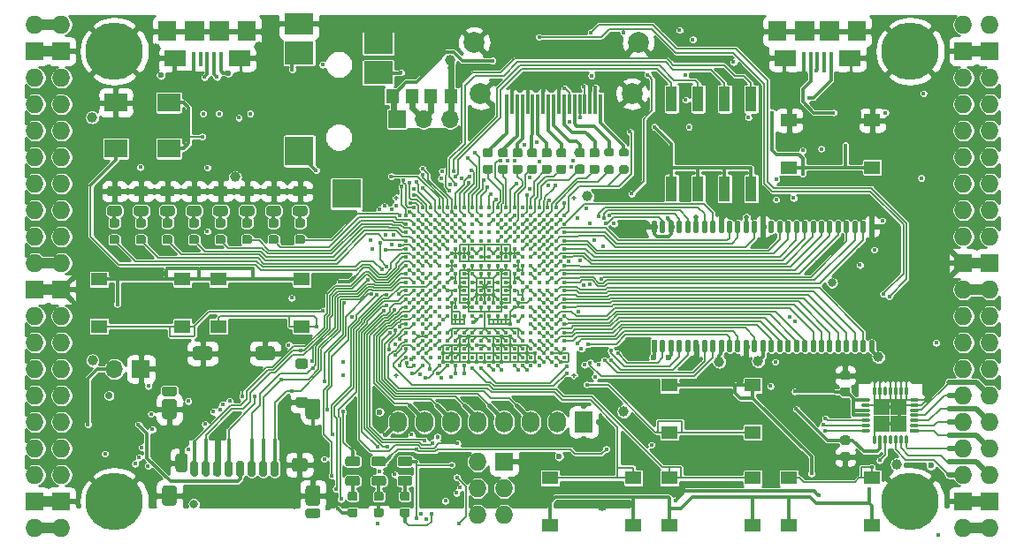
<source format=gtl>
G04 #@! TF.GenerationSoftware,KiCad,Pcbnew,5.1.9+dfsg1-1*
G04 #@! TF.CreationDate,2021-03-01T16:16:46+01:00*
G04 #@! TF.ProjectId,ulx3s,756c7833-732e-46b6-9963-61645f706362,v3.1.1*
G04 #@! TF.SameCoordinates,Original*
G04 #@! TF.FileFunction,Copper,L1,Top*
G04 #@! TF.FilePolarity,Positive*
%FSLAX46Y46*%
G04 Gerber Fmt 4.6, Leading zero omitted, Abs format (unit mm)*
G04 Created by KiCad (PCBNEW 5.1.9+dfsg1-1) date 2021-03-01 16:16:46*
%MOMM*%
%LPD*%
G01*
G04 APERTURE LIST*
G04 #@! TA.AperFunction,SMDPad,CuDef*
%ADD10R,0.300000X1.900000*%
G04 #@! TD*
G04 #@! TA.AperFunction,ComponentPad*
%ADD11C,2.000000*%
G04 #@! TD*
G04 #@! TA.AperFunction,ComponentPad*
%ADD12O,1.727200X2.032000*%
G04 #@! TD*
G04 #@! TA.AperFunction,ComponentPad*
%ADD13R,1.727200X2.032000*%
G04 #@! TD*
G04 #@! TA.AperFunction,SMDPad,CuDef*
%ADD14C,0.400000*%
G04 #@! TD*
G04 #@! TA.AperFunction,SMDPad,CuDef*
%ADD15O,0.127000X0.508000*%
G04 #@! TD*
G04 #@! TA.AperFunction,SMDPad,CuDef*
%ADD16O,0.508000X0.127000*%
G04 #@! TD*
G04 #@! TA.AperFunction,SMDPad,CuDef*
%ADD17O,0.560000X1.200000*%
G04 #@! TD*
G04 #@! TA.AperFunction,SMDPad,CuDef*
%ADD18R,0.560000X1.200000*%
G04 #@! TD*
G04 #@! TA.AperFunction,SMDPad,CuDef*
%ADD19R,1.800000X1.900000*%
G04 #@! TD*
G04 #@! TA.AperFunction,SMDPad,CuDef*
%ADD20R,0.400000X1.350000*%
G04 #@! TD*
G04 #@! TA.AperFunction,SMDPad,CuDef*
%ADD21R,1.900000X1.900000*%
G04 #@! TD*
G04 #@! TA.AperFunction,SMDPad,CuDef*
%ADD22R,2.100000X1.600000*%
G04 #@! TD*
G04 #@! TA.AperFunction,SMDPad,CuDef*
%ADD23R,2.200000X1.800000*%
G04 #@! TD*
G04 #@! TA.AperFunction,SMDPad,CuDef*
%ADD24R,2.800000X2.000000*%
G04 #@! TD*
G04 #@! TA.AperFunction,SMDPad,CuDef*
%ADD25R,2.800000X2.200000*%
G04 #@! TD*
G04 #@! TA.AperFunction,SMDPad,CuDef*
%ADD26R,2.800000X2.800000*%
G04 #@! TD*
G04 #@! TA.AperFunction,SMDPad,CuDef*
%ADD27R,1.120000X2.440000*%
G04 #@! TD*
G04 #@! TA.AperFunction,SMDPad,CuDef*
%ADD28R,1.625000X1.625000*%
G04 #@! TD*
G04 #@! TA.AperFunction,SMDPad,CuDef*
%ADD29O,0.300000X0.950000*%
G04 #@! TD*
G04 #@! TA.AperFunction,SMDPad,CuDef*
%ADD30O,0.950000X0.300000*%
G04 #@! TD*
G04 #@! TA.AperFunction,SMDPad,CuDef*
%ADD31R,0.950000X0.300000*%
G04 #@! TD*
G04 #@! TA.AperFunction,ComponentPad*
%ADD32O,1.727200X1.727200*%
G04 #@! TD*
G04 #@! TA.AperFunction,ComponentPad*
%ADD33R,1.727200X1.727200*%
G04 #@! TD*
G04 #@! TA.AperFunction,ComponentPad*
%ADD34C,5.500000*%
G04 #@! TD*
G04 #@! TA.AperFunction,ComponentPad*
%ADD35R,1.700000X1.700000*%
G04 #@! TD*
G04 #@! TA.AperFunction,ComponentPad*
%ADD36O,1.700000X1.700000*%
G04 #@! TD*
G04 #@! TA.AperFunction,SMDPad,CuDef*
%ADD37R,1.295000X1.400000*%
G04 #@! TD*
G04 #@! TA.AperFunction,SMDPad,CuDef*
%ADD38R,1.550000X1.300000*%
G04 #@! TD*
G04 #@! TA.AperFunction,ViaPad*
%ADD39C,0.419000*%
G04 #@! TD*
G04 #@! TA.AperFunction,ViaPad*
%ADD40C,1.000000*%
G04 #@! TD*
G04 #@! TA.AperFunction,ViaPad*
%ADD41C,0.600000*%
G04 #@! TD*
G04 #@! TA.AperFunction,ViaPad*
%ADD42C,0.500000*%
G04 #@! TD*
G04 #@! TA.AperFunction,ViaPad*
%ADD43C,0.800000*%
G04 #@! TD*
G04 #@! TA.AperFunction,ViaPad*
%ADD44C,0.700000*%
G04 #@! TD*
G04 #@! TA.AperFunction,ViaPad*
%ADD45C,0.454000*%
G04 #@! TD*
G04 #@! TA.AperFunction,Conductor*
%ADD46C,0.300000*%
G04 #@! TD*
G04 #@! TA.AperFunction,Conductor*
%ADD47C,0.500000*%
G04 #@! TD*
G04 #@! TA.AperFunction,Conductor*
%ADD48C,1.000000*%
G04 #@! TD*
G04 #@! TA.AperFunction,Conductor*
%ADD49C,0.127000*%
G04 #@! TD*
G04 #@! TA.AperFunction,Conductor*
%ADD50C,0.190000*%
G04 #@! TD*
G04 #@! TA.AperFunction,Conductor*
%ADD51C,0.700000*%
G04 #@! TD*
G04 #@! TA.AperFunction,Conductor*
%ADD52C,0.600000*%
G04 #@! TD*
G04 #@! TA.AperFunction,Conductor*
%ADD53C,0.800000*%
G04 #@! TD*
G04 #@! TA.AperFunction,Conductor*
%ADD54C,0.400000*%
G04 #@! TD*
G04 #@! TA.AperFunction,Conductor*
%ADD55C,0.140000*%
G04 #@! TD*
G04 #@! TA.AperFunction,Conductor*
%ADD56C,0.254000*%
G04 #@! TD*
G04 #@! TA.AperFunction,Conductor*
%ADD57C,0.100000*%
G04 #@! TD*
G04 APERTURE END LIST*
D10*
X149546000Y-70312000D03*
X149046000Y-70312000D03*
X148546000Y-70312000D03*
X148046000Y-70312000D03*
X147546000Y-70312000D03*
X147046000Y-70312000D03*
X146546000Y-70312000D03*
X146046000Y-70312000D03*
X145546000Y-70312000D03*
X145046000Y-70312000D03*
X144546000Y-70312000D03*
X144046000Y-70312000D03*
X143546000Y-70312000D03*
X143046000Y-70312000D03*
X142546000Y-70312000D03*
X142046000Y-70312000D03*
X141546000Y-70312000D03*
X141046000Y-70312000D03*
X140546000Y-70312000D03*
D11*
X152546000Y-69312000D03*
X138046000Y-69312000D03*
X153146000Y-64412000D03*
X137446000Y-64412000D03*
D12*
X132680000Y-100790000D03*
X135220000Y-100790000D03*
X137760000Y-100790000D03*
X140265000Y-100790000D03*
X142840000Y-100790000D03*
X145380000Y-100790000D03*
D13*
X147920000Y-100790000D03*
D12*
X130140000Y-100790000D03*
G04 #@! TA.AperFunction,SMDPad,CuDef*
G36*
G01*
X121282000Y-95700000D02*
X120582000Y-95700000D01*
G75*
G02*
X120332000Y-95450000I0J250000D01*
G01*
X120332000Y-94950000D01*
G75*
G02*
X120582000Y-94700000I250000J0D01*
G01*
X121282000Y-94700000D01*
G75*
G02*
X121532000Y-94950000I0J-250000D01*
G01*
X121532000Y-95450000D01*
G75*
G02*
X121282000Y-95700000I-250000J0D01*
G01*
G37*
G04 #@! TD.AperFunction*
G04 #@! TA.AperFunction,SMDPad,CuDef*
G36*
G01*
X116819500Y-93525000D02*
X118044500Y-93525000D01*
G75*
G02*
X118382000Y-93862500I0J-337500D01*
G01*
X118382000Y-94537500D01*
G75*
G02*
X118044500Y-94875000I-337500J0D01*
G01*
X116819500Y-94875000D01*
G75*
G02*
X116482000Y-94537500I0J337500D01*
G01*
X116482000Y-93862500D01*
G75*
G02*
X116819500Y-93525000I337500J0D01*
G01*
G37*
G04 #@! TD.AperFunction*
G04 #@! TA.AperFunction,SMDPad,CuDef*
G36*
G01*
X110819500Y-93525000D02*
X112044500Y-93525000D01*
G75*
G02*
X112382000Y-93862500I0J-337500D01*
G01*
X112382000Y-94537500D01*
G75*
G02*
X112044500Y-94875000I-337500J0D01*
G01*
X110819500Y-94875000D01*
G75*
G02*
X110482000Y-94537500I0J337500D01*
G01*
X110482000Y-93862500D01*
G75*
G02*
X110819500Y-93525000I337500J0D01*
G01*
G37*
G04 #@! TD.AperFunction*
G04 #@! TA.AperFunction,SMDPad,CuDef*
G36*
G01*
X120582000Y-98400000D02*
X121282000Y-98400000D01*
G75*
G02*
X121532000Y-98650000I0J-250000D01*
G01*
X121532000Y-99150000D01*
G75*
G02*
X121282000Y-99400000I-250000J0D01*
G01*
X120582000Y-99400000D01*
G75*
G02*
X120332000Y-99150000I0J250000D01*
G01*
X120332000Y-98650000D01*
G75*
G02*
X120582000Y-98400000I250000J0D01*
G01*
G37*
G04 #@! TD.AperFunction*
G04 #@! TA.AperFunction,SMDPad,CuDef*
G36*
G01*
X120294500Y-104225000D02*
X121169500Y-104225000D01*
G75*
G02*
X121507000Y-104562500I0J-337500D01*
G01*
X121507000Y-105237500D01*
G75*
G02*
X121169500Y-105575000I-337500J0D01*
G01*
X120294500Y-105575000D01*
G75*
G02*
X119957000Y-105237500I0J337500D01*
G01*
X119957000Y-104562500D01*
G75*
G02*
X120294500Y-104225000I337500J0D01*
G01*
G37*
G04 #@! TD.AperFunction*
G04 #@! TA.AperFunction,SMDPad,CuDef*
G36*
G01*
X109139500Y-103800000D02*
X109724500Y-103800000D01*
G75*
G02*
X110017000Y-104092500I0J-292500D01*
G01*
X110017000Y-105307500D01*
G75*
G02*
X109724500Y-105600000I-292500J0D01*
G01*
X109139500Y-105600000D01*
G75*
G02*
X108847000Y-105307500I0J292500D01*
G01*
X108847000Y-104092500D01*
G75*
G02*
X109139500Y-103800000I292500J0D01*
G01*
G37*
G04 #@! TD.AperFunction*
G04 #@! TA.AperFunction,SMDPad,CuDef*
G36*
G01*
X107532000Y-100187500D02*
X107532000Y-98912500D01*
G75*
G02*
X107894500Y-98550000I362500J0D01*
G01*
X108619500Y-98550000D01*
G75*
G02*
X108982000Y-98912500I0J-362500D01*
G01*
X108982000Y-100187500D01*
G75*
G02*
X108619500Y-100550000I-362500J0D01*
G01*
X107894500Y-100550000D01*
G75*
G02*
X107532000Y-100187500I0J362500D01*
G01*
G37*
G04 #@! TD.AperFunction*
G04 #@! TA.AperFunction,SMDPad,CuDef*
G36*
G01*
X121282000Y-100187500D02*
X121282000Y-98912500D01*
G75*
G02*
X121644500Y-98550000I362500J0D01*
G01*
X122369500Y-98550000D01*
G75*
G02*
X122732000Y-98912500I0J-362500D01*
G01*
X122732000Y-100187500D01*
G75*
G02*
X122369500Y-100550000I-362500J0D01*
G01*
X121644500Y-100550000D01*
G75*
G02*
X121282000Y-100187500I0J362500D01*
G01*
G37*
G04 #@! TD.AperFunction*
G04 #@! TA.AperFunction,SMDPad,CuDef*
G36*
G01*
X121282000Y-108487500D02*
X121282000Y-107212500D01*
G75*
G02*
X121644500Y-106850000I362500J0D01*
G01*
X122369500Y-106850000D01*
G75*
G02*
X122732000Y-107212500I0J-362500D01*
G01*
X122732000Y-108487500D01*
G75*
G02*
X122369500Y-108850000I-362500J0D01*
G01*
X121644500Y-108850000D01*
G75*
G02*
X121282000Y-108487500I0J362500D01*
G01*
G37*
G04 #@! TD.AperFunction*
G04 #@! TA.AperFunction,SMDPad,CuDef*
G36*
G01*
X107532000Y-108487500D02*
X107532000Y-107212500D01*
G75*
G02*
X107894500Y-106850000I362500J0D01*
G01*
X108619500Y-106850000D01*
G75*
G02*
X108982000Y-107212500I0J-362500D01*
G01*
X108982000Y-108487500D01*
G75*
G02*
X108619500Y-108850000I-362500J0D01*
G01*
X107894500Y-108850000D01*
G75*
G02*
X107532000Y-108487500I0J362500D01*
G01*
G37*
G04 #@! TD.AperFunction*
G04 #@! TA.AperFunction,SMDPad,CuDef*
G36*
G01*
X108757000Y-98300000D02*
X107757000Y-98300000D01*
G75*
G02*
X107532000Y-98075000I0J225000D01*
G01*
X107532000Y-97625000D01*
G75*
G02*
X107757000Y-97400000I225000J0D01*
G01*
X108757000Y-97400000D01*
G75*
G02*
X108982000Y-97625000I0J-225000D01*
G01*
X108982000Y-98075000D01*
G75*
G02*
X108757000Y-98300000I-225000J0D01*
G01*
G37*
G04 #@! TD.AperFunction*
G04 #@! TA.AperFunction,SMDPad,CuDef*
G36*
G01*
X121282000Y-109775000D02*
X121282000Y-109325000D01*
G75*
G02*
X121507000Y-109100000I225000J0D01*
G01*
X122507000Y-109100000D01*
G75*
G02*
X122732000Y-109325000I0J-225000D01*
G01*
X122732000Y-109775000D01*
G75*
G02*
X122507000Y-110000000I-225000J0D01*
G01*
X121507000Y-110000000D01*
G75*
G02*
X121282000Y-109775000I0J225000D01*
G01*
G37*
G04 #@! TD.AperFunction*
G04 #@! TA.AperFunction,SMDPad,CuDef*
G36*
G01*
X110282000Y-105825000D02*
X110282000Y-104675000D01*
G75*
G02*
X110457000Y-104500000I175000J0D01*
G01*
X110807000Y-104500000D01*
G75*
G02*
X110982000Y-104675000I0J-175000D01*
G01*
X110982000Y-105825000D01*
G75*
G02*
X110807000Y-106000000I-175000J0D01*
G01*
X110457000Y-106000000D01*
G75*
G02*
X110282000Y-105825000I0J175000D01*
G01*
G37*
G04 #@! TD.AperFunction*
G04 #@! TA.AperFunction,SMDPad,CuDef*
G36*
G01*
X111382000Y-105825000D02*
X111382000Y-104675000D01*
G75*
G02*
X111557000Y-104500000I175000J0D01*
G01*
X111907000Y-104500000D01*
G75*
G02*
X112082000Y-104675000I0J-175000D01*
G01*
X112082000Y-105825000D01*
G75*
G02*
X111907000Y-106000000I-175000J0D01*
G01*
X111557000Y-106000000D01*
G75*
G02*
X111382000Y-105825000I0J175000D01*
G01*
G37*
G04 #@! TD.AperFunction*
G04 #@! TA.AperFunction,SMDPad,CuDef*
G36*
G01*
X112482000Y-105825000D02*
X112482000Y-104675000D01*
G75*
G02*
X112657000Y-104500000I175000J0D01*
G01*
X113007000Y-104500000D01*
G75*
G02*
X113182000Y-104675000I0J-175000D01*
G01*
X113182000Y-105825000D01*
G75*
G02*
X113007000Y-106000000I-175000J0D01*
G01*
X112657000Y-106000000D01*
G75*
G02*
X112482000Y-105825000I0J175000D01*
G01*
G37*
G04 #@! TD.AperFunction*
G04 #@! TA.AperFunction,SMDPad,CuDef*
G36*
G01*
X113582000Y-105825000D02*
X113582000Y-104675000D01*
G75*
G02*
X113757000Y-104500000I175000J0D01*
G01*
X114107000Y-104500000D01*
G75*
G02*
X114282000Y-104675000I0J-175000D01*
G01*
X114282000Y-105825000D01*
G75*
G02*
X114107000Y-106000000I-175000J0D01*
G01*
X113757000Y-106000000D01*
G75*
G02*
X113582000Y-105825000I0J175000D01*
G01*
G37*
G04 #@! TD.AperFunction*
G04 #@! TA.AperFunction,SMDPad,CuDef*
G36*
G01*
X114682000Y-105825000D02*
X114682000Y-104675000D01*
G75*
G02*
X114857000Y-104500000I175000J0D01*
G01*
X115207000Y-104500000D01*
G75*
G02*
X115382000Y-104675000I0J-175000D01*
G01*
X115382000Y-105825000D01*
G75*
G02*
X115207000Y-106000000I-175000J0D01*
G01*
X114857000Y-106000000D01*
G75*
G02*
X114682000Y-105825000I0J175000D01*
G01*
G37*
G04 #@! TD.AperFunction*
G04 #@! TA.AperFunction,SMDPad,CuDef*
G36*
G01*
X115782000Y-105825000D02*
X115782000Y-104675000D01*
G75*
G02*
X115957000Y-104500000I175000J0D01*
G01*
X116307000Y-104500000D01*
G75*
G02*
X116482000Y-104675000I0J-175000D01*
G01*
X116482000Y-105825000D01*
G75*
G02*
X116307000Y-106000000I-175000J0D01*
G01*
X115957000Y-106000000D01*
G75*
G02*
X115782000Y-105825000I0J175000D01*
G01*
G37*
G04 #@! TD.AperFunction*
G04 #@! TA.AperFunction,SMDPad,CuDef*
G36*
G01*
X116882000Y-105825000D02*
X116882000Y-104675000D01*
G75*
G02*
X117057000Y-104500000I175000J0D01*
G01*
X117407000Y-104500000D01*
G75*
G02*
X117582000Y-104675000I0J-175000D01*
G01*
X117582000Y-105825000D01*
G75*
G02*
X117407000Y-106000000I-175000J0D01*
G01*
X117057000Y-106000000D01*
G75*
G02*
X116882000Y-105825000I0J175000D01*
G01*
G37*
G04 #@! TD.AperFunction*
G04 #@! TA.AperFunction,SMDPad,CuDef*
G36*
G01*
X117982000Y-105825000D02*
X117982000Y-104675000D01*
G75*
G02*
X118157000Y-104500000I175000J0D01*
G01*
X118507000Y-104500000D01*
G75*
G02*
X118682000Y-104675000I0J-175000D01*
G01*
X118682000Y-105825000D01*
G75*
G02*
X118507000Y-106000000I-175000J0D01*
G01*
X118157000Y-106000000D01*
G75*
G02*
X117982000Y-105825000I0J175000D01*
G01*
G37*
G04 #@! TD.AperFunction*
D14*
X145280000Y-95400000D03*
X143680000Y-95400000D03*
X142880000Y-95400000D03*
X142080000Y-95400000D03*
X141280000Y-95400000D03*
X139680000Y-95400000D03*
X138880000Y-95400000D03*
X136480000Y-95400000D03*
X135680000Y-95400000D03*
X134880000Y-95400000D03*
X134080000Y-95400000D03*
X132480000Y-95400000D03*
X131680000Y-95400000D03*
X146080000Y-94600000D03*
X145280000Y-94600000D03*
X144480000Y-94600000D03*
X143680000Y-94600000D03*
X142880000Y-94600000D03*
X142080000Y-94600000D03*
X141280000Y-94600000D03*
X140480000Y-94600000D03*
X139680000Y-94600000D03*
X138880000Y-94600000D03*
X138080000Y-94600000D03*
X137280000Y-94600000D03*
X136480000Y-94600000D03*
X135680000Y-94600000D03*
X134880000Y-94600000D03*
X134080000Y-94600000D03*
X133280000Y-94600000D03*
X132480000Y-94600000D03*
X131680000Y-94600000D03*
X130880000Y-94600000D03*
X146080000Y-93800000D03*
X145280000Y-93800000D03*
X144480000Y-93800000D03*
X143680000Y-93800000D03*
X142880000Y-93800000D03*
X142080000Y-93800000D03*
X141280000Y-93800000D03*
X140480000Y-93800000D03*
X139680000Y-93800000D03*
X138880000Y-93800000D03*
X138080000Y-93800000D03*
X137280000Y-93800000D03*
X136480000Y-93800000D03*
X135680000Y-93800000D03*
X134880000Y-93800000D03*
X134080000Y-93800000D03*
X133280000Y-93800000D03*
X132480000Y-93800000D03*
X131680000Y-93800000D03*
X130880000Y-93800000D03*
X146080000Y-93000000D03*
X145280000Y-93000000D03*
X144480000Y-93000000D03*
X143680000Y-93000000D03*
X142880000Y-93000000D03*
X142080000Y-93000000D03*
X141280000Y-93000000D03*
X140480000Y-93000000D03*
X139680000Y-93000000D03*
X138880000Y-93000000D03*
X138080000Y-93000000D03*
X137280000Y-93000000D03*
X136480000Y-93000000D03*
X135680000Y-93000000D03*
X134880000Y-93000000D03*
X134080000Y-93000000D03*
X133280000Y-93000000D03*
X132480000Y-93000000D03*
X131680000Y-93000000D03*
X130880000Y-93000000D03*
X146080000Y-92200000D03*
X145280000Y-92200000D03*
X144480000Y-92200000D03*
X143680000Y-92200000D03*
X142880000Y-92200000D03*
X142080000Y-92200000D03*
X141280000Y-92200000D03*
X140480000Y-92200000D03*
X139680000Y-92200000D03*
X138880000Y-92200000D03*
X138080000Y-92200000D03*
X137280000Y-92200000D03*
X136480000Y-92200000D03*
X135680000Y-92200000D03*
X134880000Y-92200000D03*
X134080000Y-92200000D03*
X133280000Y-92200000D03*
X132480000Y-92200000D03*
X131680000Y-92200000D03*
X130880000Y-92200000D03*
X146080000Y-91400000D03*
X145280000Y-91400000D03*
X144480000Y-91400000D03*
X143680000Y-91400000D03*
X142880000Y-91400000D03*
X134080000Y-91400000D03*
X133280000Y-91400000D03*
X132480000Y-91400000D03*
X131680000Y-91400000D03*
X130880000Y-91400000D03*
X146080000Y-90600000D03*
X145280000Y-90600000D03*
X144480000Y-90600000D03*
X143680000Y-90600000D03*
X142880000Y-90600000D03*
X142080000Y-90600000D03*
X141280000Y-90600000D03*
X140480000Y-90600000D03*
X139680000Y-90600000D03*
X138880000Y-90600000D03*
X138080000Y-90600000D03*
X137280000Y-90600000D03*
X136480000Y-90600000D03*
X135680000Y-90600000D03*
X134880000Y-90600000D03*
X134080000Y-90600000D03*
X133280000Y-90600000D03*
X132480000Y-90600000D03*
X131680000Y-90600000D03*
X130880000Y-90600000D03*
X146080000Y-89800000D03*
X145280000Y-89800000D03*
X144480000Y-89800000D03*
X143680000Y-89800000D03*
X142880000Y-89800000D03*
X142080000Y-89800000D03*
X141280000Y-89800000D03*
X140480000Y-89800000D03*
X139680000Y-89800000D03*
X138880000Y-89800000D03*
X138080000Y-89800000D03*
X137280000Y-89800000D03*
X136480000Y-89800000D03*
X135680000Y-89800000D03*
X134880000Y-89800000D03*
X134080000Y-89800000D03*
X133280000Y-89800000D03*
X132480000Y-89800000D03*
X131680000Y-89800000D03*
X130880000Y-89800000D03*
X146080000Y-89000000D03*
X145280000Y-89000000D03*
X144480000Y-89000000D03*
X143680000Y-89000000D03*
X142880000Y-89000000D03*
X142080000Y-89000000D03*
X141280000Y-89000000D03*
X140480000Y-89000000D03*
X139680000Y-89000000D03*
X138880000Y-89000000D03*
X138080000Y-89000000D03*
X137280000Y-89000000D03*
X136480000Y-89000000D03*
X135680000Y-89000000D03*
X134880000Y-89000000D03*
X134080000Y-89000000D03*
X133280000Y-89000000D03*
X132480000Y-89000000D03*
X131680000Y-89000000D03*
X130880000Y-89000000D03*
X146080000Y-88200000D03*
X145280000Y-88200000D03*
X144480000Y-88200000D03*
X143680000Y-88200000D03*
X142880000Y-88200000D03*
X142080000Y-88200000D03*
X141280000Y-88200000D03*
X140480000Y-88200000D03*
X139680000Y-88200000D03*
X138880000Y-88200000D03*
X138080000Y-88200000D03*
X137280000Y-88200000D03*
X136480000Y-88200000D03*
X135680000Y-88200000D03*
X134880000Y-88200000D03*
X134080000Y-88200000D03*
X133280000Y-88200000D03*
X132480000Y-88200000D03*
X131680000Y-88200000D03*
X130880000Y-88200000D03*
X146080000Y-87400000D03*
X145280000Y-87400000D03*
X144480000Y-87400000D03*
X143680000Y-87400000D03*
X142880000Y-87400000D03*
X142080000Y-87400000D03*
X141280000Y-87400000D03*
X140480000Y-87400000D03*
X139680000Y-87400000D03*
X138880000Y-87400000D03*
X138080000Y-87400000D03*
X137280000Y-87400000D03*
X136480000Y-87400000D03*
X135680000Y-87400000D03*
X134880000Y-87400000D03*
X134080000Y-87400000D03*
X133280000Y-87400000D03*
X132480000Y-87400000D03*
X131680000Y-87400000D03*
X130880000Y-87400000D03*
X146080000Y-86600000D03*
X145280000Y-86600000D03*
X144480000Y-86600000D03*
X143680000Y-86600000D03*
X142880000Y-86600000D03*
X142080000Y-86600000D03*
X141280000Y-86600000D03*
X140480000Y-86600000D03*
X139680000Y-86600000D03*
X138880000Y-86600000D03*
X138080000Y-86600000D03*
X137280000Y-86600000D03*
X136480000Y-86600000D03*
X135680000Y-86600000D03*
X134880000Y-86600000D03*
X134080000Y-86600000D03*
X133280000Y-86600000D03*
X132480000Y-86600000D03*
X131680000Y-86600000D03*
X130880000Y-86600000D03*
X146080000Y-85800000D03*
X145280000Y-85800000D03*
X144480000Y-85800000D03*
X143680000Y-85800000D03*
X142880000Y-85800000D03*
X142080000Y-85800000D03*
X141280000Y-85800000D03*
X140480000Y-85800000D03*
X139680000Y-85800000D03*
X138880000Y-85800000D03*
X138080000Y-85800000D03*
X137280000Y-85800000D03*
X136480000Y-85800000D03*
X135680000Y-85800000D03*
X134880000Y-85800000D03*
X134080000Y-85800000D03*
X133280000Y-85800000D03*
X132480000Y-85800000D03*
X131680000Y-85800000D03*
X130880000Y-85800000D03*
X146080000Y-85000000D03*
X145280000Y-85000000D03*
X144480000Y-85000000D03*
X143680000Y-85000000D03*
X142880000Y-85000000D03*
X142080000Y-85000000D03*
X141280000Y-85000000D03*
X140480000Y-85000000D03*
X139680000Y-85000000D03*
X138880000Y-85000000D03*
X138080000Y-85000000D03*
X137280000Y-85000000D03*
X136480000Y-85000000D03*
X135680000Y-85000000D03*
X134880000Y-85000000D03*
X134080000Y-85000000D03*
X133280000Y-85000000D03*
X132480000Y-85000000D03*
X131680000Y-85000000D03*
X130880000Y-85000000D03*
X146080000Y-84200000D03*
X145280000Y-84200000D03*
X144480000Y-84200000D03*
X143680000Y-84200000D03*
X142880000Y-84200000D03*
X142080000Y-84200000D03*
X141280000Y-84200000D03*
X140480000Y-84200000D03*
X139680000Y-84200000D03*
X138880000Y-84200000D03*
X138080000Y-84200000D03*
X137280000Y-84200000D03*
X136480000Y-84200000D03*
X135680000Y-84200000D03*
X134880000Y-84200000D03*
X134080000Y-84200000D03*
X133280000Y-84200000D03*
X132480000Y-84200000D03*
X131680000Y-84200000D03*
X130880000Y-84200000D03*
X146080000Y-83400000D03*
X145280000Y-83400000D03*
X144480000Y-83400000D03*
X143680000Y-83400000D03*
X142880000Y-83400000D03*
X142080000Y-83400000D03*
X141280000Y-83400000D03*
X140480000Y-83400000D03*
X139680000Y-83400000D03*
X138880000Y-83400000D03*
X138080000Y-83400000D03*
X137280000Y-83400000D03*
X136480000Y-83400000D03*
X135680000Y-83400000D03*
X134880000Y-83400000D03*
X134080000Y-83400000D03*
X133280000Y-83400000D03*
X132480000Y-83400000D03*
X131680000Y-83400000D03*
X130880000Y-83400000D03*
X146080000Y-82600000D03*
X145280000Y-82600000D03*
X144480000Y-82600000D03*
X143680000Y-82600000D03*
X142880000Y-82600000D03*
X142080000Y-82600000D03*
X141280000Y-82600000D03*
X140480000Y-82600000D03*
X139680000Y-82600000D03*
X138880000Y-82600000D03*
X138080000Y-82600000D03*
X137280000Y-82600000D03*
X136480000Y-82600000D03*
X135680000Y-82600000D03*
X134880000Y-82600000D03*
X134080000Y-82600000D03*
X133280000Y-82600000D03*
X132480000Y-82600000D03*
X131680000Y-82600000D03*
X130880000Y-82600000D03*
X146080000Y-81800000D03*
X145280000Y-81800000D03*
X144480000Y-81800000D03*
X143680000Y-81800000D03*
X142880000Y-81800000D03*
X142080000Y-81800000D03*
X141280000Y-81800000D03*
X140480000Y-81800000D03*
X139680000Y-81800000D03*
X138880000Y-81800000D03*
X138080000Y-81800000D03*
X137280000Y-81800000D03*
X136480000Y-81800000D03*
X135680000Y-81800000D03*
X134880000Y-81800000D03*
X134080000Y-81800000D03*
X133280000Y-81800000D03*
X132480000Y-81800000D03*
X131680000Y-81800000D03*
X130880000Y-81800000D03*
X146080000Y-81000000D03*
X145280000Y-81000000D03*
X144480000Y-81000000D03*
X143680000Y-81000000D03*
X142880000Y-81000000D03*
X142080000Y-81000000D03*
X141280000Y-81000000D03*
X140480000Y-81000000D03*
X139680000Y-81000000D03*
X138880000Y-81000000D03*
X138080000Y-81000000D03*
X137280000Y-81000000D03*
X136480000Y-81000000D03*
X135680000Y-81000000D03*
X134880000Y-81000000D03*
X134080000Y-81000000D03*
X133280000Y-81000000D03*
X132480000Y-81000000D03*
X131680000Y-81000000D03*
X130880000Y-81000000D03*
X145280000Y-80200000D03*
X144480000Y-80200000D03*
X143680000Y-80200000D03*
X142880000Y-80200000D03*
X142080000Y-80200000D03*
X141280000Y-80200000D03*
X140480000Y-80200000D03*
X139680000Y-80200000D03*
X138880000Y-80200000D03*
X138080000Y-80200000D03*
X137280000Y-80200000D03*
X136480000Y-80200000D03*
X135680000Y-80200000D03*
X134880000Y-80200000D03*
X134080000Y-80200000D03*
X133280000Y-80200000D03*
X132480000Y-80200000D03*
X131680000Y-80200000D03*
D15*
X146980000Y-79300000D03*
D16*
X146980000Y-79300000D03*
D15*
X129980000Y-96300000D03*
D16*
X129980000Y-96300000D03*
X146980000Y-96300000D03*
D15*
X146980000Y-96300000D03*
X129980000Y-79300000D03*
D16*
X129980000Y-79300000D03*
D17*
X175493000Y-82070000D03*
D18*
X154693000Y-93530000D03*
D17*
X155493000Y-93530000D03*
X156293000Y-93530000D03*
X157093000Y-93530000D03*
X157893000Y-93530000D03*
X158693000Y-93530000D03*
X159493000Y-93530000D03*
X160293000Y-93530000D03*
X161093000Y-93530000D03*
X161893000Y-93530000D03*
X162693000Y-93530000D03*
X163493000Y-93530000D03*
X164293000Y-93530000D03*
X165093000Y-93530000D03*
X165893000Y-93530000D03*
X166693000Y-93530000D03*
X167493000Y-93530000D03*
X168293000Y-93530000D03*
X169093000Y-93530000D03*
X169893000Y-93530000D03*
X170693000Y-93530000D03*
X171493000Y-93530000D03*
X172293000Y-93530000D03*
X173093000Y-93530000D03*
X173893000Y-93530000D03*
X174693000Y-93530000D03*
X175493000Y-93530000D03*
X174693000Y-82070000D03*
X173893000Y-82070000D03*
X173093000Y-82070000D03*
X172293000Y-82070000D03*
X171493000Y-82070000D03*
X170693000Y-82070000D03*
X169893000Y-82070000D03*
X169093000Y-82070000D03*
X168293000Y-82070000D03*
X167493000Y-82070000D03*
X166693000Y-82070000D03*
X165893000Y-82070000D03*
X165093000Y-82070000D03*
X164293000Y-82070000D03*
X163493000Y-82070000D03*
X162693000Y-82070000D03*
X161893000Y-82070000D03*
X161093000Y-82070000D03*
X160293000Y-82070000D03*
X159493000Y-82070000D03*
X158693000Y-82070000D03*
X157893000Y-82070000D03*
X157093000Y-82070000D03*
X156293000Y-82070000D03*
X155493000Y-82070000D03*
X154693000Y-82070000D03*
D19*
X166500000Y-63325000D03*
X174100000Y-63325000D03*
D20*
X169000000Y-66000000D03*
X169650000Y-66000000D03*
X170300000Y-66000000D03*
X170950000Y-66000000D03*
X171600000Y-66000000D03*
D21*
X169100000Y-63325000D03*
X171500000Y-63325000D03*
D22*
X167200000Y-65875000D03*
X173400000Y-65875000D03*
D19*
X108080000Y-63325000D03*
X115680000Y-63325000D03*
D20*
X110580000Y-66000000D03*
X111230000Y-66000000D03*
X111880000Y-66000000D03*
X112530000Y-66000000D03*
X113180000Y-66000000D03*
D21*
X110680000Y-63325000D03*
X113080000Y-63325000D03*
D22*
X108780000Y-65875000D03*
X114980000Y-65875000D03*
D23*
X108212000Y-70160000D03*
X103132000Y-70160000D03*
X103132000Y-74560000D03*
X108212000Y-74560000D03*
D24*
X120668000Y-62600000D03*
D25*
X120668000Y-65400000D03*
D26*
X120668000Y-74800000D03*
X125218000Y-78900000D03*
D25*
X128268000Y-67300000D03*
D24*
X128268000Y-64500000D03*
D27*
X156330000Y-69815000D03*
X163950000Y-78425000D03*
X158870000Y-69815000D03*
X161410000Y-78425000D03*
X161410000Y-69815000D03*
X158870000Y-78425000D03*
X163950000Y-69815000D03*
X156330000Y-78425000D03*
D28*
X178097500Y-100967500D03*
X178097500Y-99342500D03*
X176472500Y-100967500D03*
X176472500Y-99342500D03*
D29*
X178785000Y-102495000D03*
X178285000Y-102495000D03*
X177785000Y-102495000D03*
X177285000Y-102495000D03*
X176785000Y-102495000D03*
X176285000Y-102495000D03*
X175785000Y-102495000D03*
D30*
X174945000Y-101655000D03*
X174945000Y-101155000D03*
X174945000Y-100655000D03*
X174945000Y-100155000D03*
X174945000Y-99655000D03*
X174945000Y-99155000D03*
X174945000Y-98655000D03*
D29*
X175785000Y-97815000D03*
X176285000Y-97815000D03*
X176785000Y-97815000D03*
X177285000Y-97815000D03*
X177785000Y-97815000D03*
X178285000Y-97815000D03*
X178785000Y-97815000D03*
D30*
X179625000Y-98655000D03*
X179625000Y-99155000D03*
X179625000Y-99655000D03*
X179625000Y-100155000D03*
X179625000Y-100655000D03*
X179625000Y-101155000D03*
D31*
X179625000Y-101655000D03*
G04 #@! TA.AperFunction,SMDPad,CuDef*
G36*
G01*
X149220250Y-75421000D02*
X148707750Y-75421000D01*
G75*
G02*
X148489000Y-75202250I0J218750D01*
G01*
X148489000Y-74764750D01*
G75*
G02*
X148707750Y-74546000I218750J0D01*
G01*
X149220250Y-74546000D01*
G75*
G02*
X149439000Y-74764750I0J-218750D01*
G01*
X149439000Y-75202250D01*
G75*
G02*
X149220250Y-75421000I-218750J0D01*
G01*
G37*
G04 #@! TD.AperFunction*
G04 #@! TA.AperFunction,SMDPad,CuDef*
G36*
G01*
X149220250Y-76996000D02*
X148707750Y-76996000D01*
G75*
G02*
X148489000Y-76777250I0J218750D01*
G01*
X148489000Y-76339750D01*
G75*
G02*
X148707750Y-76121000I218750J0D01*
G01*
X149220250Y-76121000D01*
G75*
G02*
X149439000Y-76339750I0J-218750D01*
G01*
X149439000Y-76777250D01*
G75*
G02*
X149220250Y-76996000I-218750J0D01*
G01*
G37*
G04 #@! TD.AperFunction*
G04 #@! TA.AperFunction,SMDPad,CuDef*
G36*
G01*
X147823250Y-75409000D02*
X147310750Y-75409000D01*
G75*
G02*
X147092000Y-75190250I0J218750D01*
G01*
X147092000Y-74752750D01*
G75*
G02*
X147310750Y-74534000I218750J0D01*
G01*
X147823250Y-74534000D01*
G75*
G02*
X148042000Y-74752750I0J-218750D01*
G01*
X148042000Y-75190250D01*
G75*
G02*
X147823250Y-75409000I-218750J0D01*
G01*
G37*
G04 #@! TD.AperFunction*
G04 #@! TA.AperFunction,SMDPad,CuDef*
G36*
G01*
X147823250Y-76984000D02*
X147310750Y-76984000D01*
G75*
G02*
X147092000Y-76765250I0J218750D01*
G01*
X147092000Y-76327750D01*
G75*
G02*
X147310750Y-76109000I218750J0D01*
G01*
X147823250Y-76109000D01*
G75*
G02*
X148042000Y-76327750I0J-218750D01*
G01*
X148042000Y-76765250D01*
G75*
G02*
X147823250Y-76984000I-218750J0D01*
G01*
G37*
G04 #@! TD.AperFunction*
G04 #@! TA.AperFunction,SMDPad,CuDef*
G36*
G01*
X146045250Y-75421000D02*
X145532750Y-75421000D01*
G75*
G02*
X145314000Y-75202250I0J218750D01*
G01*
X145314000Y-74764750D01*
G75*
G02*
X145532750Y-74546000I218750J0D01*
G01*
X146045250Y-74546000D01*
G75*
G02*
X146264000Y-74764750I0J-218750D01*
G01*
X146264000Y-75202250D01*
G75*
G02*
X146045250Y-75421000I-218750J0D01*
G01*
G37*
G04 #@! TD.AperFunction*
G04 #@! TA.AperFunction,SMDPad,CuDef*
G36*
G01*
X146045250Y-76996000D02*
X145532750Y-76996000D01*
G75*
G02*
X145314000Y-76777250I0J218750D01*
G01*
X145314000Y-76339750D01*
G75*
G02*
X145532750Y-76121000I218750J0D01*
G01*
X146045250Y-76121000D01*
G75*
G02*
X146264000Y-76339750I0J-218750D01*
G01*
X146264000Y-76777250D01*
G75*
G02*
X146045250Y-76996000I-218750J0D01*
G01*
G37*
G04 #@! TD.AperFunction*
G04 #@! TA.AperFunction,SMDPad,CuDef*
G36*
G01*
X144648250Y-75421000D02*
X144135750Y-75421000D01*
G75*
G02*
X143917000Y-75202250I0J218750D01*
G01*
X143917000Y-74764750D01*
G75*
G02*
X144135750Y-74546000I218750J0D01*
G01*
X144648250Y-74546000D01*
G75*
G02*
X144867000Y-74764750I0J-218750D01*
G01*
X144867000Y-75202250D01*
G75*
G02*
X144648250Y-75421000I-218750J0D01*
G01*
G37*
G04 #@! TD.AperFunction*
G04 #@! TA.AperFunction,SMDPad,CuDef*
G36*
G01*
X144648250Y-76996000D02*
X144135750Y-76996000D01*
G75*
G02*
X143917000Y-76777250I0J218750D01*
G01*
X143917000Y-76339750D01*
G75*
G02*
X144135750Y-76121000I218750J0D01*
G01*
X144648250Y-76121000D01*
G75*
G02*
X144867000Y-76339750I0J-218750D01*
G01*
X144867000Y-76777250D01*
G75*
G02*
X144648250Y-76996000I-218750J0D01*
G01*
G37*
G04 #@! TD.AperFunction*
G04 #@! TA.AperFunction,SMDPad,CuDef*
G36*
G01*
X143251250Y-75421000D02*
X142738750Y-75421000D01*
G75*
G02*
X142520000Y-75202250I0J218750D01*
G01*
X142520000Y-74764750D01*
G75*
G02*
X142738750Y-74546000I218750J0D01*
G01*
X143251250Y-74546000D01*
G75*
G02*
X143470000Y-74764750I0J-218750D01*
G01*
X143470000Y-75202250D01*
G75*
G02*
X143251250Y-75421000I-218750J0D01*
G01*
G37*
G04 #@! TD.AperFunction*
G04 #@! TA.AperFunction,SMDPad,CuDef*
G36*
G01*
X143251250Y-76996000D02*
X142738750Y-76996000D01*
G75*
G02*
X142520000Y-76777250I0J218750D01*
G01*
X142520000Y-76339750D01*
G75*
G02*
X142738750Y-76121000I218750J0D01*
G01*
X143251250Y-76121000D01*
G75*
G02*
X143470000Y-76339750I0J-218750D01*
G01*
X143470000Y-76777250D01*
G75*
G02*
X143251250Y-76996000I-218750J0D01*
G01*
G37*
G04 #@! TD.AperFunction*
G04 #@! TA.AperFunction,SMDPad,CuDef*
G36*
G01*
X141854250Y-75421000D02*
X141341750Y-75421000D01*
G75*
G02*
X141123000Y-75202250I0J218750D01*
G01*
X141123000Y-74764750D01*
G75*
G02*
X141341750Y-74546000I218750J0D01*
G01*
X141854250Y-74546000D01*
G75*
G02*
X142073000Y-74764750I0J-218750D01*
G01*
X142073000Y-75202250D01*
G75*
G02*
X141854250Y-75421000I-218750J0D01*
G01*
G37*
G04 #@! TD.AperFunction*
G04 #@! TA.AperFunction,SMDPad,CuDef*
G36*
G01*
X141854250Y-76996000D02*
X141341750Y-76996000D01*
G75*
G02*
X141123000Y-76777250I0J218750D01*
G01*
X141123000Y-76339750D01*
G75*
G02*
X141341750Y-76121000I218750J0D01*
G01*
X141854250Y-76121000D01*
G75*
G02*
X142073000Y-76339750I0J-218750D01*
G01*
X142073000Y-76777250D01*
G75*
G02*
X141854250Y-76996000I-218750J0D01*
G01*
G37*
G04 #@! TD.AperFunction*
G04 #@! TA.AperFunction,SMDPad,CuDef*
G36*
G01*
X140457250Y-75421000D02*
X139944750Y-75421000D01*
G75*
G02*
X139726000Y-75202250I0J218750D01*
G01*
X139726000Y-74764750D01*
G75*
G02*
X139944750Y-74546000I218750J0D01*
G01*
X140457250Y-74546000D01*
G75*
G02*
X140676000Y-74764750I0J-218750D01*
G01*
X140676000Y-75202250D01*
G75*
G02*
X140457250Y-75421000I-218750J0D01*
G01*
G37*
G04 #@! TD.AperFunction*
G04 #@! TA.AperFunction,SMDPad,CuDef*
G36*
G01*
X140457250Y-76996000D02*
X139944750Y-76996000D01*
G75*
G02*
X139726000Y-76777250I0J218750D01*
G01*
X139726000Y-76339750D01*
G75*
G02*
X139944750Y-76121000I218750J0D01*
G01*
X140457250Y-76121000D01*
G75*
G02*
X140676000Y-76339750I0J-218750D01*
G01*
X140676000Y-76777250D01*
G75*
G02*
X140457250Y-76996000I-218750J0D01*
G01*
G37*
G04 #@! TD.AperFunction*
G04 #@! TA.AperFunction,SMDPad,CuDef*
G36*
G01*
X138999050Y-75413600D02*
X138486550Y-75413600D01*
G75*
G02*
X138267800Y-75194850I0J218750D01*
G01*
X138267800Y-74757350D01*
G75*
G02*
X138486550Y-74538600I218750J0D01*
G01*
X138999050Y-74538600D01*
G75*
G02*
X139217800Y-74757350I0J-218750D01*
G01*
X139217800Y-75194850D01*
G75*
G02*
X138999050Y-75413600I-218750J0D01*
G01*
G37*
G04 #@! TD.AperFunction*
G04 #@! TA.AperFunction,SMDPad,CuDef*
G36*
G01*
X138999050Y-76988600D02*
X138486550Y-76988600D01*
G75*
G02*
X138267800Y-76769850I0J218750D01*
G01*
X138267800Y-76332350D01*
G75*
G02*
X138486550Y-76113600I218750J0D01*
G01*
X138999050Y-76113600D01*
G75*
G02*
X139217800Y-76332350I0J-218750D01*
G01*
X139217800Y-76769850D01*
G75*
G02*
X138999050Y-76988600I-218750J0D01*
G01*
G37*
G04 #@! TD.AperFunction*
G04 #@! TA.AperFunction,SMDPad,CuDef*
G36*
G01*
X131056250Y-108350000D02*
X130543750Y-108350000D01*
G75*
G02*
X130325000Y-108131250I0J218750D01*
G01*
X130325000Y-107693750D01*
G75*
G02*
X130543750Y-107475000I218750J0D01*
G01*
X131056250Y-107475000D01*
G75*
G02*
X131275000Y-107693750I0J-218750D01*
G01*
X131275000Y-108131250D01*
G75*
G02*
X131056250Y-108350000I-218750J0D01*
G01*
G37*
G04 #@! TD.AperFunction*
G04 #@! TA.AperFunction,SMDPad,CuDef*
G36*
G01*
X131056250Y-109925000D02*
X130543750Y-109925000D01*
G75*
G02*
X130325000Y-109706250I0J218750D01*
G01*
X130325000Y-109268750D01*
G75*
G02*
X130543750Y-109050000I218750J0D01*
G01*
X131056250Y-109050000D01*
G75*
G02*
X131275000Y-109268750I0J-218750D01*
G01*
X131275000Y-109706250D01*
G75*
G02*
X131056250Y-109925000I-218750J0D01*
G01*
G37*
G04 #@! TD.AperFunction*
G04 #@! TA.AperFunction,SMDPad,CuDef*
G36*
G01*
X128043750Y-109050000D02*
X128556250Y-109050000D01*
G75*
G02*
X128775000Y-109268750I0J-218750D01*
G01*
X128775000Y-109706250D01*
G75*
G02*
X128556250Y-109925000I-218750J0D01*
G01*
X128043750Y-109925000D01*
G75*
G02*
X127825000Y-109706250I0J218750D01*
G01*
X127825000Y-109268750D01*
G75*
G02*
X128043750Y-109050000I218750J0D01*
G01*
G37*
G04 #@! TD.AperFunction*
G04 #@! TA.AperFunction,SMDPad,CuDef*
G36*
G01*
X128043750Y-107475000D02*
X128556250Y-107475000D01*
G75*
G02*
X128775000Y-107693750I0J-218750D01*
G01*
X128775000Y-108131250D01*
G75*
G02*
X128556250Y-108350000I-218750J0D01*
G01*
X128043750Y-108350000D01*
G75*
G02*
X127825000Y-108131250I0J218750D01*
G01*
X127825000Y-107693750D01*
G75*
G02*
X128043750Y-107475000I218750J0D01*
G01*
G37*
G04 #@! TD.AperFunction*
G04 #@! TA.AperFunction,SMDPad,CuDef*
G36*
G01*
X125543750Y-109050000D02*
X126056250Y-109050000D01*
G75*
G02*
X126275000Y-109268750I0J-218750D01*
G01*
X126275000Y-109706250D01*
G75*
G02*
X126056250Y-109925000I-218750J0D01*
G01*
X125543750Y-109925000D01*
G75*
G02*
X125325000Y-109706250I0J218750D01*
G01*
X125325000Y-109268750D01*
G75*
G02*
X125543750Y-109050000I218750J0D01*
G01*
G37*
G04 #@! TD.AperFunction*
G04 #@! TA.AperFunction,SMDPad,CuDef*
G36*
G01*
X125543750Y-107475000D02*
X126056250Y-107475000D01*
G75*
G02*
X126275000Y-107693750I0J-218750D01*
G01*
X126275000Y-108131250D01*
G75*
G02*
X126056250Y-108350000I-218750J0D01*
G01*
X125543750Y-108350000D01*
G75*
G02*
X125325000Y-108131250I0J218750D01*
G01*
X125325000Y-107693750D01*
G75*
G02*
X125543750Y-107475000I218750J0D01*
G01*
G37*
G04 #@! TD.AperFunction*
G04 #@! TA.AperFunction,SMDPad,CuDef*
G36*
G01*
X131256250Y-105050000D02*
X130343750Y-105050000D01*
G75*
G02*
X130100000Y-104806250I0J243750D01*
G01*
X130100000Y-104318750D01*
G75*
G02*
X130343750Y-104075000I243750J0D01*
G01*
X131256250Y-104075000D01*
G75*
G02*
X131500000Y-104318750I0J-243750D01*
G01*
X131500000Y-104806250D01*
G75*
G02*
X131256250Y-105050000I-243750J0D01*
G01*
G37*
G04 #@! TD.AperFunction*
G04 #@! TA.AperFunction,SMDPad,CuDef*
G36*
G01*
X131256250Y-106925000D02*
X130343750Y-106925000D01*
G75*
G02*
X130100000Y-106681250I0J243750D01*
G01*
X130100000Y-106193750D01*
G75*
G02*
X130343750Y-105950000I243750J0D01*
G01*
X131256250Y-105950000D01*
G75*
G02*
X131500000Y-106193750I0J-243750D01*
G01*
X131500000Y-106681250D01*
G75*
G02*
X131256250Y-106925000I-243750J0D01*
G01*
G37*
G04 #@! TD.AperFunction*
G04 #@! TA.AperFunction,SMDPad,CuDef*
G36*
G01*
X128756250Y-105050000D02*
X127843750Y-105050000D01*
G75*
G02*
X127600000Y-104806250I0J243750D01*
G01*
X127600000Y-104318750D01*
G75*
G02*
X127843750Y-104075000I243750J0D01*
G01*
X128756250Y-104075000D01*
G75*
G02*
X129000000Y-104318750I0J-243750D01*
G01*
X129000000Y-104806250D01*
G75*
G02*
X128756250Y-105050000I-243750J0D01*
G01*
G37*
G04 #@! TD.AperFunction*
G04 #@! TA.AperFunction,SMDPad,CuDef*
G36*
G01*
X128756250Y-106925000D02*
X127843750Y-106925000D01*
G75*
G02*
X127600000Y-106681250I0J243750D01*
G01*
X127600000Y-106193750D01*
G75*
G02*
X127843750Y-105950000I243750J0D01*
G01*
X128756250Y-105950000D01*
G75*
G02*
X129000000Y-106193750I0J-243750D01*
G01*
X129000000Y-106681250D01*
G75*
G02*
X128756250Y-106925000I-243750J0D01*
G01*
G37*
G04 #@! TD.AperFunction*
G04 #@! TA.AperFunction,SMDPad,CuDef*
G36*
G01*
X125343750Y-105950000D02*
X126256250Y-105950000D01*
G75*
G02*
X126500000Y-106193750I0J-243750D01*
G01*
X126500000Y-106681250D01*
G75*
G02*
X126256250Y-106925000I-243750J0D01*
G01*
X125343750Y-106925000D01*
G75*
G02*
X125100000Y-106681250I0J243750D01*
G01*
X125100000Y-106193750D01*
G75*
G02*
X125343750Y-105950000I243750J0D01*
G01*
G37*
G04 #@! TD.AperFunction*
G04 #@! TA.AperFunction,SMDPad,CuDef*
G36*
G01*
X125343750Y-104075000D02*
X126256250Y-104075000D01*
G75*
G02*
X126500000Y-104318750I0J-243750D01*
G01*
X126500000Y-104806250D01*
G75*
G02*
X126256250Y-105050000I-243750J0D01*
G01*
X125343750Y-105050000D01*
G75*
G02*
X125100000Y-104806250I0J243750D01*
G01*
X125100000Y-104318750D01*
G75*
G02*
X125343750Y-104075000I243750J0D01*
G01*
G37*
G04 #@! TD.AperFunction*
G04 #@! TA.AperFunction,SMDPad,CuDef*
G36*
G01*
X121026250Y-82152000D02*
X120513750Y-82152000D01*
G75*
G02*
X120295000Y-81933250I0J218750D01*
G01*
X120295000Y-81495750D01*
G75*
G02*
X120513750Y-81277000I218750J0D01*
G01*
X121026250Y-81277000D01*
G75*
G02*
X121245000Y-81495750I0J-218750D01*
G01*
X121245000Y-81933250D01*
G75*
G02*
X121026250Y-82152000I-218750J0D01*
G01*
G37*
G04 #@! TD.AperFunction*
G04 #@! TA.AperFunction,SMDPad,CuDef*
G36*
G01*
X121026250Y-83727000D02*
X120513750Y-83727000D01*
G75*
G02*
X120295000Y-83508250I0J218750D01*
G01*
X120295000Y-83070750D01*
G75*
G02*
X120513750Y-82852000I218750J0D01*
G01*
X121026250Y-82852000D01*
G75*
G02*
X121245000Y-83070750I0J-218750D01*
G01*
X121245000Y-83508250D01*
G75*
G02*
X121026250Y-83727000I-218750J0D01*
G01*
G37*
G04 #@! TD.AperFunction*
G04 #@! TA.AperFunction,SMDPad,CuDef*
G36*
G01*
X120313750Y-80049000D02*
X121226250Y-80049000D01*
G75*
G02*
X121470000Y-80292750I0J-243750D01*
G01*
X121470000Y-80780250D01*
G75*
G02*
X121226250Y-81024000I-243750J0D01*
G01*
X120313750Y-81024000D01*
G75*
G02*
X120070000Y-80780250I0J243750D01*
G01*
X120070000Y-80292750D01*
G75*
G02*
X120313750Y-80049000I243750J0D01*
G01*
G37*
G04 #@! TD.AperFunction*
G04 #@! TA.AperFunction,SMDPad,CuDef*
G36*
G01*
X120313750Y-78174000D02*
X121226250Y-78174000D01*
G75*
G02*
X121470000Y-78417750I0J-243750D01*
G01*
X121470000Y-78905250D01*
G75*
G02*
X121226250Y-79149000I-243750J0D01*
G01*
X120313750Y-79149000D01*
G75*
G02*
X120070000Y-78905250I0J243750D01*
G01*
X120070000Y-78417750D01*
G75*
G02*
X120313750Y-78174000I243750J0D01*
G01*
G37*
G04 #@! TD.AperFunction*
G04 #@! TA.AperFunction,SMDPad,CuDef*
G36*
G01*
X118486250Y-82152000D02*
X117973750Y-82152000D01*
G75*
G02*
X117755000Y-81933250I0J218750D01*
G01*
X117755000Y-81495750D01*
G75*
G02*
X117973750Y-81277000I218750J0D01*
G01*
X118486250Y-81277000D01*
G75*
G02*
X118705000Y-81495750I0J-218750D01*
G01*
X118705000Y-81933250D01*
G75*
G02*
X118486250Y-82152000I-218750J0D01*
G01*
G37*
G04 #@! TD.AperFunction*
G04 #@! TA.AperFunction,SMDPad,CuDef*
G36*
G01*
X118486250Y-83727000D02*
X117973750Y-83727000D01*
G75*
G02*
X117755000Y-83508250I0J218750D01*
G01*
X117755000Y-83070750D01*
G75*
G02*
X117973750Y-82852000I218750J0D01*
G01*
X118486250Y-82852000D01*
G75*
G02*
X118705000Y-83070750I0J-218750D01*
G01*
X118705000Y-83508250D01*
G75*
G02*
X118486250Y-83727000I-218750J0D01*
G01*
G37*
G04 #@! TD.AperFunction*
G04 #@! TA.AperFunction,SMDPad,CuDef*
G36*
G01*
X117773750Y-80049000D02*
X118686250Y-80049000D01*
G75*
G02*
X118930000Y-80292750I0J-243750D01*
G01*
X118930000Y-80780250D01*
G75*
G02*
X118686250Y-81024000I-243750J0D01*
G01*
X117773750Y-81024000D01*
G75*
G02*
X117530000Y-80780250I0J243750D01*
G01*
X117530000Y-80292750D01*
G75*
G02*
X117773750Y-80049000I243750J0D01*
G01*
G37*
G04 #@! TD.AperFunction*
G04 #@! TA.AperFunction,SMDPad,CuDef*
G36*
G01*
X117773750Y-78174000D02*
X118686250Y-78174000D01*
G75*
G02*
X118930000Y-78417750I0J-243750D01*
G01*
X118930000Y-78905250D01*
G75*
G02*
X118686250Y-79149000I-243750J0D01*
G01*
X117773750Y-79149000D01*
G75*
G02*
X117530000Y-78905250I0J243750D01*
G01*
X117530000Y-78417750D01*
G75*
G02*
X117773750Y-78174000I243750J0D01*
G01*
G37*
G04 #@! TD.AperFunction*
G04 #@! TA.AperFunction,SMDPad,CuDef*
G36*
G01*
X115946250Y-82152000D02*
X115433750Y-82152000D01*
G75*
G02*
X115215000Y-81933250I0J218750D01*
G01*
X115215000Y-81495750D01*
G75*
G02*
X115433750Y-81277000I218750J0D01*
G01*
X115946250Y-81277000D01*
G75*
G02*
X116165000Y-81495750I0J-218750D01*
G01*
X116165000Y-81933250D01*
G75*
G02*
X115946250Y-82152000I-218750J0D01*
G01*
G37*
G04 #@! TD.AperFunction*
G04 #@! TA.AperFunction,SMDPad,CuDef*
G36*
G01*
X115946250Y-83727000D02*
X115433750Y-83727000D01*
G75*
G02*
X115215000Y-83508250I0J218750D01*
G01*
X115215000Y-83070750D01*
G75*
G02*
X115433750Y-82852000I218750J0D01*
G01*
X115946250Y-82852000D01*
G75*
G02*
X116165000Y-83070750I0J-218750D01*
G01*
X116165000Y-83508250D01*
G75*
G02*
X115946250Y-83727000I-218750J0D01*
G01*
G37*
G04 #@! TD.AperFunction*
G04 #@! TA.AperFunction,SMDPad,CuDef*
G36*
G01*
X115233750Y-80049000D02*
X116146250Y-80049000D01*
G75*
G02*
X116390000Y-80292750I0J-243750D01*
G01*
X116390000Y-80780250D01*
G75*
G02*
X116146250Y-81024000I-243750J0D01*
G01*
X115233750Y-81024000D01*
G75*
G02*
X114990000Y-80780250I0J243750D01*
G01*
X114990000Y-80292750D01*
G75*
G02*
X115233750Y-80049000I243750J0D01*
G01*
G37*
G04 #@! TD.AperFunction*
G04 #@! TA.AperFunction,SMDPad,CuDef*
G36*
G01*
X115233750Y-78174000D02*
X116146250Y-78174000D01*
G75*
G02*
X116390000Y-78417750I0J-243750D01*
G01*
X116390000Y-78905250D01*
G75*
G02*
X116146250Y-79149000I-243750J0D01*
G01*
X115233750Y-79149000D01*
G75*
G02*
X114990000Y-78905250I0J243750D01*
G01*
X114990000Y-78417750D01*
G75*
G02*
X115233750Y-78174000I243750J0D01*
G01*
G37*
G04 #@! TD.AperFunction*
G04 #@! TA.AperFunction,SMDPad,CuDef*
G36*
G01*
X113406250Y-82152000D02*
X112893750Y-82152000D01*
G75*
G02*
X112675000Y-81933250I0J218750D01*
G01*
X112675000Y-81495750D01*
G75*
G02*
X112893750Y-81277000I218750J0D01*
G01*
X113406250Y-81277000D01*
G75*
G02*
X113625000Y-81495750I0J-218750D01*
G01*
X113625000Y-81933250D01*
G75*
G02*
X113406250Y-82152000I-218750J0D01*
G01*
G37*
G04 #@! TD.AperFunction*
G04 #@! TA.AperFunction,SMDPad,CuDef*
G36*
G01*
X113406250Y-83727000D02*
X112893750Y-83727000D01*
G75*
G02*
X112675000Y-83508250I0J218750D01*
G01*
X112675000Y-83070750D01*
G75*
G02*
X112893750Y-82852000I218750J0D01*
G01*
X113406250Y-82852000D01*
G75*
G02*
X113625000Y-83070750I0J-218750D01*
G01*
X113625000Y-83508250D01*
G75*
G02*
X113406250Y-83727000I-218750J0D01*
G01*
G37*
G04 #@! TD.AperFunction*
G04 #@! TA.AperFunction,SMDPad,CuDef*
G36*
G01*
X112693750Y-80049000D02*
X113606250Y-80049000D01*
G75*
G02*
X113850000Y-80292750I0J-243750D01*
G01*
X113850000Y-80780250D01*
G75*
G02*
X113606250Y-81024000I-243750J0D01*
G01*
X112693750Y-81024000D01*
G75*
G02*
X112450000Y-80780250I0J243750D01*
G01*
X112450000Y-80292750D01*
G75*
G02*
X112693750Y-80049000I243750J0D01*
G01*
G37*
G04 #@! TD.AperFunction*
G04 #@! TA.AperFunction,SMDPad,CuDef*
G36*
G01*
X112693750Y-78174000D02*
X113606250Y-78174000D01*
G75*
G02*
X113850000Y-78417750I0J-243750D01*
G01*
X113850000Y-78905250D01*
G75*
G02*
X113606250Y-79149000I-243750J0D01*
G01*
X112693750Y-79149000D01*
G75*
G02*
X112450000Y-78905250I0J243750D01*
G01*
X112450000Y-78417750D01*
G75*
G02*
X112693750Y-78174000I243750J0D01*
G01*
G37*
G04 #@! TD.AperFunction*
G04 #@! TA.AperFunction,SMDPad,CuDef*
G36*
G01*
X110866250Y-82152000D02*
X110353750Y-82152000D01*
G75*
G02*
X110135000Y-81933250I0J218750D01*
G01*
X110135000Y-81495750D01*
G75*
G02*
X110353750Y-81277000I218750J0D01*
G01*
X110866250Y-81277000D01*
G75*
G02*
X111085000Y-81495750I0J-218750D01*
G01*
X111085000Y-81933250D01*
G75*
G02*
X110866250Y-82152000I-218750J0D01*
G01*
G37*
G04 #@! TD.AperFunction*
G04 #@! TA.AperFunction,SMDPad,CuDef*
G36*
G01*
X110866250Y-83727000D02*
X110353750Y-83727000D01*
G75*
G02*
X110135000Y-83508250I0J218750D01*
G01*
X110135000Y-83070750D01*
G75*
G02*
X110353750Y-82852000I218750J0D01*
G01*
X110866250Y-82852000D01*
G75*
G02*
X111085000Y-83070750I0J-218750D01*
G01*
X111085000Y-83508250D01*
G75*
G02*
X110866250Y-83727000I-218750J0D01*
G01*
G37*
G04 #@! TD.AperFunction*
G04 #@! TA.AperFunction,SMDPad,CuDef*
G36*
G01*
X110153750Y-80049000D02*
X111066250Y-80049000D01*
G75*
G02*
X111310000Y-80292750I0J-243750D01*
G01*
X111310000Y-80780250D01*
G75*
G02*
X111066250Y-81024000I-243750J0D01*
G01*
X110153750Y-81024000D01*
G75*
G02*
X109910000Y-80780250I0J243750D01*
G01*
X109910000Y-80292750D01*
G75*
G02*
X110153750Y-80049000I243750J0D01*
G01*
G37*
G04 #@! TD.AperFunction*
G04 #@! TA.AperFunction,SMDPad,CuDef*
G36*
G01*
X110153750Y-78174000D02*
X111066250Y-78174000D01*
G75*
G02*
X111310000Y-78417750I0J-243750D01*
G01*
X111310000Y-78905250D01*
G75*
G02*
X111066250Y-79149000I-243750J0D01*
G01*
X110153750Y-79149000D01*
G75*
G02*
X109910000Y-78905250I0J243750D01*
G01*
X109910000Y-78417750D01*
G75*
G02*
X110153750Y-78174000I243750J0D01*
G01*
G37*
G04 #@! TD.AperFunction*
G04 #@! TA.AperFunction,SMDPad,CuDef*
G36*
G01*
X108326250Y-82152000D02*
X107813750Y-82152000D01*
G75*
G02*
X107595000Y-81933250I0J218750D01*
G01*
X107595000Y-81495750D01*
G75*
G02*
X107813750Y-81277000I218750J0D01*
G01*
X108326250Y-81277000D01*
G75*
G02*
X108545000Y-81495750I0J-218750D01*
G01*
X108545000Y-81933250D01*
G75*
G02*
X108326250Y-82152000I-218750J0D01*
G01*
G37*
G04 #@! TD.AperFunction*
G04 #@! TA.AperFunction,SMDPad,CuDef*
G36*
G01*
X108326250Y-83727000D02*
X107813750Y-83727000D01*
G75*
G02*
X107595000Y-83508250I0J218750D01*
G01*
X107595000Y-83070750D01*
G75*
G02*
X107813750Y-82852000I218750J0D01*
G01*
X108326250Y-82852000D01*
G75*
G02*
X108545000Y-83070750I0J-218750D01*
G01*
X108545000Y-83508250D01*
G75*
G02*
X108326250Y-83727000I-218750J0D01*
G01*
G37*
G04 #@! TD.AperFunction*
G04 #@! TA.AperFunction,SMDPad,CuDef*
G36*
G01*
X107613750Y-80049000D02*
X108526250Y-80049000D01*
G75*
G02*
X108770000Y-80292750I0J-243750D01*
G01*
X108770000Y-80780250D01*
G75*
G02*
X108526250Y-81024000I-243750J0D01*
G01*
X107613750Y-81024000D01*
G75*
G02*
X107370000Y-80780250I0J243750D01*
G01*
X107370000Y-80292750D01*
G75*
G02*
X107613750Y-80049000I243750J0D01*
G01*
G37*
G04 #@! TD.AperFunction*
G04 #@! TA.AperFunction,SMDPad,CuDef*
G36*
G01*
X107613750Y-78174000D02*
X108526250Y-78174000D01*
G75*
G02*
X108770000Y-78417750I0J-243750D01*
G01*
X108770000Y-78905250D01*
G75*
G02*
X108526250Y-79149000I-243750J0D01*
G01*
X107613750Y-79149000D01*
G75*
G02*
X107370000Y-78905250I0J243750D01*
G01*
X107370000Y-78417750D01*
G75*
G02*
X107613750Y-78174000I243750J0D01*
G01*
G37*
G04 #@! TD.AperFunction*
G04 #@! TA.AperFunction,SMDPad,CuDef*
G36*
G01*
X105786250Y-82152000D02*
X105273750Y-82152000D01*
G75*
G02*
X105055000Y-81933250I0J218750D01*
G01*
X105055000Y-81495750D01*
G75*
G02*
X105273750Y-81277000I218750J0D01*
G01*
X105786250Y-81277000D01*
G75*
G02*
X106005000Y-81495750I0J-218750D01*
G01*
X106005000Y-81933250D01*
G75*
G02*
X105786250Y-82152000I-218750J0D01*
G01*
G37*
G04 #@! TD.AperFunction*
G04 #@! TA.AperFunction,SMDPad,CuDef*
G36*
G01*
X105786250Y-83727000D02*
X105273750Y-83727000D01*
G75*
G02*
X105055000Y-83508250I0J218750D01*
G01*
X105055000Y-83070750D01*
G75*
G02*
X105273750Y-82852000I218750J0D01*
G01*
X105786250Y-82852000D01*
G75*
G02*
X106005000Y-83070750I0J-218750D01*
G01*
X106005000Y-83508250D01*
G75*
G02*
X105786250Y-83727000I-218750J0D01*
G01*
G37*
G04 #@! TD.AperFunction*
G04 #@! TA.AperFunction,SMDPad,CuDef*
G36*
G01*
X105088750Y-80049000D02*
X106001250Y-80049000D01*
G75*
G02*
X106245000Y-80292750I0J-243750D01*
G01*
X106245000Y-80780250D01*
G75*
G02*
X106001250Y-81024000I-243750J0D01*
G01*
X105088750Y-81024000D01*
G75*
G02*
X104845000Y-80780250I0J243750D01*
G01*
X104845000Y-80292750D01*
G75*
G02*
X105088750Y-80049000I243750J0D01*
G01*
G37*
G04 #@! TD.AperFunction*
G04 #@! TA.AperFunction,SMDPad,CuDef*
G36*
G01*
X105088750Y-78174000D02*
X106001250Y-78174000D01*
G75*
G02*
X106245000Y-78417750I0J-243750D01*
G01*
X106245000Y-78905250D01*
G75*
G02*
X106001250Y-79149000I-243750J0D01*
G01*
X105088750Y-79149000D01*
G75*
G02*
X104845000Y-78905250I0J243750D01*
G01*
X104845000Y-78417750D01*
G75*
G02*
X105088750Y-78174000I243750J0D01*
G01*
G37*
G04 #@! TD.AperFunction*
G04 #@! TA.AperFunction,SMDPad,CuDef*
G36*
G01*
X103246250Y-82152000D02*
X102733750Y-82152000D01*
G75*
G02*
X102515000Y-81933250I0J218750D01*
G01*
X102515000Y-81495750D01*
G75*
G02*
X102733750Y-81277000I218750J0D01*
G01*
X103246250Y-81277000D01*
G75*
G02*
X103465000Y-81495750I0J-218750D01*
G01*
X103465000Y-81933250D01*
G75*
G02*
X103246250Y-82152000I-218750J0D01*
G01*
G37*
G04 #@! TD.AperFunction*
G04 #@! TA.AperFunction,SMDPad,CuDef*
G36*
G01*
X103246250Y-83727000D02*
X102733750Y-83727000D01*
G75*
G02*
X102515000Y-83508250I0J218750D01*
G01*
X102515000Y-83070750D01*
G75*
G02*
X102733750Y-82852000I218750J0D01*
G01*
X103246250Y-82852000D01*
G75*
G02*
X103465000Y-83070750I0J-218750D01*
G01*
X103465000Y-83508250D01*
G75*
G02*
X103246250Y-83727000I-218750J0D01*
G01*
G37*
G04 #@! TD.AperFunction*
G04 #@! TA.AperFunction,SMDPad,CuDef*
G36*
G01*
X102533750Y-80049000D02*
X103446250Y-80049000D01*
G75*
G02*
X103690000Y-80292750I0J-243750D01*
G01*
X103690000Y-80780250D01*
G75*
G02*
X103446250Y-81024000I-243750J0D01*
G01*
X102533750Y-81024000D01*
G75*
G02*
X102290000Y-80780250I0J243750D01*
G01*
X102290000Y-80292750D01*
G75*
G02*
X102533750Y-80049000I243750J0D01*
G01*
G37*
G04 #@! TD.AperFunction*
G04 #@! TA.AperFunction,SMDPad,CuDef*
G36*
G01*
X102533750Y-78174000D02*
X103446250Y-78174000D01*
G75*
G02*
X103690000Y-78417750I0J-243750D01*
G01*
X103690000Y-78905250D01*
G75*
G02*
X103446250Y-79149000I-243750J0D01*
G01*
X102533750Y-79149000D01*
G75*
G02*
X102290000Y-78905250I0J243750D01*
G01*
X102290000Y-78417750D01*
G75*
G02*
X102533750Y-78174000I243750J0D01*
G01*
G37*
G04 #@! TD.AperFunction*
G04 #@! TA.AperFunction,SMDPad,CuDef*
G36*
G01*
X173223250Y-96757000D02*
X172710750Y-96757000D01*
G75*
G02*
X172492000Y-96538250I0J218750D01*
G01*
X172492000Y-96100750D01*
G75*
G02*
X172710750Y-95882000I218750J0D01*
G01*
X173223250Y-95882000D01*
G75*
G02*
X173442000Y-96100750I0J-218750D01*
G01*
X173442000Y-96538250D01*
G75*
G02*
X173223250Y-96757000I-218750J0D01*
G01*
G37*
G04 #@! TD.AperFunction*
G04 #@! TA.AperFunction,SMDPad,CuDef*
G36*
G01*
X173223250Y-98332000D02*
X172710750Y-98332000D01*
G75*
G02*
X172492000Y-98113250I0J218750D01*
G01*
X172492000Y-97675750D01*
G75*
G02*
X172710750Y-97457000I218750J0D01*
G01*
X173223250Y-97457000D01*
G75*
G02*
X173442000Y-97675750I0J-218750D01*
G01*
X173442000Y-98113250D01*
G75*
G02*
X173223250Y-98332000I-218750J0D01*
G01*
G37*
G04 #@! TD.AperFunction*
D32*
X97910000Y-62690000D03*
X95370000Y-62690000D03*
D33*
X97910000Y-65230000D03*
X95370000Y-65230000D03*
D32*
X97910000Y-67770000D03*
X95370000Y-67770000D03*
X97910000Y-70310000D03*
X95370000Y-70310000D03*
X97910000Y-72850000D03*
X95370000Y-72850000D03*
X97910000Y-75390000D03*
X95370000Y-75390000D03*
X97910000Y-77930000D03*
X95370000Y-77930000D03*
X97910000Y-80470000D03*
X95370000Y-80470000D03*
X97910000Y-83010000D03*
X95370000Y-83010000D03*
X97910000Y-85550000D03*
X95370000Y-85550000D03*
D33*
X97910000Y-88090000D03*
X95370000Y-88090000D03*
D32*
X97910000Y-90630000D03*
X95370000Y-90630000D03*
X97910000Y-93170000D03*
X95370000Y-93170000D03*
X97910000Y-95710000D03*
X95370000Y-95710000D03*
X97910000Y-98250000D03*
X95370000Y-98250000D03*
X97910000Y-100790000D03*
X95370000Y-100790000D03*
X97910000Y-103330000D03*
X95370000Y-103330000D03*
X97910000Y-105870000D03*
X95370000Y-105870000D03*
D33*
X97910000Y-108410000D03*
X95370000Y-108410000D03*
D32*
X97910000Y-110950000D03*
X95370000Y-110950000D03*
X184270000Y-110950000D03*
X186810000Y-110950000D03*
D33*
X184270000Y-108410000D03*
X186810000Y-108410000D03*
D32*
X184270000Y-105870000D03*
X186810000Y-105870000D03*
X184270000Y-103330000D03*
X186810000Y-103330000D03*
X184270000Y-100790000D03*
X186810000Y-100790000D03*
X184270000Y-98250000D03*
X186810000Y-98250000D03*
X184270000Y-95710000D03*
X186810000Y-95710000D03*
X184270000Y-93170000D03*
X186810000Y-93170000D03*
X184270000Y-90630000D03*
X186810000Y-90630000D03*
X184270000Y-88090000D03*
X186810000Y-88090000D03*
D33*
X184270000Y-85550000D03*
X186810000Y-85550000D03*
D32*
X184270000Y-83010000D03*
X186810000Y-83010000D03*
X184270000Y-80470000D03*
X186810000Y-80470000D03*
X184270000Y-77930000D03*
X186810000Y-77930000D03*
X184270000Y-75390000D03*
X186810000Y-75390000D03*
X184270000Y-72850000D03*
X186810000Y-72850000D03*
X184270000Y-70310000D03*
X186810000Y-70310000D03*
X184270000Y-67770000D03*
X186810000Y-67770000D03*
D33*
X184270000Y-65230000D03*
X186810000Y-65230000D03*
D32*
X184270000Y-62690000D03*
X186810000Y-62690000D03*
D34*
X102990000Y-108410000D03*
X179190000Y-108410000D03*
X179190000Y-65230000D03*
X102990000Y-65230000D03*
D33*
X140300000Y-104600000D03*
D32*
X137760000Y-104600000D03*
X140300000Y-107140000D03*
X137760000Y-107140000D03*
X140300000Y-109680000D03*
X137760000Y-109680000D03*
D35*
X105530000Y-95710000D03*
D36*
X102990000Y-95710000D03*
D35*
X130056000Y-71725000D03*
D36*
X132596000Y-71725000D03*
X135136000Y-71725000D03*
D37*
X131531500Y-69566000D03*
X129596500Y-69566000D03*
X133279500Y-69566000D03*
X135214500Y-69566000D03*
D38*
X175550000Y-71870000D03*
X175550000Y-76370000D03*
X167590000Y-76370000D03*
X167590000Y-71870000D03*
X109510000Y-91610000D03*
X109510000Y-87110000D03*
X101550000Y-87110000D03*
X101550000Y-91610000D03*
X112980000Y-91610000D03*
X112980000Y-87110000D03*
X120940000Y-87110000D03*
X120940000Y-91610000D03*
X164120000Y-101770000D03*
X164120000Y-97270000D03*
X156160000Y-97270000D03*
X156160000Y-101770000D03*
X164120000Y-106160000D03*
X164120000Y-110660000D03*
X156160000Y-110660000D03*
X156160000Y-106160000D03*
X144730000Y-106160000D03*
X144730000Y-110660000D03*
X152690000Y-110660000D03*
X152690000Y-106160000D03*
X175550000Y-106160000D03*
X175550000Y-110660000D03*
X167590000Y-110660000D03*
X167590000Y-106160000D03*
G04 #@! TA.AperFunction,SMDPad,CuDef*
G36*
G01*
X172710750Y-102105000D02*
X173223250Y-102105000D01*
G75*
G02*
X173442000Y-102323750I0J-218750D01*
G01*
X173442000Y-102761250D01*
G75*
G02*
X173223250Y-102980000I-218750J0D01*
G01*
X172710750Y-102980000D01*
G75*
G02*
X172492000Y-102761250I0J218750D01*
G01*
X172492000Y-102323750D01*
G75*
G02*
X172710750Y-102105000I218750J0D01*
G01*
G37*
G04 #@! TD.AperFunction*
G04 #@! TA.AperFunction,SMDPad,CuDef*
G36*
G01*
X172710750Y-103680000D02*
X173223250Y-103680000D01*
G75*
G02*
X173442000Y-103898750I0J-218750D01*
G01*
X173442000Y-104336250D01*
G75*
G02*
X173223250Y-104555000I-218750J0D01*
G01*
X172710750Y-104555000D01*
G75*
G02*
X172492000Y-104336250I0J218750D01*
G01*
X172492000Y-103898750D01*
G75*
G02*
X172710750Y-103680000I218750J0D01*
G01*
G37*
G04 #@! TD.AperFunction*
G04 #@! TA.AperFunction,SMDPad,CuDef*
G36*
G01*
X150636000Y-75346000D02*
X150086000Y-75346000D01*
G75*
G02*
X149886000Y-75146000I0J200000D01*
G01*
X149886000Y-74746000D01*
G75*
G02*
X150086000Y-74546000I200000J0D01*
G01*
X150636000Y-74546000D01*
G75*
G02*
X150836000Y-74746000I0J-200000D01*
G01*
X150836000Y-75146000D01*
G75*
G02*
X150636000Y-75346000I-200000J0D01*
G01*
G37*
G04 #@! TD.AperFunction*
G04 #@! TA.AperFunction,SMDPad,CuDef*
G36*
G01*
X150636000Y-76996000D02*
X150086000Y-76996000D01*
G75*
G02*
X149886000Y-76796000I0J200000D01*
G01*
X149886000Y-76396000D01*
G75*
G02*
X150086000Y-76196000I200000J0D01*
G01*
X150636000Y-76196000D01*
G75*
G02*
X150836000Y-76396000I0J-200000D01*
G01*
X150836000Y-76796000D01*
G75*
G02*
X150636000Y-76996000I-200000J0D01*
G01*
G37*
G04 #@! TD.AperFunction*
G04 #@! TA.AperFunction,SMDPad,CuDef*
G36*
G01*
X152033000Y-76996000D02*
X151483000Y-76996000D01*
G75*
G02*
X151283000Y-76796000I0J200000D01*
G01*
X151283000Y-76396000D01*
G75*
G02*
X151483000Y-76196000I200000J0D01*
G01*
X152033000Y-76196000D01*
G75*
G02*
X152233000Y-76396000I0J-200000D01*
G01*
X152233000Y-76796000D01*
G75*
G02*
X152033000Y-76996000I-200000J0D01*
G01*
G37*
G04 #@! TD.AperFunction*
G04 #@! TA.AperFunction,SMDPad,CuDef*
G36*
G01*
X152033000Y-75346000D02*
X151483000Y-75346000D01*
G75*
G02*
X151283000Y-75146000I0J200000D01*
G01*
X151283000Y-74746000D01*
G75*
G02*
X151483000Y-74546000I200000J0D01*
G01*
X152033000Y-74546000D01*
G75*
G02*
X152233000Y-74746000I0J-200000D01*
G01*
X152233000Y-75146000D01*
G75*
G02*
X152033000Y-75346000I-200000J0D01*
G01*
G37*
G04 #@! TD.AperFunction*
D39*
X152930000Y-72200000D03*
X135280000Y-87000000D03*
X177287984Y-96778661D03*
D40*
X177658444Y-82281349D03*
X163203000Y-94966000D03*
X158539988Y-94868772D03*
D41*
X123437000Y-108972000D03*
D39*
X170309539Y-85441529D03*
X137680000Y-88600000D03*
X142480000Y-95000000D03*
D40*
X116880503Y-64802940D03*
X106974809Y-64953974D03*
D39*
X142480000Y-94200000D03*
X140880000Y-93400000D03*
X139280000Y-93400000D03*
X136880000Y-93400000D03*
X136080000Y-92600000D03*
X132880000Y-91800000D03*
X132880000Y-93400000D03*
X136080000Y-84600000D03*
X139280000Y-88600000D03*
D40*
X175776000Y-63343000D03*
X164854000Y-63343000D03*
X158645000Y-98635000D03*
X123300000Y-63620000D03*
D42*
X169919000Y-103076000D03*
D40*
X166632000Y-96363000D03*
X173490000Y-94694000D03*
X118000000Y-66820000D03*
D39*
X114801000Y-74374000D03*
X100400000Y-76320000D03*
D40*
X120212000Y-108633500D03*
X147455000Y-107031000D03*
X149741000Y-108809000D03*
D41*
X152408000Y-92997500D03*
D40*
X180221000Y-94712000D03*
D39*
X180460000Y-74374000D03*
X113200000Y-73520000D03*
X100450000Y-103838000D03*
X132880000Y-82200000D03*
X135280000Y-80600000D03*
X132880000Y-84600000D03*
X136080000Y-93400000D03*
X145680000Y-94200000D03*
X145680000Y-85400000D03*
X145680000Y-81400000D03*
X144080000Y-84600000D03*
X140880000Y-81400000D03*
X145680000Y-91000000D03*
X140880000Y-84600000D03*
X140880000Y-91400000D03*
X141480000Y-68800000D03*
X174313117Y-71127457D03*
D41*
X180435000Y-70610000D03*
D40*
X180714000Y-91900000D03*
D41*
X154567000Y-79178521D03*
D40*
X101847000Y-100790000D03*
X181705000Y-85596000D03*
X159266000Y-72205935D03*
D43*
X173030500Y-77212479D03*
D39*
X100005500Y-79962000D03*
X138480000Y-88600000D03*
D41*
X169220500Y-79644500D03*
D43*
X174110000Y-79581000D03*
D39*
X135280000Y-84600000D03*
X136880000Y-84600000D03*
X140080000Y-84600000D03*
X141680000Y-84600000D03*
X141680000Y-89400000D03*
X136880000Y-95000000D03*
X139280000Y-95000000D03*
X140080000Y-95000000D03*
X143280000Y-95000000D03*
X145680000Y-95000000D03*
X144880000Y-94200000D03*
X143280000Y-94200000D03*
X141680000Y-87000000D03*
X179800000Y-83183000D03*
X135096000Y-64260000D03*
X132556000Y-64260000D03*
X132683000Y-66673000D03*
X117700000Y-71520000D03*
X100425000Y-74039000D03*
X100425000Y-76960000D03*
X100171000Y-87628000D03*
X99790000Y-86866000D03*
X152114000Y-104392000D03*
X153003000Y-104392000D03*
X178022000Y-89660000D03*
X153130000Y-101090000D03*
X155949000Y-81249578D03*
D42*
X161346500Y-81105000D03*
D39*
X137680000Y-89400000D03*
X139280000Y-89400000D03*
X138480000Y-89400000D03*
D43*
X176396000Y-87201000D03*
D42*
X154044000Y-81740000D03*
D40*
X173729000Y-68532000D03*
D43*
X167506000Y-68659000D03*
D42*
X157600000Y-78946000D03*
X170554000Y-103076000D03*
D40*
X159886000Y-98631000D03*
D42*
X159505000Y-103076000D03*
D39*
X131282850Y-89402850D03*
X135324015Y-89355985D03*
X109509172Y-71332685D03*
X126231000Y-65484000D03*
D40*
X118992000Y-107394000D03*
X115817000Y-108029000D03*
D43*
X107181000Y-89487000D03*
D39*
X111880000Y-77676000D03*
X116960000Y-77676000D03*
X123437000Y-74501000D03*
D43*
X110610000Y-89487000D03*
D39*
X107562000Y-76914000D03*
D43*
X112749991Y-101896607D03*
D39*
X131280000Y-86200011D03*
X140880000Y-92600000D03*
X136880000Y-92600000D03*
X140080000Y-92600000D03*
X140080000Y-93400000D03*
X141580000Y-101800000D03*
X144080000Y-101800000D03*
X138480000Y-95000000D03*
X137680000Y-95000000D03*
X134463569Y-95000000D03*
X138980000Y-101800000D03*
X146880000Y-102800000D03*
X144080000Y-102800000D03*
X141580000Y-102800000D03*
X138980000Y-102700000D03*
X135279986Y-94200000D03*
X134479975Y-94200000D03*
X135279994Y-95000000D03*
D41*
X147980000Y-103300000D03*
D39*
X129580000Y-108800000D03*
X129546554Y-106668490D03*
X109380000Y-83200000D03*
X106780000Y-83200000D03*
X111880000Y-83200000D03*
D44*
X101180000Y-98200000D03*
D39*
X104080000Y-90900000D03*
X105480000Y-91000000D03*
X106980000Y-90900000D03*
X166284693Y-95025145D03*
X174379000Y-85743000D03*
X166363006Y-79473521D03*
D41*
X107435000Y-67516000D03*
D39*
X157624607Y-67486315D03*
X166363000Y-77549000D03*
X149046001Y-68703999D03*
X157107000Y-63216000D03*
X158376998Y-64105000D03*
X180444709Y-69292440D03*
D41*
X156091000Y-94585000D03*
X181155918Y-104980708D03*
D39*
X165803369Y-97344883D03*
D41*
X154593901Y-94607945D03*
D40*
X164625730Y-94982471D03*
D43*
X110593913Y-108636458D03*
D39*
X141680000Y-86200000D03*
X132880000Y-92600000D03*
X141680000Y-85400000D03*
X102101000Y-103838000D03*
X132080000Y-92600000D03*
X139280000Y-84600000D03*
X148680006Y-67600000D03*
D40*
X100894500Y-94884500D03*
D39*
X180255508Y-77402208D03*
D40*
X148268387Y-79156021D03*
X160900006Y-95020000D03*
D42*
X158679500Y-81168500D03*
X163505500Y-81168500D03*
D40*
X176142000Y-94567000D03*
D39*
X142480000Y-87800000D03*
D43*
X171697000Y-87455000D03*
D44*
X102482000Y-98250000D03*
D40*
X177920000Y-104854000D03*
X135105588Y-66103990D03*
D39*
X134534474Y-87810434D03*
X124400000Y-109120000D03*
X116000000Y-71220000D03*
X111400000Y-73420000D03*
X111885500Y-82507500D03*
X111880000Y-76400000D03*
X137315720Y-91235806D03*
D41*
X145560000Y-104100000D03*
X128380000Y-99819543D03*
D39*
X122930564Y-90161435D03*
X130309122Y-91609922D03*
X130328011Y-92850932D03*
X122356507Y-91613521D03*
X143280000Y-86200000D03*
X146480000Y-85400000D03*
X181680000Y-93200000D03*
X175507000Y-105108000D03*
X144880000Y-91800000D03*
X147700000Y-93768490D03*
X148234021Y-97199990D03*
X134480000Y-83800000D03*
X134480000Y-91000000D03*
X139200000Y-66137000D03*
X133680000Y-90200000D03*
X141640000Y-91107000D03*
D40*
X114547000Y-77295000D03*
D39*
X137680000Y-93400000D03*
X144080000Y-94200000D03*
X142480000Y-83800000D03*
X122926170Y-66532324D03*
X157680000Y-69900000D03*
X105480000Y-76350000D03*
X156725998Y-108301000D03*
X170426996Y-107838500D03*
X133680000Y-91800000D03*
X135180000Y-96500000D03*
X135980000Y-110500000D03*
X135780000Y-106100000D03*
X128180000Y-110500000D03*
X133680000Y-92600000D03*
X134279996Y-96600002D03*
X136080000Y-107100000D03*
D45*
X133930004Y-102200000D03*
D39*
X133680000Y-93400000D03*
X135729990Y-107600000D03*
X131430000Y-102000000D03*
X124880000Y-99800000D03*
X132880000Y-94200000D03*
X123099990Y-104346000D03*
X132258531Y-96187169D03*
X134680000Y-108350000D03*
X110080000Y-103400000D03*
X143260000Y-84620000D03*
X175761000Y-84280000D03*
X176523000Y-81486000D03*
X147948000Y-68659000D03*
X147582000Y-71562521D03*
X121990000Y-95616000D03*
X115245500Y-98377000D03*
X116438522Y-98377000D03*
X132079993Y-86200005D03*
X121901902Y-94914578D03*
X127220365Y-87166912D03*
X124880000Y-96300000D03*
X120793521Y-93972480D03*
D41*
X113900000Y-67320000D03*
D39*
X114900000Y-71620000D03*
X128380000Y-105500000D03*
X132680000Y-102595979D03*
X144080000Y-86200000D03*
X150037990Y-81740000D03*
X144880000Y-87000000D03*
X149575498Y-87093010D03*
X144880000Y-83800000D03*
X149860161Y-81214169D03*
X147343891Y-93217126D03*
X144080000Y-92600000D03*
X144880000Y-86200000D03*
X150357635Y-80989117D03*
X144880000Y-83000000D03*
X149331452Y-81077804D03*
X148349010Y-93322307D03*
X144880000Y-92600000D03*
X144880000Y-91000000D03*
X148533000Y-95089080D03*
X144880000Y-90200000D03*
X149912040Y-94858026D03*
X144880000Y-89400000D03*
X150565000Y-94858026D03*
X144880000Y-88600000D03*
X150539500Y-93965002D03*
X143280000Y-87000000D03*
X151190159Y-94219000D03*
X129890582Y-93304742D03*
X130988003Y-95125529D03*
X130338594Y-95412719D03*
X131425267Y-94791127D03*
X129887295Y-94389562D03*
X132080000Y-93400000D03*
X129266964Y-93852191D03*
X137280000Y-95600000D03*
X133181024Y-95753552D03*
X146312850Y-96100000D03*
X131498745Y-96135023D03*
X132080000Y-94200000D03*
X105607000Y-103236000D03*
X133674944Y-87000010D03*
X110067281Y-98787281D03*
X113131142Y-99577246D03*
X132080000Y-89402867D03*
X133448490Y-102800000D03*
X129772895Y-90048899D03*
X129123152Y-103173174D03*
X132880000Y-88600000D03*
X135830000Y-102850000D03*
X129030819Y-89641098D03*
X123802408Y-105966500D03*
X132080000Y-87000012D03*
X127569682Y-88554180D03*
X128916857Y-84275976D03*
X119967274Y-88887274D03*
X124880000Y-95000000D03*
X119680000Y-93400000D03*
X124202418Y-107207639D03*
X111500000Y-71220000D03*
X132830000Y-110100000D03*
X113000000Y-71220000D03*
X132330000Y-109600000D03*
X118930000Y-96700000D03*
X131293755Y-79827630D03*
X132080000Y-81400000D03*
X132080000Y-82199947D03*
X132880000Y-83000000D03*
X133672551Y-81400000D03*
X133680000Y-82200000D03*
X132480011Y-78313930D03*
X131261117Y-77886513D03*
X132880000Y-91000000D03*
X129923010Y-91995987D03*
X132077338Y-91002010D03*
X129413291Y-92228236D03*
X130295000Y-80978000D03*
X131280000Y-80627642D03*
X132080000Y-85399991D03*
X128580000Y-86181519D03*
X134480000Y-82200000D03*
X134284246Y-77455000D03*
X146559490Y-71978411D03*
X163680000Y-71600000D03*
X133335000Y-109595000D03*
X150083008Y-103389008D03*
X131879996Y-103400000D03*
X119960000Y-97820000D03*
X116268510Y-86116224D03*
X103280000Y-89500000D03*
X162441000Y-97270000D03*
X175244514Y-107267000D03*
X169725488Y-105743002D03*
X142480000Y-82200000D03*
X143280000Y-83000000D03*
X168903000Y-74755000D03*
X154425580Y-102987766D03*
X168014000Y-79327000D03*
X112800000Y-67720000D03*
X111600000Y-67720000D03*
X143280000Y-93400000D03*
X176269000Y-104473000D03*
X143280000Y-91800000D03*
X171050000Y-101628490D03*
X144080000Y-91800000D03*
X170859500Y-101077000D03*
X144080000Y-91000000D03*
X171050000Y-100442000D03*
X135280000Y-82200000D03*
X135684486Y-78053778D03*
X136080000Y-82200000D03*
X135482216Y-76729884D03*
X136080000Y-83000000D03*
X135636086Y-77253767D03*
X143280000Y-83800000D03*
X170680000Y-74600000D03*
X142785835Y-77336599D03*
X142480000Y-83020000D03*
X170173000Y-67135000D03*
X170935000Y-67135000D03*
X181872000Y-111603000D03*
X124582850Y-87331276D03*
X132082846Y-88602855D03*
X128191654Y-103187806D03*
X128810940Y-90140880D03*
X120008000Y-67008000D03*
X133680000Y-83000000D03*
X129947106Y-80044312D03*
X133680000Y-83800000D03*
X129507513Y-80406500D03*
X130334100Y-83854100D03*
X128834500Y-80089000D03*
X133680000Y-85400000D03*
X128390000Y-80406500D03*
X128434644Y-83600484D03*
X129035124Y-85855124D03*
X136080000Y-87800000D03*
X140080000Y-89400000D03*
X136880000Y-89400000D03*
D40*
X151758000Y-99774000D03*
D39*
X136880000Y-86200000D03*
X140080000Y-86200000D03*
X140880000Y-87800000D03*
X135280000Y-83000000D03*
X135070999Y-78598001D03*
X154694000Y-72487000D03*
X100450000Y-101044000D03*
X135280000Y-104900000D03*
X131880000Y-110050000D03*
X139280000Y-81400000D03*
X139554000Y-79423500D03*
X139046000Y-78915500D03*
X138728500Y-78280500D03*
X138382448Y-77562851D03*
X137527946Y-74952055D03*
X137680000Y-81400000D03*
X136824510Y-75497491D03*
X137174375Y-76624866D03*
X137007589Y-77284008D03*
X136926702Y-77887838D03*
X136072586Y-81400000D03*
X136207577Y-77419167D03*
X135272575Y-81400000D03*
X135129075Y-78015596D03*
X134472563Y-81400000D03*
X134355563Y-76739572D03*
X144080000Y-93400000D03*
X149010682Y-96469558D03*
X144880000Y-93400000D03*
X143280000Y-91000000D03*
X147998013Y-95293088D03*
X144080000Y-90200000D03*
X149324536Y-95289536D03*
X144080000Y-89400000D03*
X147430953Y-90233021D03*
X143280000Y-90200000D03*
X147910791Y-87683418D03*
X144080000Y-88600000D03*
X148483539Y-87623462D03*
X143280000Y-88600000D03*
X144080000Y-85400000D03*
X144880000Y-85400000D03*
X147612154Y-85271855D03*
X144880000Y-84600000D03*
X149764011Y-83914020D03*
X144080000Y-83800000D03*
X148964000Y-83391010D03*
X144080000Y-83000000D03*
X148519500Y-81740000D03*
X144880000Y-82200000D03*
X144080000Y-82200000D03*
X148202000Y-80343000D03*
X144880000Y-81400000D03*
X147301000Y-81265000D03*
X142480000Y-81400000D03*
X142773292Y-78438000D03*
X142463773Y-79031095D03*
X144080000Y-81400000D03*
X144519000Y-78120500D03*
X145217500Y-78120500D03*
X143280000Y-82200000D03*
X146700290Y-76355020D03*
X146868500Y-75707500D03*
X143280000Y-81400000D03*
X143708879Y-75817300D03*
X141680000Y-83000000D03*
X141680000Y-82200000D03*
X140080000Y-82200000D03*
X141459000Y-77962998D03*
X140880000Y-83000000D03*
X142280000Y-74200000D03*
X140880000Y-82200000D03*
X143418626Y-73975126D03*
X132498714Y-77088928D03*
X132495017Y-76474983D03*
X129500000Y-77226215D03*
X131880000Y-77800000D03*
X130480000Y-78200000D03*
X130680000Y-77626225D03*
X106250000Y-97357011D03*
X131661891Y-79027618D03*
X132872540Y-81400000D03*
X131680002Y-78400000D03*
X129723500Y-82838510D03*
X132080000Y-82999958D03*
X132880000Y-83800000D03*
X128954920Y-82873403D03*
X106625000Y-101495000D03*
X132080000Y-83799969D03*
X129584592Y-83786008D03*
X106500000Y-100020000D03*
X132080000Y-84599980D03*
X127646357Y-84178502D03*
X133680000Y-84600000D03*
X105342361Y-104167391D03*
X106197485Y-105022515D03*
X132880000Y-85400000D03*
X104980000Y-104800000D03*
X162271466Y-66284958D03*
X139976487Y-75771000D03*
X140080000Y-81400000D03*
X176797084Y-71127457D03*
X140645500Y-75771000D03*
X176605426Y-88507160D03*
X143650666Y-63862520D03*
X151773000Y-63470000D03*
X146100000Y-79820000D03*
X154044000Y-67500000D03*
X152497066Y-78900000D03*
X140060000Y-83020000D03*
X177188990Y-88764025D03*
X141344000Y-75771000D03*
X148630000Y-63424051D03*
X157996000Y-72487000D03*
D40*
X100855891Y-71574861D03*
D39*
X135280000Y-85400000D03*
X135280000Y-86200000D03*
X137680000Y-84600000D03*
X127500000Y-83315491D03*
X169517039Y-69686488D03*
X171839000Y-71127457D03*
X122294000Y-76660000D03*
X130437000Y-67280000D03*
X168141000Y-91138000D03*
X168146081Y-97863904D03*
X172982000Y-74265000D03*
X165982000Y-71127457D03*
X168903000Y-76972035D03*
X150838000Y-81773000D03*
X132880000Y-89400000D03*
X146280000Y-95500000D03*
X138080000Y-95600000D03*
X133680000Y-88600000D03*
X129821745Y-105821405D03*
X123393490Y-99596370D03*
X128142763Y-88579429D03*
X167633000Y-90757000D03*
X168268000Y-99562279D03*
X132880000Y-90200000D03*
X125762663Y-90748364D03*
X124680000Y-108199990D03*
X133680000Y-87799999D03*
X125004452Y-89401351D03*
X123117957Y-96877508D03*
X132885371Y-87000010D03*
X128880009Y-101993151D03*
X123880000Y-102000000D03*
X129029169Y-88568597D03*
X132080000Y-90200000D03*
X114042462Y-98762462D03*
X113362850Y-99082850D03*
X130211724Y-88531724D03*
X136880000Y-83000000D03*
X112480000Y-99800000D03*
X111680008Y-101000000D03*
X134480000Y-83000000D03*
X105276000Y-101044000D03*
X139280000Y-95800000D03*
X140080008Y-95800000D03*
X146080000Y-68800000D03*
X144634000Y-79522787D03*
X152355000Y-72975000D03*
X132798513Y-96587924D03*
X133910684Y-96172124D03*
X135680000Y-96100000D03*
X136480000Y-96100000D03*
X141680000Y-95800000D03*
X142480000Y-95800000D03*
X144080000Y-95000000D03*
X144880000Y-95000000D03*
D46*
X118230000Y-78644000D02*
X120770000Y-78644000D01*
X115690000Y-78644000D02*
X118230000Y-78644000D01*
X113150000Y-78644000D02*
X115690000Y-78644000D01*
X110610000Y-78644000D02*
X113150000Y-78644000D01*
X108070000Y-78644000D02*
X110610000Y-78644000D01*
X105545000Y-78644000D02*
X108070000Y-78644000D01*
X102990000Y-78644000D02*
X105545000Y-78644000D01*
X144046000Y-70312000D02*
X144046000Y-68951000D01*
X145546000Y-70312000D02*
X145546000Y-69062000D01*
X145546000Y-69062000D02*
X145550000Y-69058000D01*
X177285000Y-96781645D02*
X177287984Y-96778661D01*
D47*
X184230000Y-85550000D02*
X182920003Y-84240003D01*
X182920003Y-84240003D02*
X182920003Y-84225534D01*
D46*
X184270000Y-85550000D02*
X184230000Y-85550000D01*
D47*
X184270000Y-85610000D02*
X182952738Y-86927262D01*
X182952738Y-86927262D02*
X182916738Y-86927262D01*
D46*
X184270000Y-85550000D02*
X184270000Y-85610000D01*
D47*
X97910000Y-88090000D02*
X99203955Y-86796045D01*
X99203955Y-86796045D02*
X99203955Y-86791266D01*
D48*
X184270000Y-65230000D02*
X186810000Y-65230000D01*
X184270000Y-85550000D02*
X186810000Y-85550000D01*
X184270000Y-108410000D02*
X186810000Y-108410000D01*
X95370000Y-108410000D02*
X97910000Y-108410000D01*
D47*
X97910000Y-88090000D02*
X99013590Y-89193590D01*
D46*
X99013590Y-89193590D02*
X99060056Y-89193590D01*
D48*
X95370000Y-88090000D02*
X97910000Y-88090000D01*
X95370000Y-65230000D02*
X97910000Y-65230000D01*
D49*
X142480000Y-94600000D02*
X142480000Y-95000000D01*
D46*
X175495631Y-72230631D02*
X175495631Y-71740274D01*
X175535000Y-72270000D02*
X175495631Y-72230631D01*
D50*
X178785000Y-97705000D02*
X178785000Y-98655000D01*
X175785000Y-102605000D02*
X175785000Y-101655000D01*
X175785000Y-101655000D02*
X176447500Y-100992500D01*
D46*
X178122500Y-99317500D02*
X178122500Y-100992500D01*
X176447500Y-99317500D02*
X178122500Y-99317500D01*
X176447500Y-100992500D02*
X178122500Y-100992500D01*
D50*
X178285000Y-99155000D02*
X179735000Y-99155000D01*
X175785000Y-97705000D02*
X175785000Y-98655000D01*
X175785000Y-98655000D02*
X176447500Y-99317500D01*
X174835000Y-99155000D02*
X176285000Y-99155000D01*
D49*
X142480000Y-93800000D02*
X142480000Y-94200000D01*
X140880000Y-93000000D02*
X140880000Y-93400000D01*
X139280000Y-93000000D02*
X139280000Y-93400000D01*
X133280000Y-91400000D02*
X132880000Y-91800000D01*
X133280000Y-93000000D02*
X132880000Y-93400000D01*
D46*
X109555000Y-66000000D02*
X109280000Y-65725000D01*
X167975000Y-66000000D02*
X167700000Y-65725000D01*
X161080000Y-82270000D02*
X161044000Y-82234000D01*
X153117000Y-64412000D02*
X153146000Y-64412000D01*
X153146000Y-64412000D02*
X152990000Y-64412000D01*
X152990000Y-64412000D02*
X152154000Y-65248000D01*
X152154000Y-65248000D02*
X152027000Y-65375000D01*
X152027000Y-65375000D02*
X151519000Y-65375000D01*
D49*
X132880000Y-82200000D02*
X133280000Y-82600000D01*
X135280000Y-80600000D02*
X135680000Y-81000000D01*
X132880000Y-84600000D02*
X133280000Y-85000000D01*
D46*
X136080000Y-93400000D02*
X136095958Y-93384042D01*
X145680000Y-94200000D02*
X145691238Y-94188762D01*
D49*
X145680000Y-85400000D02*
X145280000Y-85800000D01*
X145680000Y-81400000D02*
X145280000Y-81800000D01*
X144080000Y-84600000D02*
X143680000Y-85000000D01*
X140880000Y-81400000D02*
X141280000Y-81000000D01*
X145680000Y-91000000D02*
X145280000Y-91400000D01*
X140480000Y-90600000D02*
X140480000Y-91000000D01*
X139680000Y-91000000D02*
X139280000Y-91000000D01*
X139680000Y-90600000D02*
X139680000Y-91000000D01*
X140880000Y-91400000D02*
X140480000Y-91400000D01*
D46*
X141280000Y-68828000D02*
X141046000Y-69062000D01*
X141046000Y-69062000D02*
X141046000Y-70312000D01*
X141480000Y-68800000D02*
X141280000Y-68800000D01*
X141280000Y-68800000D02*
X141280000Y-68828000D01*
X148546000Y-69062000D02*
X148546000Y-70312000D01*
X175550000Y-71870000D02*
X174475000Y-71870000D01*
X174313117Y-71423734D02*
X174313117Y-71127457D01*
X174475000Y-71870000D02*
X174313117Y-71708117D01*
X174313117Y-71708117D02*
X174313117Y-71423734D01*
D49*
X142480000Y-95000000D02*
X142880000Y-95000000D01*
X142480000Y-95000000D02*
X142080000Y-95000000D01*
X142480000Y-94200000D02*
X142880000Y-94200000D01*
X142480000Y-94200000D02*
X142080000Y-94200000D01*
X142480000Y-94200000D02*
X142480000Y-94600000D01*
X140080000Y-92600000D02*
X140480000Y-92600000D01*
X140080000Y-92600000D02*
X139680000Y-92600000D01*
X140880000Y-93400000D02*
X140480000Y-93400000D01*
X140880000Y-93400000D02*
X141280000Y-93400000D01*
X140880000Y-93400000D02*
X140880000Y-93800000D01*
X140480000Y-85000000D02*
X140480000Y-84600000D01*
X140880000Y-84600000D02*
X140480000Y-84600000D01*
X140480000Y-84600000D02*
X140480000Y-84200000D01*
X140880000Y-84600000D02*
X140880000Y-85000000D01*
X135680000Y-84200000D02*
X135680000Y-85000000D01*
X136080000Y-84600000D02*
X136080000Y-85000000D01*
X136080000Y-84600000D02*
X136480000Y-84600000D01*
X136480000Y-84200000D02*
X136480000Y-84600000D01*
X136080000Y-84600000D02*
X135680000Y-84600000D01*
X141280000Y-86600000D02*
X141280000Y-87000000D01*
X141280000Y-87000000D02*
X141280000Y-87400000D01*
X135680000Y-89000000D02*
X135680000Y-89400000D01*
X135680000Y-89400000D02*
X135680000Y-89800000D01*
X135680000Y-87400000D02*
X135680000Y-87000000D01*
X135680000Y-87000000D02*
X135680000Y-86600000D01*
X137680000Y-87000000D02*
X138080000Y-87000000D01*
X138080000Y-87000000D02*
X138080000Y-86600000D01*
X138880000Y-86600000D02*
X138880000Y-87000000D01*
X138480000Y-87000000D02*
X138880000Y-87000000D01*
X138080000Y-87000000D02*
X138480000Y-87000000D01*
X138480000Y-87000000D02*
X138480000Y-87400000D01*
X139280000Y-87000000D02*
X138880000Y-87000000D01*
X139280000Y-87000000D02*
X139280000Y-87400000D01*
X139280000Y-87400000D02*
X139680000Y-87400000D01*
X137280000Y-87400000D02*
X137680000Y-87400000D01*
X137680000Y-87800000D02*
X138080000Y-87800000D01*
X138480000Y-87400000D02*
X138480000Y-87800000D01*
X138080000Y-87800000D02*
X138480000Y-87800000D01*
X138480000Y-87800000D02*
X138880000Y-87800000D01*
X138480000Y-87800000D02*
X138480000Y-88200000D01*
X139280000Y-87400000D02*
X139280000Y-87800000D01*
X139280000Y-87800000D02*
X139280000Y-88200000D01*
X137680000Y-88600000D02*
X137680000Y-88200000D01*
X137680000Y-88600000D02*
X138080000Y-88600000D01*
X138080000Y-89000000D02*
X138080000Y-88600000D01*
X138080000Y-88600000D02*
X138480000Y-88600000D01*
X138880000Y-88600000D02*
X138880000Y-89000000D01*
X138480000Y-88200000D02*
X138480000Y-88600000D01*
X139280000Y-88600000D02*
X139280000Y-88200000D01*
X139280000Y-88600000D02*
X138880000Y-88600000D01*
X145280000Y-94200000D02*
X145680000Y-94200000D01*
X142880000Y-95000000D02*
X143280000Y-95000000D01*
X141680000Y-95000000D02*
X142080000Y-95000000D01*
X139680000Y-95000000D02*
X140080000Y-95000000D01*
X139680000Y-94200000D02*
X140080000Y-94200000D01*
X140080000Y-95000000D02*
X140080000Y-94200000D01*
X135280000Y-84600000D02*
X135680000Y-84600000D01*
X136480000Y-84600000D02*
X136880000Y-84600000D01*
X140080000Y-84600000D02*
X140480000Y-84600000D01*
X139280000Y-95000000D02*
X139680000Y-95000000D01*
X140480000Y-95000000D02*
X140880000Y-95000000D01*
X140080000Y-95000000D02*
X140480000Y-95000000D01*
X140480000Y-91000000D02*
X140880000Y-91000000D01*
X140480000Y-91000000D02*
X140480000Y-91400000D01*
X140080000Y-91000000D02*
X140480000Y-91000000D01*
X139680000Y-91000000D02*
X140080000Y-91000000D01*
X140880000Y-84600000D02*
X141259530Y-84600000D01*
X141280000Y-84579530D02*
X141280000Y-84200000D01*
X141259530Y-84600000D02*
X141280000Y-84579530D01*
X141280000Y-84620470D02*
X141280000Y-85000000D01*
X141259530Y-84600000D02*
X141280000Y-84620470D01*
X141259530Y-84600000D02*
X141680000Y-84600000D01*
X136080000Y-93400000D02*
X136080000Y-93800000D01*
X136080000Y-93400000D02*
X136459530Y-93400000D01*
X139280000Y-93400000D02*
X139280000Y-93800000D01*
X139280000Y-93400000D02*
X139680000Y-93400000D01*
X135280000Y-87000000D02*
X135680000Y-87000000D01*
X140880000Y-91400000D02*
X140880000Y-91000000D01*
X138480000Y-88600000D02*
X138880000Y-88600000D01*
X142880000Y-94200000D02*
X143280000Y-94200000D01*
X144880000Y-94200000D02*
X145280000Y-94200000D01*
X136880000Y-84600000D02*
X136880000Y-85000000D01*
X136880000Y-95000000D02*
X136880000Y-94200000D01*
X139280000Y-95000000D02*
X139280000Y-94200000D01*
X139280000Y-94200000D02*
X139280000Y-93800000D01*
X139280000Y-94200000D02*
X139680000Y-94200000D01*
X140880000Y-95000000D02*
X140880000Y-94200000D01*
X140880000Y-94200000D02*
X140880000Y-93800000D01*
X141680000Y-94200000D02*
X141680000Y-95000000D01*
X141680000Y-94200000D02*
X142080000Y-94200000D01*
X136080000Y-94200000D02*
X136480000Y-94200000D01*
X136480000Y-94200000D02*
X136880000Y-94200000D01*
X136880000Y-94200000D02*
X137280000Y-94200000D01*
X137280000Y-94200000D02*
X137680000Y-94200000D01*
X137680000Y-94200000D02*
X138080000Y-94200000D01*
X138080000Y-94200000D02*
X138480000Y-94200000D01*
X138480000Y-94200000D02*
X138880000Y-94200000D01*
X138880000Y-94200000D02*
X139280000Y-94200000D01*
X140080000Y-94200000D02*
X140480000Y-94200000D01*
X140480000Y-94200000D02*
X140880000Y-94200000D01*
X140880000Y-94200000D02*
X141280000Y-94200000D01*
X141280000Y-94200000D02*
X141680000Y-94200000D01*
X136080000Y-95000000D02*
X136480000Y-95000000D01*
X136480000Y-95000000D02*
X136880000Y-95000000D01*
X140880000Y-95000000D02*
X141280000Y-95000000D01*
X141280000Y-95000000D02*
X141680000Y-95000000D01*
X136080000Y-95000000D02*
X136080000Y-94600000D01*
X136080000Y-94600000D02*
X136080000Y-93800000D01*
X139280000Y-87800000D02*
X138880000Y-87800000D01*
X137680000Y-87800000D02*
X137680000Y-87400000D01*
X137680000Y-87800000D02*
X137680000Y-88200000D01*
X135280000Y-89800000D02*
X135280000Y-90200000D01*
D46*
X141675979Y-87004021D02*
X141680000Y-87000000D01*
D49*
X143280000Y-94200000D02*
X143280000Y-94600000D01*
X143280000Y-94600000D02*
X143280000Y-95000000D01*
X135680000Y-91000000D02*
X136080000Y-91000000D01*
X136080000Y-91000000D02*
X136080000Y-90600000D01*
X135680000Y-91000000D02*
X135680000Y-91400000D01*
X136080000Y-91000000D02*
X136480000Y-91000000D01*
X139680000Y-91400000D02*
X140080000Y-91400000D01*
X140080000Y-91000000D02*
X140080000Y-91400000D01*
X139680000Y-91000000D02*
X139680000Y-91400000D01*
X140080000Y-91400000D02*
X140480000Y-91400000D01*
X136480000Y-91000000D02*
X136480000Y-91400000D01*
X138880000Y-90600000D02*
X138880000Y-91000000D01*
X138880000Y-91000000D02*
X139280000Y-91000000D01*
X135280000Y-90200000D02*
X135280000Y-90600000D01*
X135280000Y-91400000D02*
X135680000Y-91400000D01*
X135680000Y-91000000D02*
X135280000Y-91000000D01*
X135280000Y-90600000D02*
X135280000Y-91000000D01*
X135280000Y-91000000D02*
X135280000Y-91400000D01*
X139280000Y-91400000D02*
X139680000Y-91400000D01*
X139280000Y-91400000D02*
X139280000Y-91000000D01*
X139280000Y-91400000D02*
X138880000Y-91400000D01*
X138880000Y-91400000D02*
X138880000Y-91000000D01*
X134900000Y-93780000D02*
X134880000Y-93800000D01*
X134900000Y-93400000D02*
X134480000Y-93400000D01*
X136080000Y-93400000D02*
X135700000Y-93400000D01*
X135700000Y-93400000D02*
X135300000Y-93400000D01*
X136900000Y-93400000D02*
X136500470Y-93400000D01*
X136880000Y-93420000D02*
X136900000Y-93400000D01*
X136880000Y-94200000D02*
X136880000Y-93420000D01*
X142100000Y-93400000D02*
X142480000Y-93400000D01*
X139680000Y-93400000D02*
X140080000Y-93400000D01*
X140080000Y-93420000D02*
X140100000Y-93400000D01*
X140080000Y-94200000D02*
X140080000Y-93420000D01*
X140100000Y-93400000D02*
X140480000Y-93400000D01*
X141680000Y-94200000D02*
X141680000Y-93420000D01*
X141280000Y-93400000D02*
X141700000Y-93400000D01*
X141680000Y-93420000D02*
X141700000Y-93400000D01*
X141700000Y-93400000D02*
X142100000Y-93400000D01*
X142480000Y-93800000D02*
X142480000Y-93400000D01*
X139280000Y-93000000D02*
X139280000Y-92640000D01*
X139280000Y-92640000D02*
X139300000Y-92620000D01*
X139280000Y-92600000D02*
X139300000Y-92620000D01*
X139280000Y-92600000D02*
X139680000Y-92600000D01*
X140480000Y-92600000D02*
X140880000Y-92600000D01*
X140880000Y-92600000D02*
X140880000Y-93000000D01*
X141300000Y-89020000D02*
X141280000Y-89000000D01*
X137680000Y-85400000D02*
X138080000Y-85400000D01*
X137280000Y-85400000D02*
X137680000Y-85400000D01*
X136480000Y-85400000D02*
X136880000Y-85400000D01*
X136880000Y-85000000D02*
X136880000Y-85400000D01*
X136880000Y-85400000D02*
X137280000Y-85400000D01*
X138480000Y-85400000D02*
X138880000Y-85400000D01*
X138080000Y-85400000D02*
X138480000Y-85400000D01*
X138880000Y-85400000D02*
X139680000Y-85400000D01*
X140480000Y-85400000D02*
X140880000Y-85400000D01*
X140880000Y-85400000D02*
X140880000Y-85000000D01*
X136480000Y-85400000D02*
X136080000Y-85400000D01*
X136080000Y-85000000D02*
X136080000Y-85400000D01*
X139280000Y-88200000D02*
X139680000Y-88200000D01*
X135680000Y-90600000D02*
X135680000Y-91000000D01*
X136480000Y-90600000D02*
X136480000Y-91000000D01*
X136080000Y-90600000D02*
X136080000Y-90200000D01*
X136080000Y-90200000D02*
X135680000Y-90200000D01*
X135680000Y-90200000D02*
X135280000Y-90200000D01*
X137680000Y-88600000D02*
X137280000Y-89000000D01*
X139280000Y-88600000D02*
X139680000Y-89000000D01*
X139280000Y-87000000D02*
X139680000Y-86600000D01*
X137680000Y-87000000D02*
X137280000Y-86600000D01*
X137280000Y-88200000D02*
X137680000Y-88200000D01*
X138279999Y-88000001D02*
X138480000Y-87800000D01*
X138080000Y-88200000D02*
X138279999Y-88000001D01*
X138480000Y-87800000D02*
X138080000Y-87400000D01*
X138480000Y-87800000D02*
X138880000Y-87400000D01*
X138480000Y-87800000D02*
X138880000Y-88200000D01*
X139680000Y-85400000D02*
X140080000Y-85400000D01*
X140080000Y-85400000D02*
X140480000Y-85400000D01*
X145680000Y-94200000D02*
X146080000Y-93800000D01*
X136880000Y-93420000D02*
X136880000Y-92600000D01*
X140080000Y-93380000D02*
X140100000Y-93400000D01*
X140080000Y-92600000D02*
X140080000Y-93380000D01*
X134880000Y-89800000D02*
X135280000Y-89800000D01*
X135280000Y-87000000D02*
X134880000Y-87400000D01*
X135280000Y-84600000D02*
X134880000Y-85000000D01*
X141680000Y-84600000D02*
X142080000Y-85000000D01*
X141680000Y-87000000D02*
X142080000Y-87400000D01*
X141680000Y-89400000D02*
X141280000Y-89000000D01*
X141280000Y-89800000D02*
X141680000Y-89800000D01*
X141680000Y-89400000D02*
X141680000Y-89800000D01*
X141680000Y-89800000D02*
X142080000Y-89800000D01*
X136080000Y-84600000D02*
X136080000Y-83800000D01*
X136080000Y-83800000D02*
X136880000Y-83800000D01*
X136880000Y-83800000D02*
X136880000Y-84600000D01*
X136880000Y-83800000D02*
X138480000Y-83800000D01*
X138480000Y-83800000D02*
X138480000Y-85400000D01*
X138480000Y-83800000D02*
X140080000Y-83800000D01*
X140080000Y-83800000D02*
X140080000Y-84600000D01*
X140080000Y-83800000D02*
X140880000Y-83800000D01*
X140880000Y-83800000D02*
X140880000Y-84600000D01*
X136480000Y-84600000D02*
X136480000Y-85000000D01*
X137280000Y-85000000D02*
X136880000Y-85000000D01*
X139680000Y-85000000D02*
X140080000Y-85000000D01*
X140080000Y-84600000D02*
X140080000Y-85000000D01*
X140080000Y-85000000D02*
X140080000Y-85400000D01*
X138080000Y-85000000D02*
X138480000Y-85000000D01*
X138480000Y-85000000D02*
X138880000Y-85000000D01*
D50*
X178785000Y-96829000D02*
X178785000Y-97705000D01*
X178734661Y-96778661D02*
X178785000Y-96829000D01*
D49*
X178285000Y-96794661D02*
X178301000Y-96778661D01*
D50*
X178285000Y-97705000D02*
X178285000Y-96794661D01*
X178301000Y-96778661D02*
X178734661Y-96778661D01*
X177287984Y-96778661D02*
X177793000Y-96778661D01*
D49*
X177785000Y-96786661D02*
X177793000Y-96778661D01*
D50*
X177785000Y-97705000D02*
X177785000Y-96786661D01*
X177793000Y-96778661D02*
X178301000Y-96778661D01*
X178785000Y-98655000D02*
X178122500Y-99317500D01*
X179735000Y-98655000D02*
X178785000Y-98655000D01*
X176285000Y-99155000D02*
X176447500Y-99317500D01*
X176285000Y-97705000D02*
X176285000Y-99155000D01*
D49*
X136080000Y-92600000D02*
X136080000Y-93400000D01*
X136080000Y-92600000D02*
X136480000Y-92600000D01*
X136480000Y-92600000D02*
X136880000Y-92600000D01*
X137680000Y-87400000D02*
X137680000Y-87000000D01*
X135680000Y-91400000D02*
X136080000Y-91400000D01*
X136080000Y-91400000D02*
X136080000Y-91000000D01*
X136080000Y-91400000D02*
X136480000Y-91400000D01*
D50*
X178285000Y-99155000D02*
X178122500Y-99317500D01*
X178285000Y-97705000D02*
X178285000Y-99155000D01*
X175785000Y-97705000D02*
X175785000Y-96829000D01*
X175785000Y-96829000D02*
X175835339Y-96778661D01*
X175835339Y-96778661D02*
X176396000Y-96778661D01*
X176396000Y-96778661D02*
X177287984Y-96778661D01*
X177785000Y-98980000D02*
X178122500Y-99317500D01*
X177785000Y-97705000D02*
X177785000Y-98980000D01*
D46*
X169000000Y-66000000D02*
X169000000Y-67546000D01*
D50*
X176285000Y-96837000D02*
X176332500Y-96789500D01*
X176285000Y-97705000D02*
X176285000Y-96837000D01*
X180253500Y-99155000D02*
X179735000Y-99155000D01*
X179735000Y-98655000D02*
X180753500Y-98655000D01*
X180753500Y-98655000D02*
X180253500Y-99155000D01*
D49*
X142480000Y-89400000D02*
X142880000Y-89000000D01*
X141680000Y-89400000D02*
X142480000Y-89400000D01*
X141680000Y-87000000D02*
X141280000Y-87000000D01*
D50*
X177721500Y-99317500D02*
X178122500Y-99317500D01*
X177285000Y-96781645D02*
X177285000Y-98881000D01*
X177285000Y-98881000D02*
X177721500Y-99317500D01*
D46*
X156158499Y-81459077D02*
X155949000Y-81249578D01*
X156280000Y-82270000D02*
X156280000Y-81580578D01*
X156280000Y-81580578D02*
X156158499Y-81459077D01*
X123437000Y-108547736D02*
X123437000Y-108972000D01*
X123437000Y-108156000D02*
X123437000Y-108547736D01*
X121925000Y-107850000D02*
X123131000Y-107850000D01*
X123131000Y-107850000D02*
X123437000Y-108156000D01*
D49*
X140880000Y-90200000D02*
X141280000Y-89800000D01*
X140893000Y-90600000D02*
X141280000Y-90600000D01*
X140880000Y-90613000D02*
X140893000Y-90600000D01*
X140880000Y-90613000D02*
X140880000Y-90200000D01*
X140880000Y-91000000D02*
X140880000Y-90613000D01*
X138480000Y-88600000D02*
X138480000Y-89400000D01*
X137680000Y-89400000D02*
X137680000Y-88600000D01*
X139280000Y-89400000D02*
X139280000Y-88600000D01*
D46*
X154693000Y-82770000D02*
X154693000Y-82070000D01*
X156293000Y-82070000D02*
X156293000Y-82793000D01*
X154933000Y-83010000D02*
X154693000Y-82770000D01*
X156076000Y-83010000D02*
X154933000Y-83010000D01*
X156293000Y-82793000D02*
X156076000Y-83010000D01*
X145546000Y-68534000D02*
X145546000Y-69062000D01*
X145929000Y-68151000D02*
X145546000Y-68534000D01*
X152546000Y-69312000D02*
X151385000Y-68151000D01*
X148546000Y-68188000D02*
X148583000Y-68151000D01*
X148546000Y-69062000D02*
X148546000Y-68188000D01*
X151385000Y-68151000D02*
X148583000Y-68151000D01*
X148583000Y-68151000D02*
X145929000Y-68151000D01*
X142546000Y-70312000D02*
X142546000Y-69077500D01*
X110580000Y-66000000D02*
X110580000Y-67232000D01*
X108802000Y-67232000D02*
X108780000Y-67210000D01*
X110580000Y-67232000D02*
X108802000Y-67232000D01*
X108780000Y-67210000D02*
X108780000Y-65875000D01*
D49*
X131282850Y-89397150D02*
X131282850Y-89402850D01*
X131680000Y-89000000D02*
X131282850Y-89397150D01*
X135680000Y-89400000D02*
X135280000Y-89400000D01*
X135280000Y-89800000D02*
X135280000Y-89400000D01*
X135280000Y-89400000D02*
X135324015Y-89355985D01*
X131680000Y-86600000D02*
X131280011Y-86200011D01*
X131280011Y-86200011D02*
X131280000Y-86200011D01*
X135280000Y-80600000D02*
X135280000Y-79442000D01*
X135280000Y-79442000D02*
X134690000Y-78852000D01*
X138480000Y-92600000D02*
X138880000Y-93000000D01*
X138480000Y-92600000D02*
X139280000Y-92600000D01*
X135680000Y-93000000D02*
X136080000Y-92600000D01*
X141280000Y-93000000D02*
X140880000Y-92600000D01*
X137280000Y-93800000D02*
X136880000Y-93400000D01*
X139680000Y-93800000D02*
X139280000Y-93400000D01*
X136880000Y-92600000D02*
X137280000Y-92600000D01*
X138080000Y-93000000D02*
X138480000Y-92600000D01*
X136480000Y-93000000D02*
X136880000Y-92600000D01*
X137280000Y-93000000D02*
X137680000Y-92600000D01*
X137680000Y-92600000D02*
X138480000Y-92600000D01*
X137280000Y-92600000D02*
X137680000Y-92600000D01*
X139320000Y-92640000D02*
X139280000Y-92640000D01*
X139680000Y-93000000D02*
X139320000Y-92640000D01*
X140480000Y-93000000D02*
X140080000Y-92600000D01*
X134880000Y-93800000D02*
X135280000Y-93400000D01*
X135280000Y-93400000D02*
X134900000Y-93400000D01*
X135300000Y-93400000D02*
X135280000Y-93400000D01*
X135680000Y-93800000D02*
X136080000Y-93400000D01*
X136480000Y-93800000D02*
X136880000Y-93400000D01*
X140100000Y-93420000D02*
X140080000Y-93420000D01*
X140480000Y-93800000D02*
X140100000Y-93420000D01*
X141280000Y-93800000D02*
X140880000Y-93400000D01*
X141700000Y-93420000D02*
X141680000Y-93420000D01*
X142080000Y-93800000D02*
X141700000Y-93420000D01*
X134080000Y-93800000D02*
X134480000Y-93400000D01*
X142880000Y-93800000D02*
X142480000Y-93400000D01*
X135680000Y-94600000D02*
X136080000Y-94200000D01*
X142880000Y-94600000D02*
X142480000Y-94200000D01*
X142080000Y-94600000D02*
X141680000Y-94200000D01*
X139680000Y-94600000D02*
X139280000Y-94200000D01*
X140080000Y-93400000D02*
X140100000Y-93400000D01*
X121357000Y-99207500D02*
X122007000Y-99857500D01*
X120932000Y-99207500D02*
X121357000Y-99207500D01*
D46*
X120732000Y-105207500D02*
X120732000Y-103541500D01*
X122007000Y-102266500D02*
X122007000Y-99857500D01*
X120732000Y-103541500D02*
X122007000Y-102266500D01*
D51*
X112780000Y-101926616D02*
X112749991Y-101896607D01*
D49*
X112832000Y-101978616D02*
X112749991Y-101896607D01*
D52*
X112832000Y-105557500D02*
X112832000Y-101978616D01*
D49*
X136880000Y-95000000D02*
X137280000Y-95000000D01*
X138480000Y-95000000D02*
X138526247Y-95000000D01*
X138880000Y-95000000D02*
X139280000Y-95000000D01*
X137280000Y-95000000D02*
X137680000Y-95000000D01*
X137680000Y-95000000D02*
X138080000Y-95000000D01*
X138080000Y-95000000D02*
X138480000Y-95000000D01*
X138480000Y-95000000D02*
X138480000Y-94200000D01*
X138480000Y-95000000D02*
X138880000Y-95000000D01*
X137680000Y-95000000D02*
X137680000Y-94200000D01*
X136080000Y-94200000D02*
X135279986Y-94200000D01*
X135279986Y-94200000D02*
X134479975Y-94200000D01*
X134479975Y-94983594D02*
X134479975Y-94200000D01*
X135300000Y-93400000D02*
X135300000Y-94179986D01*
X134463569Y-95000000D02*
X134479975Y-94983594D01*
X134480000Y-94199975D02*
X134479975Y-94200000D01*
X134480000Y-93400000D02*
X134480000Y-94199975D01*
X135279986Y-94200014D02*
X135279986Y-94200000D01*
X135300000Y-94179986D02*
X135279986Y-94200000D01*
X134880000Y-94600000D02*
X135279986Y-94200014D01*
X136080000Y-95000000D02*
X135279994Y-95000000D01*
X135279986Y-94999992D02*
X135279994Y-95000000D01*
X134463569Y-95000000D02*
X135279994Y-95000000D01*
X135279986Y-94200000D02*
X135279986Y-94999992D01*
X145280000Y-93800000D02*
X145680000Y-94200000D01*
X145280000Y-94600000D02*
X145680000Y-95000000D01*
X146470501Y-94240501D02*
X146430000Y-94200000D01*
X146470501Y-94959499D02*
X146470501Y-94240501D01*
X146430000Y-94200000D02*
X145680000Y-94200000D01*
X146430000Y-95000000D02*
X146470501Y-94959499D01*
X145680000Y-95000000D02*
X146430000Y-95000000D01*
D46*
X129580000Y-108800000D02*
X129480000Y-108700000D01*
X128300000Y-109487500D02*
X128300000Y-108720000D01*
X128280000Y-108700000D02*
X127080000Y-108700000D01*
X129480000Y-108700000D02*
X128280000Y-108700000D01*
D49*
X138046000Y-69312000D02*
X138046000Y-69334000D01*
D46*
X149046000Y-70312000D02*
X149046001Y-69000276D01*
X149046001Y-69000276D02*
X149046001Y-68703999D01*
X186810000Y-62877865D02*
X186810000Y-62690000D01*
X156280000Y-93330000D02*
X156280000Y-94396000D01*
X156280000Y-94396000D02*
X156091000Y-94585000D01*
X154693000Y-94457000D02*
X154694000Y-94458000D01*
X154693000Y-93330000D02*
X154693000Y-94457000D01*
X154694000Y-94458000D02*
X154593901Y-94558099D01*
X154593901Y-94558099D02*
X154593901Y-94607945D01*
X135031700Y-71620700D02*
X135136000Y-71725000D01*
D49*
X142080000Y-85800000D02*
X142080000Y-86200000D01*
X142080000Y-86200000D02*
X142080000Y-86600000D01*
X141680000Y-86200000D02*
X142080000Y-86200000D01*
D46*
X135105588Y-71694588D02*
X135136000Y-71725000D01*
X165080000Y-93330000D02*
X165125729Y-93375729D01*
D48*
X184270000Y-88090000D02*
X186810000Y-88090000D01*
X184270000Y-110950000D02*
X186810000Y-110950000D01*
D49*
X142080000Y-88600000D02*
X142080000Y-89000000D01*
X142080000Y-88200000D02*
X142080000Y-88600000D01*
X141680000Y-85800000D02*
X141680000Y-86200000D01*
X141680000Y-85800000D02*
X141680000Y-85400000D01*
D46*
X109612000Y-70160000D02*
X110117000Y-70665000D01*
X108212000Y-70160000D02*
X109612000Y-70160000D01*
X109612000Y-74560000D02*
X110117000Y-74055000D01*
X108212000Y-74560000D02*
X109612000Y-74560000D01*
X110117000Y-71852000D02*
X110117000Y-70665000D01*
X132080000Y-92600000D02*
X132110753Y-92569247D01*
X139280000Y-84600000D02*
X139272517Y-84592517D01*
D49*
X141680000Y-88600000D02*
X142080000Y-88600000D01*
X141680000Y-88600000D02*
X141680000Y-88200000D01*
X132110753Y-92569247D02*
X132080000Y-92538494D01*
X135246000Y-88200000D02*
X135280000Y-88200000D01*
X135280000Y-88600000D02*
X135280000Y-88200000D01*
X132080000Y-92600000D02*
X132480000Y-92600000D01*
X132480000Y-92600000D02*
X132880000Y-92600000D01*
X132480000Y-92200000D02*
X132480000Y-92600000D01*
X131680000Y-92200000D02*
X132080000Y-92600000D01*
X131680000Y-93000000D02*
X132080000Y-92600000D01*
X132880000Y-92600000D02*
X133280000Y-92200000D01*
X135280000Y-88600000D02*
X134880000Y-89000000D01*
X139280000Y-84600000D02*
X138880000Y-84200000D01*
X139280000Y-84600000D02*
X139680000Y-84200000D01*
X141280000Y-85800000D02*
X141680000Y-85800000D01*
X137280000Y-90600000D02*
X137680000Y-91000000D01*
X138080000Y-90600000D02*
X137680000Y-91000000D01*
X141280000Y-88200000D02*
X141680000Y-88200000D01*
X134880000Y-88200000D02*
X135280000Y-88200000D01*
X135280000Y-88200000D02*
X135680000Y-88200000D01*
D46*
X158679500Y-81592764D02*
X158679500Y-81168500D01*
X158680000Y-82270000D02*
X158679500Y-82269500D01*
X158679500Y-82269500D02*
X158679500Y-81592764D01*
X163505500Y-81592764D02*
X163505500Y-81168500D01*
X163505500Y-82244500D02*
X163505500Y-81592764D01*
X163480000Y-82270000D02*
X163505500Y-82244500D01*
X160900006Y-94441994D02*
X160900006Y-95020000D01*
X161080000Y-93636243D02*
X161080000Y-94262000D01*
X161080000Y-94262000D02*
X160900006Y-94441994D01*
X175522000Y-93947000D02*
X175642001Y-94067001D01*
X175642001Y-94067001D02*
X176142000Y-94567000D01*
X175522000Y-93442000D02*
X175522000Y-93947000D01*
X165093000Y-94515201D02*
X164625730Y-94982471D01*
X165093000Y-93530000D02*
X165093000Y-94515201D01*
D49*
X142080000Y-88200000D02*
X142480000Y-87800000D01*
D52*
X135214500Y-71646500D02*
X135136000Y-71725000D01*
X135214500Y-69566000D02*
X135214500Y-71646500D01*
D46*
X135043696Y-66872988D02*
X135105588Y-66811096D01*
X135105588Y-66811096D02*
X135105588Y-66103990D01*
D52*
X135214500Y-69566000D02*
X135214500Y-66212902D01*
X135214500Y-66212902D02*
X135105588Y-66103990D01*
D46*
X135037757Y-66872988D02*
X135043696Y-66872988D01*
D49*
X134880000Y-88200000D02*
X134534474Y-87854474D01*
X134534474Y-87854474D02*
X134534474Y-87810434D01*
X111383000Y-73437000D02*
X111400000Y-73420000D01*
X110117000Y-73437000D02*
X111383000Y-73437000D01*
D46*
X110117000Y-74055000D02*
X110117000Y-73437000D01*
X110117000Y-73437000D02*
X110117000Y-71852000D01*
X137680000Y-91000000D02*
X137444194Y-91235806D01*
X137444194Y-91235806D02*
X137315720Y-91235806D01*
X124767500Y-109487500D02*
X124400000Y-109120000D01*
X125780000Y-109487500D02*
X124767500Y-109487500D01*
D50*
X156160000Y-106160000D02*
X156160000Y-105210986D01*
X156160000Y-105210986D02*
X156218000Y-105152986D01*
X157996000Y-106160000D02*
X164120000Y-106160000D01*
X156690000Y-106560000D02*
X156355014Y-106560000D01*
X157219000Y-106033000D02*
X157346000Y-106160000D01*
X157219000Y-105152986D02*
X157219000Y-106033000D01*
X157346000Y-106160000D02*
X157996000Y-106160000D01*
X156160000Y-106160000D02*
X157346000Y-106160000D01*
X156218000Y-105152986D02*
X157219000Y-105152986D01*
D49*
X130880000Y-94040453D02*
X130880000Y-93800000D01*
X129730953Y-95189500D02*
X130880000Y-94040453D01*
D50*
X139256524Y-97639522D02*
X138856525Y-97239522D01*
X138856525Y-97239522D02*
X131513794Y-97239522D01*
X148687289Y-98358968D02*
X145980952Y-98358968D01*
X156218000Y-105152986D02*
X155481307Y-105152986D01*
X155481307Y-105152986D02*
X148687289Y-98358968D01*
X131513794Y-97239522D02*
X129730953Y-95456681D01*
X129730953Y-95456681D02*
X129730953Y-95189500D01*
X145980952Y-98358968D02*
X145261506Y-97639522D01*
X145261506Y-97639522D02*
X139256524Y-97639522D01*
X109510000Y-91610000D02*
X108085000Y-91610000D01*
X108085000Y-91610000D02*
X101550000Y-91610000D01*
D49*
X110641664Y-91626664D02*
X110625000Y-91610000D01*
D50*
X109510000Y-91610000D02*
X110625000Y-91610000D01*
X110641664Y-92536336D02*
X110641664Y-91626664D01*
X108339000Y-92553000D02*
X108367000Y-92581000D01*
X110597000Y-92581000D02*
X110641664Y-92536336D01*
X108085000Y-91610000D02*
X108339000Y-91610000D01*
X108367000Y-92581000D02*
X110597000Y-92581000D01*
X108339000Y-91610000D02*
X108339000Y-92553000D01*
X110625000Y-91610000D02*
X112035002Y-90199998D01*
X112035002Y-90199998D02*
X122583723Y-90199998D01*
D49*
X122583725Y-90200000D02*
X122583723Y-90199998D01*
D50*
X122583725Y-90200000D02*
X122891999Y-90200000D01*
X122891999Y-90200000D02*
X122930564Y-90161435D01*
D49*
X130880000Y-91400000D02*
X130519044Y-91400000D01*
X130519044Y-91400000D02*
X130309122Y-91609922D01*
D50*
X119642000Y-90648000D02*
X119657000Y-90663000D01*
X119729000Y-90735000D02*
X119642000Y-90648000D01*
X120940000Y-91610000D02*
X119729000Y-91610000D01*
X119729000Y-91610000D02*
X119729000Y-90735000D01*
X119624000Y-90630000D02*
X119642000Y-90648000D01*
X112980000Y-91610000D02*
X112980000Y-90770000D01*
X113120000Y-90630000D02*
X119624000Y-90630000D01*
X112980000Y-90770000D02*
X113120000Y-90630000D01*
D49*
X130880000Y-92200000D02*
X130328011Y-92751989D01*
X130328011Y-92751989D02*
X130328011Y-92850932D01*
D50*
X120940000Y-91610000D02*
X122352986Y-91610000D01*
X122352986Y-91610000D02*
X122356507Y-91613521D01*
X122356507Y-90876507D02*
X122356507Y-91613521D01*
X122180000Y-90700000D02*
X122356507Y-90876507D01*
X120897000Y-90630000D02*
X119624000Y-90630000D01*
X122110000Y-90630000D02*
X120897000Y-90630000D01*
X122180000Y-90700000D02*
X122110000Y-90630000D01*
X151170694Y-104872000D02*
X151170694Y-106127306D01*
X144730000Y-106160000D02*
X151138000Y-106160000D01*
X151138000Y-106160000D02*
X152690000Y-106160000D01*
X151170694Y-106127306D02*
X151138000Y-106160000D01*
X152690000Y-105154000D02*
X152690000Y-106160000D01*
X151225000Y-105154000D02*
X152690000Y-105154000D01*
X151170694Y-104872000D02*
X151170694Y-105099694D01*
X151170694Y-105099694D02*
X151225000Y-105154000D01*
D49*
X129876928Y-93989561D02*
X129695294Y-93989561D01*
X129201555Y-94483300D02*
X129201555Y-94651882D01*
X130724512Y-93155488D02*
X130587345Y-93155488D01*
X130235488Y-93507345D02*
X130235488Y-93631001D01*
X130880000Y-93000000D02*
X130724512Y-93155488D01*
X129695294Y-93989561D02*
X129201555Y-94483300D01*
X130587345Y-93155488D02*
X130235488Y-93507345D01*
X130235488Y-93631001D02*
X129876928Y-93989561D01*
D50*
X145130196Y-97956533D02*
X145849642Y-98675979D01*
X129201555Y-94651882D02*
X129201555Y-96553817D01*
X130204271Y-97556533D02*
X138725215Y-97556533D01*
X139125214Y-97956533D02*
X145130196Y-97956533D01*
X129201555Y-96553817D02*
X130204271Y-97556533D01*
X138725215Y-97556533D02*
X139125214Y-97956533D01*
X151170694Y-101290694D02*
X151170694Y-104872000D01*
X148555979Y-98675979D02*
X151170694Y-101290694D01*
X145849642Y-98675979D02*
X148555979Y-98675979D01*
D49*
X142880000Y-85800000D02*
X143280000Y-86200000D01*
X174455000Y-106160000D02*
X174280000Y-106160000D01*
D50*
X175550000Y-105151000D02*
X175550000Y-106160000D01*
X174280000Y-106160000D02*
X174618000Y-106160000D01*
X174618000Y-106160000D02*
X175550000Y-106160000D01*
X175507000Y-105108000D02*
X175550000Y-105151000D01*
X174491000Y-105108000D02*
X174491000Y-106124000D01*
X175507000Y-105108000D02*
X174491000Y-105108000D01*
X173871500Y-106568500D02*
X174280000Y-106160000D01*
X169030000Y-106568500D02*
X173871500Y-106568500D01*
X167590000Y-106160000D02*
X168621500Y-106160000D01*
X168621500Y-106160000D02*
X169030000Y-106568500D01*
X157488000Y-101770000D02*
X156160000Y-101770000D01*
X157742000Y-101770000D02*
X157488000Y-101770000D01*
X154821000Y-101770000D02*
X156160000Y-101770000D01*
X164120000Y-101770000D02*
X157742000Y-101770000D01*
D49*
X144880000Y-91800000D02*
X144480000Y-91400000D01*
D50*
X157366000Y-101770000D02*
X157488000Y-101770000D01*
X154821000Y-101770000D02*
X154866000Y-101725000D01*
X155035000Y-101725000D02*
X155035000Y-100709000D01*
X155035000Y-100709000D02*
X157321000Y-100709000D01*
X157321000Y-100709000D02*
X157321000Y-101725000D01*
X154866000Y-101725000D02*
X155035000Y-101725000D01*
X157321000Y-101725000D02*
X157366000Y-101770000D01*
X150250990Y-97199990D02*
X148234021Y-97199990D01*
X154821000Y-101770000D02*
X150250990Y-97199990D01*
D46*
X143590561Y-93800000D02*
X143680000Y-93800000D01*
D49*
X134880000Y-84200000D02*
X134480000Y-83800000D01*
X134880000Y-90600000D02*
X134480000Y-91000000D01*
D53*
X129723500Y-71392500D02*
X130056000Y-71725000D01*
D52*
X129723500Y-69566000D02*
X129723500Y-71392500D01*
D49*
X141573000Y-91107000D02*
X141640000Y-91107000D01*
X142080000Y-90600000D02*
X141640000Y-91107000D01*
D46*
X130941000Y-68169000D02*
X131890614Y-68169000D01*
X131890614Y-68169000D02*
X134732626Y-65326988D01*
X135478550Y-65326988D02*
X136288562Y-66137000D01*
X138903723Y-66137000D02*
X139200000Y-66137000D01*
X129596500Y-69566000D02*
X129596500Y-69513500D01*
X136288562Y-66137000D02*
X138903723Y-66137000D01*
X129596500Y-69513500D02*
X130941000Y-68169000D01*
X134732626Y-65326988D02*
X135478550Y-65326988D01*
D49*
X138480000Y-93400000D02*
X138880000Y-93800000D01*
X137680000Y-93400000D02*
X138480000Y-93400000D01*
X138080000Y-93800000D02*
X138480000Y-93400000D01*
X143680000Y-93800000D02*
X144080000Y-94200000D01*
X144480000Y-93800000D02*
X144080000Y-94200000D01*
X142080000Y-84200000D02*
X142254999Y-84025001D01*
X142254999Y-84025001D02*
X142480000Y-83800000D01*
D46*
X170000496Y-107412000D02*
X170217497Y-107629001D01*
X170217497Y-107629001D02*
X170426996Y-107838500D01*
X157614998Y-107412000D02*
X170000496Y-107412000D01*
X156725998Y-108301000D02*
X157614998Y-107412000D01*
D49*
X134080000Y-91400000D02*
X133680000Y-91800000D01*
X136639499Y-106959499D02*
X135780000Y-106100000D01*
X136639499Y-109840501D02*
X136639499Y-106959499D01*
X135980000Y-110500000D02*
X136639499Y-109840501D01*
X134080000Y-92200000D02*
X133680000Y-92600000D01*
X133680000Y-93400000D02*
X134080000Y-93000000D01*
D46*
X125800000Y-104562500D02*
X125800000Y-103620000D01*
D49*
X124880000Y-102700000D02*
X124880000Y-99800000D01*
X125800000Y-103620000D02*
X124880000Y-102700000D01*
X132880000Y-94200000D02*
X133280000Y-93800000D01*
X142880000Y-85000000D02*
X143260000Y-84620000D01*
D50*
X148046000Y-68757000D02*
X148046000Y-70312000D01*
X147948000Y-68659000D02*
X148046000Y-68757000D01*
X147546000Y-70312000D02*
X147546000Y-71526521D01*
X147546000Y-71526521D02*
X147582000Y-71562521D01*
X121780501Y-95825499D02*
X121990000Y-95616000D01*
X121456000Y-96150000D02*
X121780501Y-95825499D01*
X118841378Y-96150000D02*
X121456000Y-96150000D01*
X116912989Y-98078389D02*
X118841378Y-96150000D01*
X116912989Y-99167011D02*
X116912989Y-98078389D01*
X116130000Y-99950000D02*
X116912989Y-99167011D01*
X116050000Y-105250000D02*
X116130000Y-105170000D01*
D46*
X116130000Y-105170000D02*
X116130000Y-102500000D01*
D50*
X116130000Y-102500000D02*
X116130000Y-99950000D01*
D49*
X127920497Y-87660573D02*
X127838970Y-87579046D01*
X124464356Y-88493319D02*
X124092607Y-88865068D01*
X130410320Y-86600000D02*
X129349747Y-87660573D01*
X127167456Y-87579046D02*
X126253183Y-88493319D01*
X129349747Y-87660573D02*
X127920497Y-87660573D01*
X122301912Y-95304088D02*
X121990000Y-95616000D01*
X126253183Y-88493319D02*
X124464356Y-88493319D01*
X130880000Y-86600000D02*
X130410320Y-86600000D01*
X127838970Y-87579046D02*
X127167456Y-87579046D01*
X124092607Y-91761070D02*
X122301912Y-93551765D01*
X122301912Y-93551765D02*
X122301912Y-95304088D01*
X124092607Y-88865068D02*
X124092607Y-91761070D01*
D50*
X115245500Y-98080723D02*
X115245500Y-98377000D01*
X113930000Y-101534000D02*
X116438522Y-99025478D01*
X116438522Y-99025478D02*
X116438522Y-98377000D01*
X113850000Y-105250000D02*
X113930000Y-105170000D01*
D46*
X113930000Y-105170000D02*
X113930000Y-102500000D01*
D50*
X113930000Y-102500000D02*
X113930000Y-101534000D01*
D49*
X128130929Y-87152551D02*
X127360179Y-86381801D01*
X123330574Y-88549426D02*
X123330574Y-90353565D01*
X130200023Y-86091847D02*
X129139319Y-87152551D01*
X115245500Y-97834500D02*
X115245500Y-98080723D01*
X123082704Y-90601434D02*
X123082704Y-91693298D01*
X123082704Y-91693298D02*
X121274504Y-93501498D01*
X117523533Y-95556467D02*
X115245500Y-97834500D01*
X130721610Y-85400000D02*
X130200023Y-85921587D01*
X131680000Y-85800000D02*
X131280000Y-85400000D01*
X130200023Y-85921587D02*
X130200023Y-86091847D01*
X129139319Y-87152551D02*
X128130929Y-87152551D01*
X120178502Y-93501498D02*
X118123533Y-95556467D01*
X121274504Y-93501498D02*
X120178502Y-93501498D01*
X118123533Y-95556467D02*
X117523533Y-95556467D01*
X124148713Y-87731286D02*
X123330574Y-88549426D01*
X125674040Y-87731286D02*
X124148713Y-87731286D01*
X127023525Y-86381801D02*
X125674040Y-87731286D01*
X127360179Y-86381801D02*
X127023525Y-86381801D01*
X123330574Y-90353565D02*
X123082704Y-90601434D01*
X131280000Y-85400000D02*
X130721610Y-85400000D01*
X132080005Y-86200005D02*
X132079993Y-86200005D01*
X132480000Y-86600000D02*
X132080005Y-86200005D01*
X121837350Y-94970499D02*
X121855349Y-94988498D01*
D50*
X116007010Y-98821990D02*
X116007010Y-98013669D01*
X115318026Y-99510974D02*
X116007010Y-98821990D01*
X114255969Y-99510974D02*
X115318026Y-99510974D01*
X111730000Y-102036943D02*
X114255969Y-99510974D01*
X111650000Y-105250000D02*
X111730000Y-105170000D01*
D49*
X121975934Y-93518516D02*
X121975934Y-94840546D01*
D50*
X121901902Y-94941945D02*
X121901902Y-94914578D01*
D49*
X121975934Y-94840546D02*
X121901902Y-94914578D01*
D50*
X121855349Y-94988498D02*
X121901902Y-94941945D01*
D49*
X121975934Y-93518516D02*
X121121969Y-94372481D01*
X118333961Y-96064489D02*
X117956190Y-96064489D01*
X117956190Y-96064489D02*
X116007010Y-98013669D01*
X121121969Y-94372481D02*
X120025968Y-94372481D01*
X120025968Y-94372481D02*
X118333961Y-96064489D01*
D46*
X111730000Y-105170000D02*
X111730000Y-102500000D01*
D50*
X111730000Y-102036943D02*
X111730000Y-102500000D01*
D49*
X123590727Y-90811861D02*
X123838596Y-90563993D01*
X123838596Y-90563993D02*
X123838596Y-88759854D01*
X124359142Y-88239308D02*
X126147969Y-88239308D01*
X126147969Y-88239308D02*
X127220365Y-87166912D01*
X121975934Y-93518516D02*
X123590726Y-91903726D01*
X123590726Y-91903726D02*
X123590727Y-90811861D01*
X123838596Y-88759854D02*
X124359142Y-88239308D01*
D50*
X115084039Y-99193963D02*
X115689999Y-98588003D01*
X114124659Y-99193963D02*
X115084039Y-99193963D01*
X110630000Y-102688622D02*
X114124659Y-99193963D01*
D46*
X110630000Y-105170000D02*
X110630000Y-102688622D01*
D50*
X110550000Y-105250000D02*
X110630000Y-105170000D01*
D49*
X115689999Y-98588003D02*
X115690000Y-97852000D01*
X117731522Y-95810478D02*
X118228747Y-95810478D01*
X120066745Y-93972480D02*
X120793521Y-93972480D01*
X118228747Y-95810478D02*
X120066745Y-93972480D01*
X115690000Y-97852000D02*
X117731522Y-95810478D01*
X127128739Y-86635812D02*
X125779254Y-87985297D01*
X125779254Y-87985297D02*
X124253928Y-87985297D01*
X130851095Y-85800000D02*
X129244533Y-87406562D01*
X128025715Y-87406562D02*
X127254965Y-86635812D01*
X123584585Y-90458779D02*
X123336715Y-90706648D01*
X129244533Y-87406562D02*
X128025715Y-87406562D01*
X121162747Y-93972480D02*
X120793521Y-93972480D01*
X124253928Y-87985297D02*
X123584585Y-88654640D01*
X123336715Y-91798512D02*
X121162747Y-93972480D01*
X123336715Y-90706648D02*
X123336715Y-91798512D01*
X130880000Y-85800000D02*
X130851095Y-85800000D01*
X123584585Y-88654640D02*
X123584585Y-90458779D01*
X127254965Y-86635812D02*
X127128739Y-86635812D01*
D46*
X113400000Y-67320000D02*
X113900000Y-67320000D01*
X113180000Y-67100000D02*
X113400000Y-67320000D01*
X113180000Y-66635000D02*
X113180000Y-67100000D01*
D49*
X127469452Y-101181454D02*
X128733975Y-102445977D01*
X129948257Y-90448901D02*
X129826720Y-90448901D01*
X127469452Y-92509377D02*
X127469452Y-101181454D01*
X128929926Y-91048903D02*
X127469452Y-92509377D01*
X128733975Y-102445977D02*
X132529998Y-102445977D01*
X129226718Y-91048903D02*
X128929926Y-91048903D01*
X130597158Y-89800000D02*
X129948257Y-90448901D01*
X130880000Y-89800000D02*
X130597158Y-89800000D01*
X132529998Y-102445977D02*
X132680000Y-102595979D01*
X129826720Y-90448901D02*
X129226718Y-91048903D01*
X146080000Y-84200000D02*
X146995500Y-84200000D01*
D50*
X146995500Y-84200000D02*
X147994812Y-84200000D01*
D49*
X147994812Y-84200000D02*
X147995000Y-84200000D01*
D50*
X148901543Y-84979543D02*
X166679457Y-84979543D01*
X147995000Y-84200000D02*
X148122000Y-84200000D01*
X166679457Y-84979543D02*
X168280000Y-83379000D01*
X148122000Y-84200000D02*
X148901543Y-84979543D01*
X168280000Y-83379000D02*
X168280000Y-82270000D01*
X168306506Y-86566000D02*
X147567000Y-86566000D01*
X172293000Y-82847000D02*
X172293000Y-82270000D01*
X168574000Y-86566000D02*
X172293000Y-82847000D01*
X168306506Y-86566000D02*
X168574000Y-86566000D01*
D49*
X147533000Y-86600000D02*
X147567000Y-86566000D01*
X146080000Y-86600000D02*
X147533000Y-86600000D01*
X143680000Y-86600000D02*
X144080000Y-86200000D01*
D50*
X150217000Y-81740000D02*
X150037990Y-81740000D01*
X155086423Y-81135045D02*
X150821955Y-81135045D01*
X155480000Y-81528622D02*
X155086423Y-81135045D01*
X150821955Y-81135045D02*
X150217000Y-81740000D01*
X155480000Y-82270000D02*
X155480000Y-81528622D01*
D49*
X147118875Y-89800000D02*
X147228392Y-89690483D01*
X146080000Y-89800000D02*
X147118875Y-89800000D01*
X147228392Y-89690483D02*
X150614913Y-89690483D01*
X150614913Y-89690483D02*
X150754361Y-89551035D01*
D50*
X150754361Y-89551035D02*
X168075035Y-89551035D01*
X170693000Y-92169000D02*
X168075035Y-89551035D01*
X170693000Y-93530000D02*
X170693000Y-92169000D01*
D49*
X146080000Y-93000000D02*
X146881538Y-93000000D01*
D50*
X151673531Y-91770112D02*
X150887353Y-92556290D01*
X150887353Y-92556290D02*
X147325250Y-92556290D01*
X163375612Y-91770112D02*
X151673531Y-91770112D01*
X164293000Y-93530000D02*
X164293000Y-92687500D01*
X147325250Y-92556290D02*
X146881538Y-93000000D01*
X164293000Y-92687500D02*
X163375612Y-91770112D01*
D49*
X144880000Y-87000000D02*
X144480000Y-87400000D01*
X149668498Y-87000010D02*
X149575498Y-87093010D01*
D50*
X149785008Y-86883500D02*
X149668498Y-87000010D01*
X169665000Y-86883500D02*
X149785008Y-86883500D01*
X173093000Y-82270000D02*
X173093000Y-83455500D01*
X173093000Y-83455500D02*
X169665000Y-86883500D01*
D49*
X145280000Y-84200000D02*
X145677833Y-83802167D01*
X145677833Y-83802167D02*
X146995500Y-83802167D01*
D50*
X167493000Y-83285000D02*
X167493000Y-82270000D01*
X166115468Y-84662532D02*
X167493000Y-83285000D01*
X149085089Y-84662532D02*
X166115468Y-84662532D01*
X146995500Y-83802167D02*
X148224724Y-83802167D01*
X148224724Y-83802167D02*
X149085089Y-84662532D01*
D49*
X144880000Y-83800000D02*
X144480000Y-84200000D01*
D50*
X157114023Y-80501023D02*
X150207107Y-80501023D01*
X149860161Y-80847969D02*
X149860161Y-81214169D01*
X157893000Y-81280000D02*
X157114023Y-80501023D01*
X157893000Y-82070000D02*
X157893000Y-81280000D01*
X150207107Y-80501023D02*
X149860161Y-80847969D01*
D49*
X147228392Y-90654224D02*
X150099493Y-90654224D01*
X145678604Y-90201396D02*
X146775564Y-90201396D01*
X145280000Y-90600000D02*
X145678604Y-90201396D01*
X150099493Y-90654224D02*
X150885671Y-89868046D01*
X146775564Y-90201396D02*
X147228392Y-90654224D01*
D50*
X169893000Y-93530000D02*
X169893000Y-92124378D01*
X167636668Y-89868046D02*
X150885671Y-89868046D01*
X169893000Y-92124378D02*
X167636668Y-89868046D01*
X151018663Y-92873301D02*
X147687716Y-92873301D01*
X151804841Y-92087123D02*
X151018663Y-92873301D01*
X147687716Y-92873301D02*
X147570890Y-92990127D01*
X147570890Y-92990127D02*
X147343891Y-93217126D01*
X162235543Y-92087123D02*
X151804841Y-92087123D01*
D49*
X144080000Y-92600000D02*
X143680000Y-92200000D01*
D50*
X162693000Y-92544580D02*
X162235543Y-92087123D01*
X162693000Y-93530000D02*
X162693000Y-92544580D01*
D49*
X149813991Y-87493012D02*
X150106003Y-87201000D01*
X145680000Y-87000000D02*
X147536772Y-87000000D01*
X145280000Y-87400000D02*
X145680000Y-87000000D01*
X147536772Y-87000000D02*
X147589761Y-86947011D01*
X147589761Y-86947011D02*
X148837495Y-86947011D01*
X150106003Y-87201000D02*
X150107000Y-87201000D01*
X148837495Y-86947011D02*
X149383496Y-87493012D01*
X149383496Y-87493012D02*
X149813991Y-87493012D01*
D50*
X173893000Y-83354000D02*
X173893000Y-82270000D01*
X150107000Y-87201000D02*
X170046000Y-87201000D01*
X170046000Y-87201000D02*
X173893000Y-83354000D01*
D49*
X144880000Y-86200000D02*
X144480000Y-86600000D01*
D50*
X157093000Y-82070000D02*
X157093000Y-81280000D01*
X150528718Y-80818034D02*
X150357635Y-80989117D01*
X157093000Y-81280000D02*
X156631034Y-80818034D01*
X156631034Y-80818034D02*
X150528718Y-80818034D01*
D49*
X148614509Y-85581509D02*
X148646500Y-85613500D01*
X148591737Y-85581509D02*
X148614509Y-85581509D01*
X146981501Y-84865499D02*
X147875727Y-84865499D01*
X147875727Y-84865499D02*
X148591737Y-85581509D01*
X146847000Y-85000000D02*
X146981501Y-84865499D01*
X146080000Y-85000000D02*
X146847000Y-85000000D01*
D50*
X148646500Y-85613500D02*
X148646565Y-85613565D01*
X148646565Y-85613565D02*
X167282718Y-85613565D01*
X169880000Y-83016283D02*
X169880000Y-82270000D01*
X167282718Y-85613565D02*
X169880000Y-83016283D01*
D49*
X144880000Y-83000000D02*
X144480000Y-83400000D01*
D50*
X149331452Y-80781527D02*
X149331452Y-81077804D01*
X159493000Y-80835748D02*
X158841264Y-80184012D01*
X158841264Y-80184012D02*
X149928967Y-80184012D01*
X149928967Y-80184012D02*
X149331452Y-80781527D01*
X159493000Y-82070000D02*
X159493000Y-80835748D01*
X148670036Y-93322307D02*
X148349010Y-93322307D01*
X161880000Y-92661103D02*
X161623031Y-92404134D01*
X161880000Y-93330000D02*
X161880000Y-92661103D01*
X151017978Y-93322307D02*
X148670036Y-93322307D01*
X151936151Y-92404134D02*
X151017978Y-93322307D01*
X161623031Y-92404134D02*
X151936151Y-92404134D01*
D49*
X144880000Y-92600000D02*
X144480000Y-92200000D01*
X147789251Y-87201452D02*
X148732711Y-87201452D01*
X147590703Y-87400000D02*
X147789251Y-87201452D01*
X149963752Y-87747023D02*
X150061806Y-87648969D01*
X146080000Y-87400000D02*
X147590703Y-87400000D01*
X148732711Y-87201452D02*
X149278282Y-87747023D01*
X149278282Y-87747023D02*
X149963752Y-87747023D01*
X150061806Y-87648969D02*
X150128775Y-87582000D01*
D50*
X174693000Y-82847000D02*
X174693000Y-82270000D01*
X174693000Y-83316000D02*
X174693000Y-82847000D01*
X170490500Y-87518500D02*
X174693000Y-83316000D01*
D49*
X150128775Y-87582000D02*
X150192275Y-87518500D01*
D50*
X150192275Y-87518500D02*
X170490500Y-87518500D01*
D49*
X145280000Y-89800000D02*
X145680000Y-89400000D01*
X145680000Y-89400000D02*
X147070554Y-89400000D01*
D50*
X150483603Y-89373472D02*
X147097082Y-89373472D01*
X150623051Y-89234024D02*
X150483603Y-89373472D01*
X168520024Y-89234024D02*
X150623051Y-89234024D01*
X171493000Y-93530000D02*
X171493000Y-92207000D01*
X147097082Y-89373472D02*
X147070554Y-89400000D01*
X171493000Y-92207000D02*
X168520024Y-89234024D01*
D49*
X146080000Y-81800000D02*
X148001978Y-79878022D01*
D50*
X160280000Y-81630000D02*
X160280000Y-82270000D01*
X159447001Y-79867001D02*
X160280000Y-80700000D01*
X160280000Y-80700000D02*
X160280000Y-81630000D01*
X148001978Y-79878022D02*
X148614948Y-79878022D01*
X148625969Y-79867001D02*
X159447001Y-79867001D01*
X148614948Y-79878022D02*
X148625969Y-79867001D01*
D49*
X145280000Y-88200000D02*
X145680000Y-87800000D01*
X145680000Y-87800000D02*
X147283070Y-87800000D01*
X147283070Y-87800000D02*
X147588498Y-88105428D01*
X147588498Y-88105428D02*
X150002912Y-88105428D01*
X150145340Y-87963000D02*
X150002912Y-88105428D01*
X150424500Y-87963000D02*
X150145340Y-87963000D01*
D50*
X174693000Y-92165500D02*
X174693000Y-93530000D01*
X150424500Y-87963000D02*
X170490500Y-87963000D01*
X170490500Y-87963000D02*
X174693000Y-92165500D01*
D49*
X144880000Y-91000000D02*
X144480000Y-90600000D01*
D50*
X160280000Y-93330000D02*
X160280000Y-94645645D01*
X160280000Y-94645645D02*
X158527646Y-96397999D01*
X158527646Y-96397999D02*
X149576728Y-96397999D01*
X148533000Y-95354271D02*
X148533000Y-95089080D01*
X149576728Y-96397999D02*
X148533000Y-95354271D01*
D49*
X145280000Y-82600000D02*
X145682999Y-82197001D01*
D50*
X151244978Y-83385978D02*
X161669022Y-83385978D01*
X149928757Y-82197001D02*
X150056001Y-82197001D01*
X150056001Y-82197001D02*
X151244978Y-83385978D01*
X161880000Y-82816264D02*
X161880000Y-82270000D01*
X161880000Y-83175000D02*
X161880000Y-82816264D01*
X161669022Y-83385978D02*
X161880000Y-83175000D01*
D49*
X145682999Y-82197001D02*
X147376500Y-82197001D01*
D50*
X147376500Y-82197001D02*
X149928757Y-82197001D01*
X162680000Y-83139269D02*
X162680000Y-82270000D01*
X149927984Y-82600000D02*
X149972531Y-82600000D01*
X149972531Y-82600000D02*
X151075520Y-83702989D01*
X151075520Y-83702989D02*
X162116280Y-83702989D01*
X162116280Y-83702989D02*
X162680000Y-83139269D01*
D49*
X146080000Y-82600000D02*
X147376500Y-82600000D01*
D50*
X147376500Y-82600000D02*
X149927984Y-82600000D01*
X170693000Y-82934500D02*
X170693000Y-82270000D01*
X167696500Y-85931000D02*
X170693000Y-82934500D01*
X147630500Y-85931000D02*
X167696500Y-85931000D01*
D49*
X147499500Y-85800000D02*
X147630500Y-85931000D01*
X146080000Y-85800000D02*
X147499500Y-85800000D01*
X144880000Y-90200000D02*
X144480000Y-89800000D01*
D50*
X158380626Y-96050076D02*
X159493000Y-94937702D01*
D49*
X158380626Y-96080988D02*
X158380626Y-96050076D01*
D50*
X159493000Y-93530000D02*
X159493000Y-94937702D01*
X150121539Y-95067525D02*
X149912040Y-94858026D01*
X158380626Y-96080988D02*
X151135002Y-96080988D01*
X151135002Y-96080988D02*
X150121539Y-95067525D01*
X164280000Y-83169703D02*
X164280000Y-82270000D01*
X149884710Y-82960499D02*
X150944211Y-84020000D01*
X163429703Y-84020000D02*
X164280000Y-83169703D01*
X150944211Y-84020000D02*
X163429703Y-84020000D01*
D49*
X147320001Y-83002999D02*
X147395501Y-82927499D01*
X145280000Y-83400000D02*
X145677001Y-83002999D01*
X149851710Y-82927499D02*
X149884710Y-82960499D01*
D50*
X147395501Y-82927499D02*
X149851710Y-82927499D01*
D49*
X145677001Y-83002999D02*
X147320001Y-83002999D01*
X147388501Y-86197001D02*
X147440000Y-86248500D01*
X145280000Y-86600000D02*
X145682999Y-86197001D01*
X145682999Y-86197001D02*
X147388501Y-86197001D01*
D50*
X147440000Y-86248500D02*
X168154500Y-86248500D01*
X171493000Y-82910000D02*
X171493000Y-82270000D01*
X168154500Y-86248500D02*
X171493000Y-82910000D01*
D49*
X146327487Y-88200000D02*
X146080000Y-88200000D01*
X147234749Y-88200000D02*
X146327487Y-88200000D01*
D50*
X150231612Y-88280500D02*
X150089673Y-88422439D01*
X150089673Y-88422439D02*
X147457188Y-88422439D01*
X169919000Y-88280500D02*
X150231612Y-88280500D01*
X147457188Y-88422439D02*
X147234749Y-88200000D01*
X173893000Y-93530000D02*
X173893000Y-92254500D01*
X173893000Y-92254500D02*
X169919000Y-88280500D01*
D49*
X145280000Y-89000000D02*
X145680000Y-88600000D01*
X145680000Y-88600000D02*
X147186428Y-88600000D01*
D50*
X169413002Y-88600002D02*
X173093000Y-92280000D01*
X150360431Y-88600002D02*
X169413002Y-88600002D01*
X150220983Y-88739450D02*
X150360431Y-88600002D01*
X173093000Y-92280000D02*
X173093000Y-93530000D01*
X147186428Y-88600000D02*
X147325878Y-88739450D01*
X147325878Y-88739450D02*
X150220983Y-88739450D01*
D49*
X146080000Y-89000000D02*
X146327487Y-89000000D01*
D50*
X146880000Y-89000000D02*
X146936461Y-89056461D01*
D49*
X146327487Y-89000000D02*
X146880000Y-89000000D01*
D50*
X146936461Y-89056461D02*
X150352293Y-89056461D01*
X150352293Y-89056461D02*
X150491741Y-88917013D01*
X150491741Y-88917013D02*
X168965013Y-88917013D01*
X172293000Y-92245000D02*
X168965013Y-88917013D01*
X172293000Y-93530000D02*
X172293000Y-92245000D01*
D49*
X144880000Y-89400000D02*
X144480000Y-89000000D01*
D50*
X157893000Y-94337500D02*
X156466523Y-95763977D01*
X156466523Y-95763977D02*
X151470951Y-95763977D01*
X151470951Y-95763977D02*
X150565000Y-94858026D01*
X157893000Y-93530000D02*
X157893000Y-94337500D01*
D49*
X144880000Y-88600000D02*
X144480000Y-88200000D01*
D50*
X150539500Y-94189878D02*
X150539500Y-93965002D01*
X151796588Y-95446966D02*
X150539500Y-94189878D01*
X157093000Y-93530000D02*
X157093000Y-94524635D01*
X156170669Y-95446966D02*
X151796588Y-95446966D01*
X157093000Y-94524635D02*
X156170669Y-95446966D01*
D49*
X142880000Y-86600000D02*
X143280000Y-87000000D01*
D50*
X155493000Y-94640199D02*
X155003244Y-95129955D01*
X155003244Y-95129955D02*
X152101114Y-95129955D01*
X152101114Y-95129955D02*
X151190159Y-94219000D01*
X155493000Y-93530000D02*
X155493000Y-94640199D01*
D49*
X145680000Y-92600000D02*
X146833217Y-92600000D01*
X145280000Y-93000000D02*
X145680000Y-92600000D01*
X146833217Y-92600000D02*
X147193940Y-92239279D01*
D50*
X165880000Y-92795500D02*
X165880000Y-93330000D01*
X164537601Y-91453101D02*
X165880000Y-92795500D01*
X151542221Y-91453101D02*
X164537601Y-91453101D01*
X147193940Y-92239279D02*
X150756043Y-92239279D01*
X150756043Y-92239279D02*
X151542221Y-91453101D01*
X166277659Y-90185057D02*
X169080000Y-92987398D01*
X151016981Y-90185057D02*
X166277659Y-90185057D01*
D49*
X146080000Y-90600000D02*
X146451235Y-90971235D01*
D50*
X169080000Y-92987398D02*
X169080000Y-93330000D01*
X146451235Y-90971235D02*
X150230803Y-90971235D01*
X150230803Y-90971235D02*
X151016981Y-90185057D01*
D49*
X146080000Y-91400000D02*
X146327487Y-91400000D01*
D50*
X146439241Y-91288246D02*
X150362113Y-91288246D01*
X151148291Y-90502068D02*
X165794670Y-90502068D01*
D49*
X146327487Y-91400000D02*
X146439241Y-91288246D01*
D50*
X165794670Y-90502068D02*
X168280000Y-92987398D01*
X150362113Y-91288246D02*
X151148291Y-90502068D01*
X168280000Y-92987398D02*
X168280000Y-93330000D01*
D49*
X146080000Y-83400000D02*
X146995500Y-83400000D01*
D50*
X148270878Y-83400000D02*
X149216399Y-84345521D01*
X146995500Y-83400000D02*
X148270878Y-83400000D01*
X149216399Y-84345521D02*
X165601965Y-84345521D01*
X165601965Y-84345521D02*
X166680000Y-83267486D01*
X166680000Y-83267486D02*
X166680000Y-82270000D01*
X146931320Y-91605257D02*
X150493423Y-91605257D01*
X167480000Y-92987398D02*
X167480000Y-93330000D01*
X151279601Y-90819079D02*
X165311681Y-90819079D01*
X150493423Y-91605257D02*
X151279601Y-90819079D01*
X165311681Y-90819079D02*
X167480000Y-92987398D01*
X146736576Y-91800000D02*
X146931320Y-91605257D01*
D49*
X145680000Y-91800000D02*
X146736576Y-91800000D01*
X145280000Y-92200000D02*
X145680000Y-91800000D01*
D50*
X147062630Y-91922268D02*
X150624733Y-91922268D01*
X166680000Y-92987398D02*
X166680000Y-93330000D01*
X151410911Y-91136090D02*
X164828692Y-91136090D01*
D49*
X146080000Y-92200000D02*
X146784897Y-92200000D01*
D50*
X146784897Y-92200000D02*
X147062630Y-91922268D01*
X164828692Y-91136090D02*
X166680000Y-92987398D01*
X150624733Y-91922268D02*
X151410911Y-91136090D01*
X131680000Y-95400000D02*
X131680000Y-95420470D01*
D49*
X131680000Y-95420470D02*
X131533700Y-95566770D01*
X131533700Y-95566770D02*
X131087306Y-95566770D01*
D50*
X131087306Y-95566770D02*
X130988003Y-95467467D01*
X130988003Y-95467467D02*
X130988003Y-95125529D01*
D49*
X130880000Y-94600000D02*
X130405479Y-95074521D01*
D50*
X130405479Y-95345834D02*
X130338594Y-95412719D01*
X130405479Y-95074521D02*
X130405479Y-95345834D01*
D49*
X131488873Y-94791127D02*
X131425267Y-94791127D01*
X131680000Y-94600000D02*
X131488873Y-94791127D01*
X131680000Y-93800000D02*
X131289499Y-93409499D01*
X130489499Y-93787358D02*
X129887295Y-94389562D01*
X130692559Y-93409499D02*
X130489499Y-93612559D01*
X130489499Y-93612559D02*
X130489499Y-93787358D01*
X131289499Y-93409499D02*
X130692559Y-93409499D01*
X132080000Y-93400000D02*
X132480000Y-93000000D01*
D50*
X129303567Y-93888112D02*
X129267646Y-93852191D01*
X129267646Y-93852191D02*
X129266964Y-93852191D01*
D49*
X130383997Y-92219325D02*
X129303567Y-93299755D01*
X130383997Y-92119096D02*
X130383997Y-92219325D01*
X131280000Y-91800000D02*
X130703093Y-91800000D01*
X131680000Y-91400000D02*
X131280000Y-91800000D01*
X130703093Y-91800000D02*
X130383997Y-92119096D01*
X129303567Y-93299755D02*
X129303567Y-93888112D01*
X132480000Y-94600000D02*
X133181024Y-95301024D01*
X133181024Y-95301024D02*
X133181024Y-95753552D01*
X145058839Y-97354011D02*
X146312850Y-96100000D01*
X138974787Y-96954011D02*
X139374786Y-97354011D01*
X139374786Y-97354011D02*
X145058839Y-97354011D01*
X138634011Y-96954011D02*
X138974787Y-96954011D01*
X137280000Y-95600000D02*
X138634011Y-96954011D01*
X131744977Y-96135023D02*
X131498745Y-96135023D01*
X132480000Y-95400000D02*
X131744977Y-96135023D01*
X132480000Y-93800000D02*
X132080000Y-94200000D01*
X137940000Y-100790000D02*
X137940000Y-100660000D01*
D54*
X137940000Y-100660000D02*
X136480000Y-99200000D01*
D49*
X131282913Y-90997087D02*
X130494385Y-90997087D01*
X128358941Y-92697562D02*
X128358941Y-96833426D01*
X128358941Y-96833426D02*
X129875581Y-98350066D01*
X129245568Y-91810936D02*
X128358941Y-92697562D01*
X130494385Y-90997087D02*
X130280539Y-91210934D01*
X130142362Y-91210934D02*
X129542360Y-91810936D01*
X130280539Y-91210934D02*
X130142362Y-91210934D01*
X131680000Y-90600000D02*
X131282913Y-90997087D01*
X135630066Y-98350066D02*
X136480000Y-99200000D01*
X129875581Y-98350066D02*
X135630066Y-98350066D01*
X129542360Y-91810936D02*
X129245568Y-91810936D01*
X135400000Y-100790000D02*
X135400000Y-100720000D01*
D54*
X135400000Y-100720000D02*
X133880000Y-99200000D01*
D49*
X130175325Y-90956923D02*
X130037148Y-90956923D01*
X130532248Y-90600000D02*
X130175325Y-90956923D01*
X129140353Y-91556925D02*
X128104930Y-92592348D01*
X128104930Y-92592348D02*
X128104930Y-96938640D01*
X130880000Y-90600000D02*
X130532248Y-90600000D01*
X128104930Y-96938640D02*
X129770367Y-98604077D01*
X129770367Y-98604077D02*
X133284077Y-98604077D01*
X129437146Y-91556925D02*
X129140353Y-91556925D01*
X130037148Y-90956923D02*
X129437146Y-91556925D01*
X133284077Y-98604077D02*
X134280000Y-99600000D01*
D54*
X131280000Y-99210000D02*
X132860000Y-100790000D01*
X131280000Y-99200000D02*
X131280000Y-99210000D01*
D49*
X131680000Y-89800000D02*
X131277001Y-90202999D01*
X129035139Y-91302914D02*
X127850919Y-92487134D01*
X131277001Y-90202999D02*
X130570024Y-90202999D01*
X129331932Y-91302914D02*
X129035139Y-91302914D01*
X127850919Y-92487134D02*
X127850919Y-97043854D01*
X127850919Y-97043854D02*
X129807065Y-99000000D01*
X129807065Y-99000000D02*
X131080000Y-99000000D01*
X131080000Y-99000000D02*
X131500000Y-99420000D01*
X129931934Y-90702912D02*
X129331932Y-91302914D01*
X130070111Y-90702912D02*
X129931934Y-90702912D01*
X130570024Y-90202999D02*
X130070111Y-90702912D01*
X133679990Y-87000010D02*
X133674944Y-87000010D01*
X134080000Y-86600000D02*
X133679990Y-87000010D01*
X132480000Y-89000000D02*
X132080000Y-89400000D01*
X132080000Y-89400000D02*
X132080000Y-89402867D01*
X133238991Y-103009499D02*
X132440726Y-103009499D01*
X132440726Y-103009499D02*
X132131215Y-102699988D01*
X127215441Y-101286668D02*
X127215441Y-92404163D01*
X128628761Y-102699988D02*
X127215441Y-101286668D01*
X127215441Y-92404163D02*
X128824713Y-90794892D01*
X128824713Y-90794892D02*
X129121504Y-90794892D01*
X133448490Y-102800000D02*
X133238991Y-103009499D01*
X129772895Y-90143501D02*
X129772895Y-90048899D01*
X129121504Y-90794892D02*
X129772895Y-90143501D01*
X132131215Y-102699988D02*
X128628761Y-102699988D01*
X128742722Y-103173174D02*
X129123152Y-103173174D01*
X126961430Y-101391882D02*
X128742722Y-103173174D01*
X126961430Y-92298949D02*
X126961430Y-101391882D01*
X128719498Y-90540881D02*
X126961430Y-92298949D01*
X129002941Y-90540881D02*
X128719498Y-90540881D01*
X129354209Y-90189613D02*
X129002941Y-90540881D01*
X129354209Y-89901884D02*
X129354209Y-90189613D01*
X130880000Y-89000000D02*
X130399196Y-89480804D01*
X130399196Y-89480804D02*
X129775289Y-89480804D01*
X129775289Y-89480804D02*
X129354209Y-89901884D01*
X133280000Y-88200000D02*
X132880000Y-88600000D01*
X133622003Y-103299999D02*
X132372001Y-103299999D01*
X127184212Y-91181356D02*
X128640218Y-89725350D01*
X132072001Y-102999999D02*
X129862027Y-102999999D01*
X127527520Y-103587807D02*
X126423455Y-102483742D01*
X135830000Y-102850000D02*
X134072002Y-102850000D01*
X129274219Y-103587807D02*
X127527520Y-103587807D01*
X128640218Y-89725350D02*
X128946567Y-89725350D01*
X127184212Y-91357716D02*
X127184212Y-91181356D01*
X132372001Y-103299999D02*
X132072001Y-102999999D01*
X129862027Y-102999999D02*
X129274219Y-103587807D01*
X128946567Y-89725350D02*
X129030819Y-89641098D01*
X134072002Y-102850000D02*
X133622003Y-103299999D01*
X126423455Y-92118473D02*
X127184212Y-91357716D01*
X126423455Y-102483742D02*
X126423455Y-92118473D01*
X132480000Y-87400000D02*
X132080012Y-87000012D01*
X132080012Y-87000012D02*
X132080000Y-87000012D01*
X123802408Y-105966500D02*
X123802408Y-102754410D01*
X122993488Y-97748614D02*
X123517967Y-97224135D01*
X127273405Y-88554180D02*
X127569682Y-88554180D01*
X123517967Y-97224135D02*
X123517967Y-94131835D01*
X125131120Y-90696465D02*
X127273405Y-88554180D01*
X123517967Y-94131835D02*
X125131120Y-92518682D01*
X123802408Y-102754410D02*
X122993488Y-101945490D01*
X125131120Y-92518682D02*
X125131120Y-90696465D01*
X122993488Y-101945490D02*
X122993488Y-97748614D01*
X130597158Y-84200000D02*
X130521182Y-84275976D01*
X130521182Y-84275976D02*
X128916857Y-84275976D01*
X130880000Y-84200000D02*
X130597158Y-84200000D01*
X124280000Y-107130057D02*
X124280000Y-100447005D01*
X130377747Y-87800000D02*
X132880000Y-87800000D01*
X128678511Y-88968607D02*
X129209140Y-88968607D01*
X124052998Y-100220002D02*
X124052998Y-99327002D01*
X124052998Y-99327002D02*
X125893153Y-97486847D01*
X129209140Y-88968607D02*
X130377747Y-87800000D01*
X132880000Y-87800000D02*
X133280000Y-87400000D01*
X126676190Y-90970928D02*
X128678511Y-88968607D01*
X126676190Y-91147288D02*
X126676190Y-90970928D01*
X125893153Y-97486847D02*
X125893153Y-91930325D01*
X124202418Y-107207639D02*
X124280000Y-107130057D01*
X124280000Y-100447005D02*
X124052998Y-100220002D01*
X125893153Y-91930325D02*
X126676190Y-91147288D01*
D50*
X117232000Y-105250000D02*
X117230000Y-105248000D01*
D46*
X117230000Y-105248000D02*
X117230000Y-102500000D01*
D50*
X118930000Y-96750000D02*
X118930000Y-96700000D01*
X117230000Y-98450000D02*
X118930000Y-96750000D01*
X117230000Y-102500000D02*
X117230000Y-98450000D01*
D49*
X121565567Y-96700000D02*
X118930000Y-96700000D01*
X124346618Y-88970282D02*
X124346618Y-91866284D01*
X122555923Y-93656979D02*
X122555923Y-95709644D01*
X122555923Y-95709644D02*
X121565567Y-96700000D01*
X129454960Y-87914584D02*
X127815283Y-87914584D01*
X130369544Y-87000000D02*
X129454960Y-87914584D01*
X127272670Y-87833057D02*
X126358397Y-88747330D01*
X124569570Y-88747330D02*
X124346618Y-88970282D01*
X126358397Y-88747330D02*
X124569570Y-88747330D01*
X127733756Y-87833057D02*
X127272670Y-87833057D01*
X127815283Y-87914584D02*
X127733756Y-87833057D01*
X131280000Y-87000000D02*
X130369544Y-87000000D01*
X124346618Y-91866284D02*
X122555923Y-93656979D01*
X131680000Y-87400000D02*
X131280000Y-87000000D01*
X132082999Y-80602999D02*
X132082999Y-80025057D01*
X132480000Y-81000000D02*
X132082999Y-80602999D01*
X131311886Y-79809499D02*
X131293755Y-79827630D01*
X131867441Y-79809499D02*
X131311886Y-79809499D01*
X132082999Y-80025057D02*
X131867441Y-79809499D01*
X132480000Y-81800000D02*
X132080000Y-81400000D01*
X132080000Y-82200000D02*
X132080000Y-82199947D01*
X132480000Y-82600000D02*
X132080000Y-82200000D01*
X132880000Y-83000000D02*
X133280000Y-83400000D01*
X133680000Y-81400000D02*
X133672551Y-81400000D01*
X134080000Y-81800000D02*
X133680000Y-81400000D01*
X133680000Y-82200000D02*
X134080000Y-82600000D01*
X133677001Y-80597001D02*
X133677001Y-79510920D01*
X133677001Y-79510920D02*
X132480011Y-78313930D01*
X134080000Y-81000000D02*
X133677001Y-80597001D01*
X131261117Y-79281117D02*
X131261117Y-77886513D01*
X131407628Y-79427628D02*
X131261117Y-79281117D01*
X131938128Y-79427628D02*
X131407628Y-79427628D01*
X132480000Y-79969500D02*
X131938128Y-79427628D01*
X132480000Y-80200000D02*
X132480000Y-79969500D01*
X133280000Y-90600000D02*
X132880000Y-91000000D01*
X143020000Y-100790000D02*
X143020000Y-100740000D01*
D54*
X143020000Y-100740000D02*
X141480000Y-99200000D01*
D49*
X128866963Y-93348311D02*
X129923010Y-92292264D01*
X138389156Y-97842044D02*
X130086009Y-97842044D01*
X129923010Y-92292264D02*
X129923010Y-91995987D01*
X139047113Y-98500001D02*
X138389156Y-97842044D01*
X128866963Y-96622998D02*
X128866963Y-93348311D01*
X141480000Y-99200000D02*
X140780001Y-98500001D01*
X130086009Y-97842044D02*
X128866963Y-96622998D01*
X140780001Y-98500001D02*
X139047113Y-98500001D01*
X132480000Y-90600000D02*
X132077990Y-91002010D01*
X132077990Y-91002010D02*
X132077338Y-91002010D01*
X139820000Y-100790000D02*
X139820000Y-100740000D01*
X139080000Y-99400000D02*
X139055000Y-99400000D01*
X140445000Y-100790000D02*
X140445000Y-100765000D01*
D54*
X140445000Y-100765000D02*
X138892500Y-99212500D01*
D49*
X138892500Y-99212500D02*
X137776055Y-98096055D01*
X137776055Y-98096055D02*
X129980795Y-98096055D01*
X128612952Y-93028575D02*
X129413291Y-92228236D01*
X128612952Y-96728212D02*
X128612952Y-93028575D01*
X129980795Y-98096055D02*
X128612952Y-96728212D01*
X131680000Y-81000000D02*
X131303627Y-80623627D01*
D50*
X131284015Y-80623627D02*
X131280000Y-80627642D01*
X131303627Y-80623627D02*
X131284015Y-80623627D01*
X130168000Y-80851000D02*
X130295000Y-80978000D01*
X120770000Y-83377000D02*
X123761396Y-83377000D01*
X123761396Y-83377000D02*
X126287396Y-80851000D01*
X126287396Y-80851000D02*
X130168000Y-80851000D01*
D49*
X129850500Y-81168500D02*
X130060001Y-81378001D01*
X130680059Y-81378001D02*
X130692559Y-81390501D01*
X130692559Y-81390501D02*
X131270501Y-81390501D01*
X131270501Y-81390501D02*
X131480001Y-81600001D01*
X130060001Y-81378001D02*
X130680059Y-81378001D01*
X131480001Y-81600001D02*
X131680000Y-81800000D01*
D50*
X126418217Y-81168500D02*
X123567795Y-84018922D01*
X119067151Y-84020000D02*
X118900000Y-84020000D01*
X118257000Y-83377000D02*
X118230000Y-83377000D01*
X118900000Y-84020000D02*
X118257000Y-83377000D01*
X123567795Y-84018922D02*
X119068229Y-84018922D01*
X129850500Y-81168500D02*
X126418217Y-81168500D01*
X119068229Y-84018922D02*
X119067151Y-84020000D01*
D49*
X130742833Y-81800000D02*
X130880000Y-81800000D01*
X129812823Y-81632012D02*
X130574845Y-81632012D01*
X130574845Y-81632012D02*
X130742834Y-81800000D01*
X129666811Y-81486000D02*
X129812823Y-81632012D01*
X130742834Y-81800000D02*
X130880000Y-81800000D01*
D50*
X115690000Y-83377000D02*
X116857834Y-83377000D01*
X116857834Y-83377000D02*
X117817845Y-84337011D01*
X117817845Y-84337011D02*
X119198461Y-84337011D01*
X119199539Y-84335933D02*
X123699105Y-84335933D01*
X123699105Y-84335933D02*
X126549038Y-81486000D01*
X126549038Y-81486000D02*
X129666811Y-81486000D01*
X119198461Y-84337011D02*
X119199539Y-84335933D01*
D49*
X129556117Y-81803500D02*
X129638640Y-81886023D01*
X131277001Y-82197001D02*
X131480001Y-82400001D01*
X130400640Y-81886023D02*
X130711618Y-82197001D01*
X130711618Y-82197001D02*
X131277001Y-82197001D01*
X129638640Y-81886023D02*
X130400640Y-81886023D01*
X131480001Y-82400001D02*
X131680000Y-82600000D01*
D50*
X119329771Y-84654022D02*
X117686535Y-84654022D01*
X117132182Y-84099667D02*
X113872667Y-84099667D01*
X113872667Y-84099667D02*
X113150000Y-83377000D01*
X123830415Y-84652944D02*
X119330849Y-84652944D01*
X117686535Y-84654022D02*
X117132182Y-84099667D01*
X129556117Y-81803500D02*
X126679859Y-81803500D01*
X126679859Y-81803500D02*
X123830415Y-84652944D01*
X119330849Y-84652944D02*
X119329771Y-84654022D01*
D49*
X130880000Y-82600000D02*
X130672941Y-82600000D01*
X130597158Y-82600000D02*
X130880000Y-82600000D01*
X129247031Y-82121000D02*
X129266065Y-82140034D01*
X129266065Y-82140034D02*
X130137192Y-82140034D01*
X130137192Y-82140034D02*
X130597158Y-82600000D01*
D50*
X117555225Y-84971033D02*
X117000872Y-84416678D01*
X123961725Y-84969955D02*
X119462159Y-84969955D01*
X111649678Y-84416678D02*
X110610000Y-83377000D01*
X117000872Y-84416678D02*
X111649678Y-84416678D01*
X119461081Y-84971033D02*
X117555225Y-84971033D01*
X119462159Y-84969955D02*
X119461081Y-84971033D01*
X129247031Y-82121000D02*
X126810680Y-82121000D01*
X126810680Y-82121000D02*
X123961725Y-84969955D01*
D49*
X131277001Y-82997001D02*
X131480001Y-83200001D01*
X129999276Y-82438500D02*
X130557777Y-82997001D01*
X129096780Y-82438500D02*
X129999276Y-82438500D01*
X131480001Y-83200001D02*
X131680000Y-83400000D01*
X130557777Y-82997001D02*
X131277001Y-82997001D01*
D50*
X116869562Y-84733689D02*
X109426689Y-84733689D01*
X117423916Y-85288044D02*
X116869562Y-84733689D01*
X119592391Y-85288044D02*
X117423916Y-85288044D01*
X119593469Y-85286966D02*
X119592391Y-85288044D01*
X122286531Y-85286966D02*
X119593469Y-85286966D01*
X122287609Y-85288044D02*
X122286531Y-85286966D01*
X124091956Y-85288044D02*
X122287609Y-85288044D01*
X126941500Y-82438500D02*
X124091956Y-85288044D01*
X129096780Y-82438500D02*
X126941500Y-82438500D01*
X109426689Y-84733689D02*
X108070000Y-83377000D01*
X127080000Y-82800000D02*
X127730000Y-82800000D01*
X124274945Y-85605055D02*
X127080000Y-82800000D01*
X122156299Y-85605055D02*
X124274945Y-85605055D01*
X122155221Y-85603977D02*
X122156299Y-85605055D01*
X119723701Y-85605055D02*
X119724779Y-85603977D01*
X117292607Y-85605055D02*
X119723701Y-85605055D01*
X116738252Y-85050700D02*
X117292607Y-85605055D01*
X107203700Y-85050700D02*
X116738252Y-85050700D01*
X119724779Y-85603977D02*
X122155221Y-85603977D01*
X105530000Y-83377000D02*
X107203700Y-85050700D01*
D49*
X130860118Y-83380118D02*
X130880000Y-83400000D01*
X128819306Y-83380118D02*
X130860118Y-83380118D01*
X128239188Y-82800000D02*
X128819306Y-83380118D01*
X127730000Y-82800000D02*
X128239188Y-82800000D01*
X132480000Y-85800000D02*
X132080000Y-85400000D01*
X132080000Y-85400000D02*
X132080000Y-85399991D01*
D50*
X116606942Y-85367711D02*
X117161297Y-85922066D01*
X119856089Y-85920988D02*
X122023911Y-85920988D01*
X102990000Y-83377000D02*
X104980711Y-85367711D01*
X127799900Y-85401419D02*
X128580000Y-86181519D01*
X119855011Y-85922066D02*
X119856089Y-85920988D01*
X126065120Y-85922067D02*
X126585767Y-85401419D01*
X122023911Y-85920988D02*
X122024989Y-85922066D01*
X104980711Y-85367711D02*
X116606942Y-85367711D01*
X122024989Y-85922066D02*
X126065120Y-85922067D01*
X117161297Y-85922066D02*
X119855011Y-85922066D01*
X126585767Y-85401419D02*
X127799900Y-85401419D01*
D49*
X134480000Y-82200000D02*
X134880000Y-82600000D01*
D46*
X130800000Y-109487500D02*
X130800000Y-110337500D01*
D50*
X133335000Y-110337002D02*
X133335000Y-109595000D01*
X132972002Y-110700000D02*
X133335000Y-110337002D01*
X131162500Y-110700000D02*
X132972002Y-110700000D01*
X130800000Y-110337500D02*
X131162500Y-110700000D01*
X147102001Y-103822001D02*
X146669008Y-103389008D01*
X133716276Y-103609499D02*
X132089495Y-103609499D01*
X149650015Y-103822001D02*
X147102001Y-103822001D01*
X150083008Y-103389008D02*
X149650015Y-103822001D01*
X133936767Y-103389008D02*
X133716276Y-103609499D01*
X132089495Y-103609499D02*
X131879996Y-103400000D01*
X146669008Y-103389008D02*
X133936767Y-103389008D01*
D49*
X130100625Y-103400000D02*
X131879996Y-103400000D01*
D46*
X128300000Y-104562500D02*
X128938125Y-104562500D01*
D49*
X128300000Y-104562500D02*
X128917500Y-104562500D01*
D46*
X128917500Y-104562500D02*
X129380000Y-104100000D01*
D49*
X129400625Y-104100000D02*
X130100625Y-103400000D01*
X129380000Y-104100000D02*
X129400625Y-104100000D01*
D46*
X128300000Y-106437500D02*
X128300000Y-107912500D01*
X130800000Y-106437500D02*
X130800000Y-107912500D01*
D50*
X118330000Y-98950000D02*
X119460000Y-97820000D01*
X118250000Y-105250000D02*
X118330000Y-105170000D01*
X119460000Y-97820000D02*
X119960000Y-97820000D01*
D46*
X118330000Y-105170000D02*
X118330000Y-102500000D01*
D50*
X118330000Y-98950000D02*
X118330000Y-102500000D01*
D49*
X122809934Y-95814858D02*
X120804791Y-97820000D01*
X124600629Y-89075496D02*
X124600629Y-91971498D01*
X124674784Y-89001341D02*
X124600629Y-89075496D01*
X120804791Y-97820000D02*
X119960000Y-97820000D01*
X122809934Y-93762193D02*
X122809934Y-95814858D01*
X127710069Y-88168595D02*
X127628542Y-88087068D01*
X127377884Y-88087068D02*
X126463611Y-89001341D01*
X124600629Y-91971498D02*
X122809934Y-93762193D01*
X127628542Y-88087068D02*
X127377884Y-88087068D01*
X130328770Y-87400000D02*
X129560175Y-88168595D01*
X130880000Y-87400000D02*
X130328770Y-87400000D01*
X129560175Y-88168595D02*
X127710069Y-88168595D01*
X126463611Y-89001341D02*
X124674784Y-89001341D01*
X131282999Y-84602999D02*
X130427442Y-84602999D01*
X131680000Y-85000000D02*
X131282999Y-84602999D01*
D46*
X103132000Y-75650000D02*
X103132000Y-74560000D01*
X100718726Y-78063274D02*
X103132000Y-75650000D01*
D50*
X103418792Y-85684722D02*
X100718726Y-82984656D01*
X121893679Y-86239077D02*
X121892601Y-86237999D01*
X130427442Y-84602999D02*
X129466626Y-85563815D01*
X129466626Y-86062246D02*
X128915843Y-86613029D01*
X128354405Y-86613029D02*
X127459806Y-85718430D01*
X121892601Y-86237999D02*
X119987399Y-86237999D01*
X127459806Y-85718430D02*
X126717075Y-85718430D01*
X126196429Y-86239077D02*
X121893679Y-86239077D01*
X129466626Y-85563815D02*
X129466626Y-86062246D01*
X116475632Y-85684722D02*
X103418792Y-85684722D01*
X117029987Y-86239077D02*
X116475632Y-85684722D01*
X126717075Y-85718430D02*
X126196429Y-86239077D01*
X119986321Y-86239077D02*
X117029987Y-86239077D01*
X119987399Y-86237999D02*
X119986321Y-86239077D01*
X128915843Y-86613029D02*
X128354405Y-86613029D01*
X100718726Y-82984656D02*
X100718726Y-78063274D01*
D46*
X114689000Y-87110000D02*
X112980000Y-87110000D01*
X120940000Y-87110000D02*
X114689000Y-87110000D01*
X111905000Y-87110000D02*
X111133000Y-87110000D01*
X111133000Y-87110000D02*
X109510000Y-87110000D01*
X111133000Y-86253790D02*
X111133000Y-87110000D01*
X112980000Y-87110000D02*
X111905000Y-87110000D01*
X101520779Y-87110000D02*
X101485717Y-87145062D01*
X103280000Y-87110000D02*
X101550000Y-87110000D01*
X107704000Y-87110000D02*
X103280000Y-87110000D01*
X103280000Y-87110000D02*
X103280000Y-89500000D01*
X116252286Y-86100000D02*
X116268510Y-86116224D01*
X111286790Y-86100000D02*
X116252286Y-86100000D01*
X111133000Y-86253790D02*
X111286790Y-86100000D01*
X116270000Y-86117714D02*
X116268510Y-86116224D01*
X116270000Y-87110000D02*
X116270000Y-86117714D01*
X112980000Y-87110000D02*
X116270000Y-87110000D01*
X110979210Y-86100000D02*
X108080000Y-86100000D01*
X111133000Y-86253790D02*
X110979210Y-86100000D01*
X108080000Y-86100000D02*
X107980000Y-86200000D01*
X107990000Y-86210000D02*
X107990000Y-87110000D01*
X107980000Y-86200000D02*
X107990000Y-86210000D01*
X107990000Y-87110000D02*
X107704000Y-87110000D01*
X109510000Y-87110000D02*
X107990000Y-87110000D01*
X162441000Y-97270000D02*
X156160000Y-97270000D01*
X164120000Y-97270000D02*
X162441000Y-97270000D01*
X167590000Y-108063726D02*
X167480000Y-107953726D01*
X152690000Y-110660000D02*
X152690000Y-107993726D01*
X152690000Y-107993726D02*
X152730000Y-107953726D01*
X152730000Y-107953726D02*
X148447328Y-107953726D01*
X145230000Y-107950000D02*
X144730000Y-108450000D01*
X144730000Y-108450000D02*
X144730000Y-110660000D01*
X148443602Y-107950000D02*
X145230000Y-107950000D01*
X148447328Y-107953726D02*
X148443602Y-107950000D01*
X167590000Y-110660000D02*
X167590000Y-108809000D01*
X167590002Y-108808998D02*
X167590000Y-108809000D01*
X167590000Y-108809000D02*
X167590000Y-108063726D01*
X152730000Y-107953726D02*
X156013998Y-107953726D01*
X156013998Y-107953726D02*
X156160000Y-108099728D01*
X156160000Y-109063000D02*
X157234000Y-109063000D01*
X156160000Y-109063000D02*
X156160000Y-108099728D01*
X156160000Y-110660000D02*
X156160000Y-109063000D01*
X157234000Y-109063000D02*
X158343274Y-107953726D01*
X164120000Y-110660000D02*
X164120000Y-107981726D01*
X164120000Y-107981726D02*
X164092000Y-107953726D01*
X158343274Y-107953726D02*
X164092000Y-107953726D01*
X164092000Y-107953726D02*
X167480000Y-107953726D01*
X162441000Y-97932500D02*
X162441000Y-98011000D01*
X162441000Y-97932500D02*
X162441000Y-97270000D01*
X162934000Y-98504000D02*
X164120000Y-98504000D01*
X162441000Y-98011000D02*
X162934000Y-98504000D01*
X164120000Y-97270000D02*
X164120000Y-98504000D01*
X170191999Y-108556001D02*
X169589724Y-107953726D01*
X175550000Y-110660000D02*
X175550000Y-108834000D01*
X169589724Y-107953726D02*
X167480000Y-107953726D01*
X175272001Y-108556001D02*
X170191999Y-108556001D01*
X175550000Y-108834000D02*
X175272001Y-108556001D01*
X175244514Y-108528514D02*
X175244514Y-107563277D01*
X175244514Y-107563277D02*
X175244514Y-107267000D01*
X175272001Y-108556001D02*
X175244514Y-108528514D01*
X169725488Y-105446725D02*
X169725488Y-105743002D01*
X169725488Y-104109488D02*
X169725488Y-105446725D01*
X164120000Y-98504000D02*
X169725488Y-104109488D01*
D49*
X142480000Y-82200000D02*
X142080000Y-82600000D01*
X143280000Y-83000000D02*
X142880000Y-83400000D01*
D46*
X120770000Y-80935000D02*
X120770000Y-81752000D01*
X118230000Y-80935000D02*
X118230000Y-81752000D01*
X115690000Y-80935000D02*
X115690000Y-81752000D01*
X113150000Y-80935000D02*
X113150000Y-81752000D01*
X110610000Y-80935000D02*
X110610000Y-81752000D01*
X108070000Y-80935000D02*
X108070000Y-81752000D01*
X105530000Y-80935000D02*
X105530000Y-81752000D01*
X102990000Y-80935000D02*
X102990000Y-81752000D01*
X112530000Y-67450000D02*
X112800000Y-67720000D01*
X112530000Y-66635000D02*
X112530000Y-67450000D01*
X111880000Y-67440000D02*
X111600000Y-67720000D01*
X111880000Y-66635000D02*
X111880000Y-67440000D01*
D49*
X143280000Y-93400000D02*
X142880000Y-93000000D01*
D50*
X176785000Y-103957000D02*
X176478499Y-104263501D01*
X176785000Y-102605000D02*
X176785000Y-103957000D01*
X176478499Y-104263501D02*
X176269000Y-104473000D01*
D49*
X142880000Y-91400000D02*
X143280000Y-91800000D01*
D50*
X171076510Y-101655000D02*
X171050000Y-101628490D01*
X174835000Y-101655000D02*
X171076510Y-101655000D01*
D49*
X144080000Y-91800000D02*
X143680000Y-91400000D01*
D50*
X170937500Y-101155000D02*
X174835000Y-101155000D01*
X170859500Y-101077000D02*
X170937500Y-101155000D01*
D49*
X144080000Y-91000000D02*
X143680000Y-90600000D01*
D50*
X171263000Y-100655000D02*
X174835000Y-100655000D01*
X171050000Y-100442000D02*
X171263000Y-100655000D01*
D49*
X135280000Y-82200000D02*
X135680000Y-82600000D01*
X161410000Y-69815000D02*
X161380000Y-69785000D01*
D50*
X161380000Y-69785000D02*
X161380000Y-68300000D01*
X160080000Y-67000000D02*
X156503321Y-67000000D01*
X161380000Y-68300000D02*
X160080000Y-67000000D01*
D49*
X135082215Y-77288731D02*
X135684486Y-77891002D01*
X135082215Y-75581143D02*
X135082215Y-77288731D01*
X136580000Y-74083358D02*
X135082215Y-75581143D01*
X137485989Y-67597011D02*
X136580000Y-68503000D01*
X140279989Y-67597011D02*
X137485989Y-67597011D01*
X141612022Y-66264978D02*
X140279989Y-67597011D01*
X155768299Y-66264978D02*
X141612022Y-66264978D01*
X135684486Y-77891002D02*
X135684486Y-78053778D01*
X136580000Y-68503000D02*
X136580000Y-74083358D01*
X156503321Y-67000000D02*
X155768299Y-66264978D01*
X136480000Y-82600000D02*
X136080000Y-82200000D01*
X158880000Y-69805000D02*
X158870000Y-69815000D01*
D50*
X139644989Y-71466690D02*
X135482216Y-75629463D01*
X139644989Y-68799690D02*
X139644989Y-71466690D01*
X155161989Y-66581989D02*
X141862690Y-66581989D01*
X156580000Y-68000000D02*
X155161989Y-66581989D01*
X158580000Y-68000000D02*
X156580000Y-68000000D01*
X158880000Y-68300000D02*
X158580000Y-68000000D01*
X135482216Y-75629463D02*
X135482216Y-76729884D01*
X141862690Y-66581989D02*
X139644989Y-68799690D01*
X158880000Y-69805000D02*
X158880000Y-68300000D01*
D49*
X136180000Y-83100000D02*
X136080000Y-83000000D01*
X136480000Y-83400000D02*
X136180000Y-83100000D01*
D50*
X135921523Y-75638477D02*
X135921523Y-76968330D01*
X135921523Y-76968330D02*
X135636086Y-77253767D01*
X139962000Y-71598000D02*
X135921523Y-75638477D01*
X141994000Y-66899000D02*
X139962000Y-68931000D01*
X139962000Y-68931000D02*
X139962000Y-71598000D01*
X154951500Y-66899000D02*
X141994000Y-66899000D01*
X156330000Y-68277500D02*
X154951500Y-66899000D01*
X156330000Y-69815000D02*
X156330000Y-68277500D01*
D49*
X142880000Y-84200000D02*
X143280000Y-83800000D01*
X142460000Y-83020000D02*
X142480000Y-83020000D01*
X142080000Y-83400000D02*
X142460000Y-83020000D01*
D46*
X170300000Y-66000000D02*
X170300000Y-67008000D01*
X170300000Y-67008000D02*
X170173000Y-67135000D01*
X170950000Y-66000000D02*
X170950000Y-67120000D01*
X170950000Y-67120000D02*
X170935000Y-67135000D01*
X125508002Y-87331276D02*
X124582850Y-87331276D01*
X125950000Y-86889278D02*
X125508002Y-87331276D01*
D49*
X130880000Y-85000000D02*
X130597158Y-85000000D01*
X129946012Y-85651146D02*
X129946012Y-85986633D01*
X130597158Y-85000000D02*
X129946012Y-85651146D01*
X129034105Y-86898540D02*
X128236143Y-86898540D01*
X128236143Y-86898540D02*
X127341544Y-86003941D01*
X129946012Y-85986633D02*
X129034105Y-86898540D01*
X126835337Y-86003941D02*
X125950000Y-86889278D01*
X127341544Y-86003941D02*
X126835337Y-86003941D01*
X132082846Y-88597154D02*
X132082846Y-88602855D01*
X132480000Y-88200000D02*
X132082846Y-88597154D01*
X128760273Y-90140880D02*
X128810940Y-90140880D01*
X126686208Y-92214945D02*
X128760273Y-90140880D01*
X126686208Y-101682360D02*
X126686208Y-92214945D01*
X128191654Y-103187806D02*
X126686208Y-101682360D01*
X145280000Y-85000000D02*
X145680000Y-84600000D01*
X145680000Y-84600000D02*
X146995500Y-84600000D01*
D55*
X146995500Y-84600000D02*
X148014000Y-84600000D01*
D50*
X148710554Y-85296554D02*
X166997446Y-85296554D01*
X169080000Y-83214000D02*
X169080000Y-82270000D01*
X166997446Y-85296554D02*
X169080000Y-83214000D01*
X148014000Y-84600000D02*
X148710554Y-85296554D01*
D46*
X120008000Y-65578000D02*
X120668000Y-64918000D01*
X120008000Y-67008000D02*
X120008000Y-65578000D01*
D49*
X134080000Y-83400000D02*
X133680000Y-83000000D01*
X134080000Y-84200000D02*
X133680000Y-83800000D01*
X130684477Y-83800000D02*
X130630377Y-83854100D01*
X131680000Y-84200000D02*
X131280000Y-83800000D01*
X130630377Y-83854100D02*
X130334100Y-83854100D01*
X131280000Y-83800000D02*
X130684477Y-83800000D01*
X133680000Y-85400000D02*
X134080000Y-85800000D01*
X128434644Y-85254644D02*
X129035124Y-85855124D01*
X128434644Y-83600484D02*
X128434644Y-85254644D01*
D46*
X125800000Y-106437500D02*
X125800000Y-107912500D01*
D49*
X140080000Y-89400000D02*
X140080000Y-89800000D01*
X140080000Y-89800000D02*
X140080000Y-90200000D01*
X136480000Y-87800000D02*
X136880000Y-87800000D01*
X136880000Y-89800000D02*
X136880000Y-90200000D01*
X136080000Y-87800000D02*
X136480000Y-87800000D01*
X140080000Y-87800000D02*
X140480000Y-87800000D01*
X136880000Y-89400000D02*
X136880000Y-89800000D01*
X136480000Y-89000000D02*
X136880000Y-89000000D01*
X136880000Y-89400000D02*
X136880000Y-89000000D01*
X136880000Y-89000000D02*
X136880000Y-88600000D01*
X136880000Y-88600000D02*
X136880000Y-88200000D01*
X136880000Y-88200000D02*
X136880000Y-87800000D01*
X136880000Y-87800000D02*
X136880000Y-87400000D01*
X136880000Y-87400000D02*
X136880000Y-87000000D01*
X136480000Y-86600000D02*
X136880000Y-86600000D01*
X136880000Y-87000000D02*
X136880000Y-86600000D01*
X136880000Y-86600000D02*
X136880000Y-86200000D01*
X136880000Y-86200000D02*
X137280000Y-86200000D01*
X137280000Y-85800000D02*
X137280000Y-86200000D01*
X137280000Y-86200000D02*
X137680000Y-86200000D01*
X137680000Y-86200000D02*
X138080000Y-86200000D01*
X138080000Y-85800000D02*
X138080000Y-86200000D01*
X138080000Y-86200000D02*
X138480000Y-86200000D01*
X138880000Y-85800000D02*
X138880000Y-86200000D01*
X138480000Y-86200000D02*
X138880000Y-86200000D01*
X138880000Y-86200000D02*
X139280000Y-86200000D01*
X139280000Y-86200000D02*
X139680000Y-86200000D01*
X139680000Y-85800000D02*
X139680000Y-86200000D01*
X139680000Y-86200000D02*
X140080000Y-86200000D01*
X140480000Y-86600000D02*
X140080000Y-86600000D01*
X140080000Y-86200000D02*
X140080000Y-86600000D01*
X140080000Y-86600000D02*
X140080000Y-87000000D01*
X140080000Y-87000000D02*
X140080000Y-87400000D01*
X140080000Y-87400000D02*
X140080000Y-87800000D01*
X140080000Y-87800000D02*
X140080000Y-88200000D01*
X140080000Y-88200000D02*
X140080000Y-88600000D01*
X140480000Y-89000000D02*
X140080000Y-89000000D01*
X140080000Y-88600000D02*
X140080000Y-89000000D01*
X140080000Y-89000000D02*
X140080000Y-89400000D01*
X140880000Y-87800000D02*
X140480000Y-87800000D01*
X136080000Y-88600000D02*
X136880000Y-88600000D01*
X136080000Y-88600000D02*
X136080000Y-89400000D01*
X136080000Y-89400000D02*
X136880000Y-89400000D01*
X136080000Y-87000000D02*
X136880000Y-87000000D01*
X136080000Y-87000000D02*
X136080000Y-86200000D01*
X140880000Y-86200000D02*
X140880000Y-87000000D01*
X140880000Y-87000000D02*
X140080000Y-87000000D01*
X140880000Y-88600000D02*
X140080000Y-88600000D01*
X140880000Y-89400000D02*
X140080000Y-89400000D01*
X136480000Y-85800000D02*
X136480000Y-86200000D01*
X136080000Y-86200000D02*
X136480000Y-86200000D01*
X136480000Y-86200000D02*
X136880000Y-86200000D01*
X140480000Y-85800000D02*
X140480000Y-86200000D01*
X140080000Y-86200000D02*
X140480000Y-86200000D01*
X140480000Y-86200000D02*
X140880000Y-86200000D01*
X136480000Y-89800000D02*
X136880000Y-89800000D01*
X140480000Y-89800000D02*
X140080000Y-89800000D01*
X136480000Y-87400000D02*
X136080000Y-87400000D01*
X136080000Y-87800000D02*
X136080000Y-87400000D01*
X136080000Y-87400000D02*
X136080000Y-87000000D01*
X136480000Y-88200000D02*
X136080000Y-88200000D01*
X136080000Y-87800000D02*
X136080000Y-88200000D01*
X136080000Y-88200000D02*
X136080000Y-88600000D01*
X140480000Y-88200000D02*
X140880000Y-88200000D01*
X140880000Y-87800000D02*
X140880000Y-88200000D01*
X140880000Y-88200000D02*
X140880000Y-88600000D01*
X140880000Y-88600000D02*
X140880000Y-89000000D01*
X140880000Y-89000000D02*
X140880000Y-89400000D01*
X140880000Y-87000000D02*
X140880000Y-87400000D01*
X140480000Y-87400000D02*
X140880000Y-87400000D01*
X140880000Y-87400000D02*
X140880000Y-87800000D01*
X138480000Y-90200000D02*
X139280000Y-90200000D01*
X139280000Y-90200000D02*
X140080000Y-90200000D01*
X138080000Y-89800000D02*
X138080000Y-90200000D01*
X137680000Y-90200000D02*
X138080000Y-90200000D01*
X138080000Y-90200000D02*
X138480000Y-90200000D01*
X138880000Y-89800000D02*
X138880000Y-90200000D01*
X136880000Y-90200000D02*
X137280000Y-90200000D01*
X137280000Y-90200000D02*
X137680000Y-90200000D01*
X137280000Y-89800000D02*
X136880000Y-89800000D01*
X139680000Y-89800000D02*
X140080000Y-89800000D01*
X138480000Y-90200000D02*
X138480000Y-91800000D01*
X138080000Y-91800000D02*
X138480000Y-91800000D01*
X138480000Y-91800000D02*
X138880000Y-91800000D01*
X138880000Y-91800000D02*
X139680000Y-91800000D01*
X134880000Y-93000000D02*
X135280000Y-92600000D01*
X135280000Y-92600000D02*
X135280000Y-91800000D01*
X142080000Y-93000000D02*
X141680000Y-92600000D01*
X141680000Y-92600000D02*
X141680000Y-91800000D01*
X141280000Y-91800000D02*
X141680000Y-91800000D01*
X136880000Y-91800000D02*
X137280000Y-91800000D01*
X136480000Y-91800000D02*
X136880000Y-91800000D01*
X135680000Y-92200000D02*
X136080000Y-91800000D01*
X136080000Y-91800000D02*
X136480000Y-91800000D01*
X135280000Y-91800000D02*
X136080000Y-91800000D01*
X134880000Y-92200000D02*
X135280000Y-91800000D01*
X136480000Y-92200000D02*
X136880000Y-91800000D01*
X137280000Y-92200000D02*
X137680000Y-91800000D01*
X137680000Y-91800000D02*
X138080000Y-91800000D01*
X137280000Y-91800000D02*
X137680000Y-91800000D01*
X138080000Y-92200000D02*
X138480000Y-91800000D01*
X138880000Y-92200000D02*
X138480000Y-91800000D01*
X139680000Y-92200000D02*
X139280000Y-91800000D01*
X140080000Y-91800000D02*
X140480000Y-91800000D01*
X140480000Y-92200000D02*
X140080000Y-91800000D01*
X139680000Y-91800000D02*
X140080000Y-91800000D01*
X141280000Y-92200000D02*
X140880000Y-91800000D01*
X140880000Y-91800000D02*
X141280000Y-91800000D01*
X140480000Y-91800000D02*
X140880000Y-91800000D01*
X142080000Y-92200000D02*
X141680000Y-91800000D01*
X135280000Y-83000000D02*
X135680000Y-83400000D01*
X139962000Y-67280000D02*
X141294033Y-65947967D01*
X134709001Y-78236003D02*
X134709001Y-77139001D01*
X134828204Y-77019798D02*
X134828204Y-75386833D01*
X156215642Y-66264000D02*
X156215642Y-66285642D01*
X152425084Y-65947967D02*
X152428129Y-65951012D01*
X152428129Y-65951012D02*
X155902654Y-65951012D01*
X134828204Y-75386833D02*
X136279000Y-73936037D01*
X136279000Y-73936037D02*
X136279000Y-68296000D01*
X141294033Y-65947967D02*
X152425084Y-65947967D01*
X136279000Y-68296000D02*
X137295000Y-67280000D01*
X135070999Y-78598001D02*
X134709001Y-78236003D01*
X134709001Y-77139001D02*
X134828204Y-77019798D01*
X137295000Y-67280000D02*
X139962000Y-67280000D01*
X155902654Y-65951012D02*
X156215642Y-66264000D01*
D50*
X162387500Y-67592500D02*
X163222500Y-67592500D01*
X163950000Y-68320000D02*
X163950000Y-69815000D01*
X163222500Y-67592500D02*
X163950000Y-68320000D01*
X161345000Y-66550000D02*
X162387500Y-67592500D01*
X156480000Y-66550000D02*
X161345000Y-66550000D01*
X156215642Y-66285642D02*
X156480000Y-66550000D01*
D46*
X154893999Y-72686999D02*
X154694000Y-72487000D01*
X156330000Y-74123000D02*
X154893999Y-72686999D01*
X156330000Y-76406000D02*
X156330000Y-74123000D01*
X156330000Y-78425000D02*
X156330000Y-76406000D01*
X163950000Y-76406000D02*
X163950000Y-78425000D01*
X158870000Y-76905000D02*
X158870000Y-76406000D01*
X158870000Y-78425000D02*
X158870000Y-76905000D01*
X156330000Y-76406000D02*
X158870000Y-76406000D01*
X161410000Y-76905000D02*
X161410000Y-76406000D01*
X158870000Y-76406000D02*
X161410000Y-76406000D01*
X161410000Y-78425000D02*
X161410000Y-76905000D01*
X161410000Y-76406000D02*
X163950000Y-76406000D01*
X101372000Y-95710000D02*
X102990000Y-95710000D01*
X100450000Y-101044000D02*
X100450000Y-96632000D01*
X100450000Y-96632000D02*
X101372000Y-95710000D01*
D50*
X135247500Y-104932500D02*
X135280000Y-104900000D01*
X132812500Y-104932500D02*
X135247500Y-104932500D01*
X132812500Y-104932500D02*
X131880000Y-104932500D01*
X131880000Y-104932500D02*
X131880000Y-110050000D01*
D46*
X130837500Y-104600000D02*
X131880000Y-104600000D01*
D50*
X130800000Y-104562500D02*
X130837500Y-104600000D01*
X131880000Y-104600000D02*
X131880000Y-104932500D01*
D49*
X139280000Y-81400000D02*
X138880000Y-81800000D01*
X139277001Y-79700499D02*
X139344501Y-79632999D01*
X138880000Y-81000000D02*
X139277001Y-80602999D01*
X139277001Y-80602999D02*
X139277001Y-79700499D01*
X139344501Y-79632999D02*
X139554000Y-79423500D01*
X139046000Y-78915500D02*
X138880000Y-79081500D01*
X138880000Y-79081500D02*
X138880000Y-80200000D01*
X138728500Y-78280500D02*
X138584652Y-78424348D01*
X138080000Y-79093524D02*
X138080000Y-80200000D01*
X138584652Y-78424348D02*
X138584652Y-78588872D01*
X138584652Y-78588872D02*
X138080000Y-79093524D01*
X138267641Y-77677658D02*
X138382448Y-77562851D01*
X137682630Y-79042572D02*
X138267641Y-78457562D01*
X137682630Y-80602630D02*
X137682630Y-79042572D01*
X138267641Y-78457562D02*
X138267641Y-77677658D01*
X138080000Y-81000000D02*
X137682630Y-80602630D01*
X137950630Y-75374739D02*
X137527946Y-74952055D01*
X137280000Y-80200000D02*
X137280000Y-78996882D01*
X137950630Y-78326252D02*
X137950630Y-75374739D01*
X137280000Y-78996882D02*
X137950630Y-78326252D01*
X137680000Y-81400000D02*
X138080000Y-81800000D01*
X136880115Y-80600115D02*
X136880115Y-78948446D01*
X137280000Y-81000000D02*
X136880115Y-80600115D01*
X137661591Y-76334572D02*
X136824510Y-75497491D01*
X137661591Y-78166970D02*
X137661591Y-76334572D01*
X136880115Y-78948446D02*
X137661591Y-78166970D01*
X137407591Y-77972649D02*
X137407591Y-76858082D01*
X136480000Y-80200000D02*
X136480000Y-78900240D01*
X136480000Y-78900240D02*
X137407591Y-77972649D01*
X137407591Y-76858082D02*
X137174375Y-76624866D01*
X136938528Y-77284008D02*
X137007589Y-77284008D01*
X135680000Y-78880098D02*
X136526700Y-78033398D01*
X136526700Y-78033398D02*
X136526700Y-77695836D01*
X136526700Y-77695836D02*
X136938528Y-77284008D01*
X135680000Y-80200000D02*
X135680000Y-78880098D01*
X136077561Y-80597561D02*
X136077561Y-78841761D01*
X136077561Y-78841761D02*
X136926702Y-77992620D01*
X136926702Y-77992620D02*
X136926702Y-77887838D01*
X136480000Y-81000000D02*
X136077561Y-80597561D01*
X136480000Y-81800000D02*
X136080000Y-81400000D01*
X136080000Y-81400000D02*
X136072586Y-81400000D01*
X135280000Y-81400000D02*
X135272575Y-81400000D01*
X135680000Y-81800000D02*
X135280000Y-81400000D01*
X134880000Y-81800000D02*
X134480000Y-81400000D01*
X134480000Y-81400000D02*
X134472563Y-81400000D01*
D47*
X182873000Y-105870000D02*
X184270000Y-105870000D01*
D49*
X143680000Y-93000000D02*
X144080000Y-93400000D01*
D50*
X181436250Y-104433250D02*
X182873000Y-105870000D01*
X177785000Y-102605000D02*
X177785000Y-103449000D01*
X178769250Y-104433250D02*
X181436250Y-104433250D01*
X177785000Y-103449000D02*
X178769250Y-104433250D01*
D47*
X185946401Y-105006401D02*
X186810000Y-105870000D01*
X182873000Y-104600000D02*
X185540000Y-104600000D01*
X185540000Y-104600000D02*
X185946401Y-105006401D01*
D49*
X144480000Y-93000000D02*
X144880000Y-93400000D01*
D50*
X182139239Y-103993239D02*
X182746000Y-104600000D01*
X179027739Y-103993239D02*
X182139239Y-103993239D01*
X178285000Y-102605000D02*
X178285000Y-103250500D01*
X178285000Y-103250500D02*
X179027739Y-103993239D01*
D49*
X143280000Y-91000000D02*
X142880000Y-90600000D01*
D47*
X182873000Y-103330000D02*
X184270000Y-103330000D01*
D50*
X178936000Y-103330000D02*
X182873000Y-103330000D01*
X178785000Y-102605000D02*
X178785000Y-103179000D01*
X178785000Y-103179000D02*
X178936000Y-103330000D01*
D49*
X144080000Y-90200000D02*
X143680000Y-89800000D01*
D47*
X185946401Y-102466401D02*
X186810000Y-103330000D01*
X185540000Y-102060000D02*
X185946401Y-102466401D01*
X182873000Y-102060000D02*
X185540000Y-102060000D01*
D50*
X181857000Y-102060000D02*
X182873000Y-102060000D01*
X179735000Y-101655000D02*
X181452000Y-101655000D01*
X181452000Y-101655000D02*
X181857000Y-102060000D01*
D49*
X144080000Y-89400000D02*
X143680000Y-89000000D01*
D47*
X182873000Y-100790000D02*
X184270000Y-100790000D01*
D50*
X181433490Y-101150010D02*
X181793500Y-100790000D01*
X181793500Y-100790000D02*
X182873000Y-100790000D01*
X179735000Y-101155000D02*
X179739990Y-101150010D01*
X179739990Y-101150010D02*
X181433490Y-101150010D01*
X143280000Y-90200000D02*
X142880000Y-89800000D01*
D47*
X185946401Y-99926401D02*
X186810000Y-100790000D01*
X182873000Y-99520000D02*
X185540000Y-99520000D01*
X185540000Y-99520000D02*
X185946401Y-99926401D01*
D50*
X182111000Y-99520000D02*
X182873000Y-99520000D01*
X179735000Y-100655000D02*
X180976000Y-100655000D01*
X180976000Y-100655000D02*
X182111000Y-99520000D01*
D49*
X144080000Y-88600000D02*
X143680000Y-88200000D01*
D47*
X182873000Y-98250000D02*
X184270000Y-98250000D01*
D50*
X180587000Y-100155000D02*
X179735000Y-100155000D01*
X182873000Y-98250000D02*
X182492000Y-98250000D01*
X182492000Y-98250000D02*
X180587000Y-100155000D01*
D49*
X143280000Y-88600000D02*
X142880000Y-88200000D01*
D47*
X185540000Y-96980000D02*
X182873000Y-96980000D01*
X186810000Y-98250000D02*
X185540000Y-96980000D01*
D50*
X182873000Y-97043500D02*
X182873000Y-96980000D01*
X180269500Y-99647000D02*
X182873000Y-97043500D01*
X179772000Y-99647000D02*
X180269500Y-99647000D01*
X179735000Y-99655000D02*
X179735000Y-99610000D01*
X179735000Y-99610000D02*
X179772000Y-99647000D01*
D49*
X144080000Y-85400000D02*
X143680000Y-85800000D01*
X144880000Y-85400000D02*
X144480000Y-85800000D01*
X144880000Y-84600000D02*
X144480000Y-85000000D01*
X144080000Y-83800000D02*
X143680000Y-84200000D01*
X144080000Y-83000000D02*
X143680000Y-83400000D01*
X144880000Y-82200000D02*
X144480000Y-82600000D01*
X144080000Y-82200000D02*
X143680000Y-82600000D01*
X144880000Y-81400000D02*
X144480000Y-81800000D01*
X142480000Y-81400000D02*
X142080000Y-81800000D01*
X142080000Y-81000000D02*
X142480000Y-80600000D01*
X142480000Y-79014868D02*
X142463773Y-79031095D01*
X142480000Y-79000000D02*
X142480000Y-79014868D01*
X142480000Y-80600000D02*
X142463773Y-79031095D01*
X144080000Y-81400000D02*
X143680000Y-81800000D01*
X143680000Y-81000000D02*
X144082999Y-80597001D01*
X144082999Y-80597001D02*
X144082999Y-79590698D01*
X145008001Y-78456999D02*
X145008001Y-78329999D01*
X145008001Y-78329999D02*
X145217500Y-78120500D01*
X144233999Y-79231001D02*
X145008001Y-78456999D01*
X144233999Y-79439698D02*
X144233999Y-79231001D01*
X144082999Y-79590698D02*
X144233999Y-79439698D01*
X143280000Y-82200000D02*
X142880000Y-82600000D01*
X143280000Y-81400000D02*
X142880000Y-81800000D01*
X141680000Y-83000000D02*
X141280000Y-83400000D01*
X141680000Y-82200000D02*
X141280000Y-82600000D01*
X140080000Y-82200000D02*
X140480000Y-81800000D01*
X140880009Y-80599991D02*
X140880009Y-78541989D01*
X140480000Y-81000000D02*
X140880009Y-80599991D01*
X140880009Y-78541989D02*
X141249501Y-78172497D01*
X141249501Y-78172497D02*
X141459000Y-77962998D01*
X140880000Y-83000000D02*
X140480000Y-83400000D01*
X140880000Y-82200000D02*
X140480000Y-82600000D01*
X134480099Y-79362791D02*
X132498714Y-77381406D01*
X134880000Y-81000000D02*
X134480099Y-80600099D01*
X134480099Y-80600099D02*
X134480099Y-79362791D01*
X132498714Y-77381406D02*
X132498714Y-77088928D01*
X133058023Y-77037989D02*
X132495017Y-76474983D01*
X133058023Y-77581491D02*
X133058023Y-77037989D01*
X134880000Y-79403468D02*
X133058023Y-77581491D01*
X134880000Y-80200000D02*
X134880000Y-79403468D01*
X131984298Y-77226215D02*
X129500000Y-77226215D01*
X134080000Y-80200000D02*
X134080000Y-79321917D01*
X134080000Y-79321917D02*
X131984298Y-77226215D01*
X132080003Y-78000003D02*
X131880000Y-77800000D01*
X132080003Y-78717161D02*
X132080003Y-78000003D01*
X133280000Y-80200000D02*
X133280000Y-79917158D01*
X133280000Y-79917158D02*
X132080003Y-78717161D01*
X130480000Y-79965104D02*
X130480000Y-78200000D01*
X130880000Y-81000000D02*
X130880000Y-80365104D01*
X130880000Y-80365104D02*
X130480000Y-79965104D01*
X130880001Y-80005880D02*
X130880001Y-78007999D01*
X131101753Y-80227632D02*
X130880001Y-80005880D01*
X131652368Y-80227632D02*
X131101753Y-80227632D01*
X130680000Y-77807998D02*
X130680000Y-77626225D01*
X130880001Y-78007999D02*
X130680000Y-77807998D01*
X131680000Y-80200000D02*
X131652368Y-80227632D01*
X132877001Y-80597001D02*
X132877001Y-79946451D01*
X133280000Y-81000000D02*
X132877001Y-80597001D01*
X131958168Y-79027618D02*
X131661891Y-79027618D01*
X132877001Y-79946451D02*
X131958168Y-79027618D01*
X133280000Y-81800000D02*
X132880000Y-81400000D01*
X132880000Y-81400000D02*
X132872540Y-81400000D01*
X132080000Y-83000000D02*
X132080000Y-82999958D01*
X132480000Y-83400000D02*
X132080000Y-83000000D01*
X132880000Y-83800000D02*
X133280000Y-84200000D01*
X132080000Y-83800000D02*
X132080000Y-83799969D01*
X132480000Y-84200000D02*
X132080000Y-83800000D01*
X132080000Y-84600000D02*
X132080000Y-84599980D01*
X132480000Y-85000000D02*
X132080000Y-84600000D01*
X133680000Y-84600000D02*
X134080000Y-85000000D01*
X132880000Y-85400000D02*
X133280000Y-85800000D01*
X140077001Y-80602999D02*
X140077001Y-79914737D01*
X140208012Y-79783726D02*
X140208012Y-78079011D01*
X139464801Y-77335800D02*
X139464801Y-75986409D01*
X139680000Y-81000000D02*
X140077001Y-80602999D01*
X140077001Y-79914737D02*
X140208012Y-79783726D01*
X140208012Y-78079011D02*
X139464801Y-77335800D01*
X139680210Y-75771000D02*
X139976487Y-75771000D01*
X139464801Y-75986409D02*
X139680210Y-75771000D01*
X140080000Y-81400000D02*
X139680000Y-81800000D01*
D46*
X141546000Y-73334000D02*
X141546000Y-70312000D01*
X140328000Y-75009000D02*
X140328000Y-74552000D01*
X140328000Y-74552000D02*
X141546000Y-73334000D01*
D49*
X140201000Y-76521000D02*
X140201000Y-77240679D01*
X140201000Y-77240679D02*
X140480000Y-77519679D01*
X140480000Y-77519679D02*
X140480000Y-79952513D01*
X140480000Y-79952513D02*
X140480000Y-80200000D01*
D46*
X142913999Y-74939999D02*
X142995000Y-75021000D01*
X142913999Y-73348001D02*
X142913999Y-74939999D01*
X143046000Y-73216000D02*
X142913999Y-73348001D01*
X143046000Y-70312000D02*
X143046000Y-73216000D01*
D49*
X141280000Y-81800000D02*
X141678144Y-81401856D01*
D50*
X142891978Y-76521000D02*
X142995000Y-76521000D01*
D49*
X141678144Y-81401856D02*
X141678144Y-78934057D01*
X141678144Y-78934057D02*
X142363826Y-78248375D01*
X142363826Y-78248375D02*
X142363826Y-77049152D01*
X142363826Y-77049152D02*
X142891978Y-76521000D01*
D46*
X144546000Y-71562000D02*
X144546000Y-70312000D01*
X144546000Y-72866000D02*
X144546000Y-71562000D01*
X145789000Y-74109000D02*
X144546000Y-72866000D01*
X145789000Y-75021000D02*
X145789000Y-74109000D01*
D50*
X145789000Y-76521000D02*
X145789000Y-76546000D01*
D49*
X143550312Y-79226000D02*
X143280000Y-79496312D01*
X145789000Y-76546000D02*
X145050071Y-77284929D01*
X143280000Y-80600000D02*
X142880000Y-81000000D01*
X143280000Y-79496312D02*
X143280000Y-80600000D01*
X143550312Y-78015996D02*
X143550312Y-79226000D01*
X145050071Y-77284929D02*
X144281379Y-77284929D01*
X144281379Y-77284929D02*
X143550312Y-78015996D01*
D46*
X148849000Y-75021000D02*
X149091000Y-75021000D01*
X148980000Y-74967500D02*
X148964000Y-74983500D01*
X148980000Y-73900000D02*
X148980000Y-74967500D01*
X146828000Y-73000000D02*
X148080000Y-73000000D01*
X146046000Y-72218000D02*
X146828000Y-73000000D01*
X148080000Y-73000000D02*
X148980000Y-73900000D01*
X146046000Y-70312000D02*
X146046000Y-72218000D01*
D50*
X149091000Y-76546000D02*
X149091000Y-76521000D01*
D49*
X144882999Y-80597001D02*
X144882999Y-79877776D01*
X148184562Y-77452438D02*
X149091000Y-76546000D01*
X144480000Y-81000000D02*
X144882999Y-80597001D01*
X144882999Y-79877776D02*
X147308337Y-77452438D01*
X147308337Y-77452438D02*
X148184562Y-77452438D01*
D46*
X140546000Y-71562000D02*
X140545490Y-71562510D01*
X140546000Y-70312000D02*
X140546000Y-71562000D01*
X139058000Y-74584800D02*
X139058000Y-75021000D01*
X140545490Y-71562510D02*
X140545490Y-73097310D01*
X140545490Y-73097310D02*
X139058000Y-74584800D01*
D49*
X138742800Y-77389200D02*
X138742800Y-76551100D01*
X139954001Y-79615501D02*
X139954001Y-78600401D01*
X139680000Y-80200000D02*
X139680000Y-79889502D01*
X139954001Y-78600401D02*
X138742800Y-77389200D01*
X139680000Y-79889502D02*
X139954001Y-79615501D01*
D46*
X142046000Y-73634000D02*
X142046000Y-72434000D01*
X141973009Y-73719120D02*
X141973009Y-73706991D01*
X141973009Y-73706991D02*
X142046000Y-73634000D01*
X141598000Y-75021000D02*
X141598000Y-74094129D01*
X142046000Y-72434000D02*
X142046000Y-70312000D01*
X141598000Y-74094129D02*
X141973009Y-73719120D01*
D49*
X141280000Y-79952513D02*
X141280000Y-78883880D01*
X141280000Y-78883880D02*
X142046815Y-78117065D01*
X141598000Y-77111000D02*
X141598000Y-76521000D01*
X141598000Y-77263126D02*
X141598000Y-77111000D01*
X142046815Y-77711941D02*
X141598000Y-77263126D01*
X142046815Y-78117065D02*
X142046815Y-77711941D01*
X141280000Y-79952513D02*
X141280000Y-80200000D01*
D46*
X143546000Y-71562000D02*
X143546000Y-70312000D01*
X143546000Y-73210500D02*
X143546000Y-71562000D01*
X144392000Y-74896000D02*
X144392000Y-74056500D01*
X144392000Y-74056500D02*
X143546000Y-73210500D01*
D49*
X142880000Y-79412689D02*
X142880000Y-79400000D01*
X142880000Y-80200000D02*
X142880000Y-79412689D01*
X142880000Y-79363140D02*
X143173302Y-79069838D01*
X142880000Y-79412689D02*
X142880000Y-79363140D01*
X143173302Y-79069838D02*
X143173302Y-77739698D01*
X143173302Y-77739698D02*
X144392000Y-76521000D01*
D46*
X147186876Y-75009000D02*
X147567000Y-75009000D01*
X147567000Y-74862000D02*
X147567000Y-74884000D01*
X145046000Y-70312000D02*
X145046000Y-72341000D01*
X146542500Y-73837500D02*
X147217500Y-73837500D01*
X145046000Y-72341000D02*
X146542500Y-73837500D01*
X147567000Y-74187000D02*
X147567000Y-74971500D01*
X147217500Y-73837500D02*
X147567000Y-74187000D01*
D49*
X144435579Y-77579050D02*
X146496950Y-77579050D01*
X143680000Y-80200000D02*
X143680000Y-79544633D01*
X143867323Y-78147306D02*
X144435579Y-77579050D01*
X143680000Y-79544633D02*
X143867323Y-79357310D01*
X146496950Y-77579050D02*
X147567000Y-76509000D01*
X143867323Y-79357310D02*
X143867323Y-78147306D01*
D50*
X143650666Y-63862520D02*
X149602480Y-63862520D01*
X149602480Y-63862520D02*
X150376000Y-63089000D01*
X151773000Y-63089000D02*
X151773000Y-63470000D01*
X150376000Y-63089000D02*
X151773000Y-63089000D01*
D49*
X146100000Y-80180000D02*
X146100000Y-79820000D01*
X145280000Y-81000000D02*
X146100000Y-80180000D01*
X154044000Y-71364000D02*
X154016000Y-71364000D01*
D50*
X153680000Y-77717066D02*
X152497066Y-78900000D01*
X153680000Y-71728000D02*
X153680000Y-77717066D01*
X154044000Y-71364000D02*
X153680000Y-71728000D01*
X154080000Y-67500000D02*
X154280000Y-67700000D01*
X154044000Y-67500000D02*
X154080000Y-67500000D01*
X154480000Y-70928000D02*
X154044000Y-71364000D01*
X154480000Y-67900000D02*
X154480000Y-70928000D01*
X154280000Y-67700000D02*
X154480000Y-67900000D01*
X176814925Y-88297661D02*
X176605426Y-88507160D01*
X178532293Y-81866324D02*
X178532293Y-86580293D01*
X165955676Y-78658559D02*
X175324528Y-78658559D01*
X165220000Y-77922883D02*
X165955676Y-78658559D01*
X165220000Y-68350299D02*
X165220000Y-77922883D01*
X162244701Y-65375000D02*
X165220000Y-68350299D01*
X178532293Y-86580293D02*
X176814925Y-88297661D01*
X156736500Y-65375000D02*
X162244701Y-65375000D01*
X151773000Y-63089000D02*
X154450500Y-63089000D01*
X175324528Y-78658559D02*
X178532293Y-81866324D01*
X154450500Y-63089000D02*
X156736500Y-65375000D01*
X139680000Y-83400000D02*
X140060000Y-83020000D01*
X175455838Y-78341548D02*
X178849304Y-81735014D01*
X165537011Y-77791573D02*
X166086986Y-78341548D01*
X162516192Y-65000000D02*
X165537011Y-68020819D01*
X156809820Y-65000000D02*
X162516192Y-65000000D01*
X166086986Y-78341548D02*
X175455838Y-78341548D01*
X178849304Y-81735014D02*
X178849304Y-87103711D01*
X154517820Y-62708000D02*
X156809820Y-65000000D01*
X149346051Y-62708000D02*
X154517820Y-62708000D01*
X148630000Y-63424051D02*
X149346051Y-62708000D01*
X178849304Y-87103711D02*
X177188990Y-88764025D01*
X165537011Y-68020819D02*
X165537011Y-77791573D01*
D48*
X95370000Y-110950000D02*
X97910000Y-110950000D01*
X95370000Y-85550000D02*
X97910000Y-85550000D01*
X95370000Y-62690000D02*
X97910000Y-62690000D01*
D46*
X137680000Y-84600000D02*
X137676000Y-84596000D01*
D49*
X135280000Y-86200000D02*
X135280000Y-85800000D01*
X135280000Y-85800000D02*
X135280000Y-85400000D01*
X134880000Y-86600000D02*
X135280000Y-86200000D01*
X137680000Y-84600000D02*
X137280000Y-84200000D01*
X137680000Y-84600000D02*
X138080000Y-84200000D01*
X134880000Y-85800000D02*
X135280000Y-85800000D01*
X135280000Y-85800000D02*
X135680000Y-85800000D01*
D52*
X131531500Y-70660500D02*
X131531500Y-69566000D01*
X132596000Y-71725000D02*
X131531500Y-70660500D01*
D49*
X132596000Y-71725000D02*
X132596000Y-71692000D01*
D52*
X133279500Y-71008500D02*
X133279500Y-69566000D01*
X132596000Y-71692000D02*
X133279500Y-71008500D01*
D46*
X171600000Y-66635000D02*
X171600000Y-68007469D01*
X169799881Y-69686488D02*
X169517039Y-69686488D01*
X171600000Y-68007469D02*
X169920981Y-69686488D01*
X171542723Y-71127457D02*
X171839000Y-71127457D01*
X169650000Y-68072000D02*
X168880000Y-68842000D01*
X169650000Y-66000000D02*
X169650000Y-68072000D01*
X169971457Y-71127457D02*
X171542723Y-71127457D01*
X168880000Y-70036000D02*
X169971457Y-71127457D01*
X168880000Y-68842000D02*
X168880000Y-70036000D01*
X120668000Y-75034000D02*
X120668000Y-74818000D01*
X122294000Y-76660000D02*
X120668000Y-75034000D01*
X128014000Y-67318000D02*
X127839726Y-67492274D01*
X130399000Y-67318000D02*
X130437000Y-67280000D01*
X128268000Y-67318000D02*
X130399000Y-67318000D01*
X174110000Y-98655000D02*
X174835000Y-98655000D01*
X173744000Y-98655000D02*
X173744000Y-99655000D01*
X174835000Y-99655000D02*
X173744000Y-99655000D01*
X174110000Y-98655000D02*
X173744000Y-98655000D01*
X173744000Y-99655000D02*
X173744000Y-100140000D01*
X173759000Y-100155000D02*
X174835000Y-100155000D01*
X173744000Y-100140000D02*
X173759000Y-100155000D01*
X171951000Y-97894500D02*
X173119500Y-97894500D01*
X173744000Y-98519000D02*
X173744000Y-98655000D01*
X173119500Y-97894500D02*
X173744000Y-98519000D01*
X171920404Y-97863904D02*
X168442358Y-97863904D01*
X168442358Y-97863904D02*
X168146081Y-97863904D01*
X171951000Y-97894500D02*
X171920404Y-97863904D01*
X172855000Y-76370000D02*
X169045000Y-76370000D01*
X175550000Y-76370000D02*
X172855000Y-76370000D01*
X167590000Y-76370000D02*
X167524219Y-76370000D01*
X167590000Y-76370000D02*
X167715000Y-76370000D01*
X172855000Y-76370000D02*
X172982000Y-76243000D01*
X172982000Y-76243000D02*
X172982000Y-74547842D01*
X172982000Y-74547842D02*
X172982000Y-74265000D01*
X169045000Y-76370000D02*
X168903000Y-76370000D01*
X168903000Y-76370000D02*
X167590000Y-76370000D01*
X165982000Y-71453000D02*
X165982000Y-71127457D01*
X168903000Y-76370000D02*
X168903000Y-76972035D01*
X168522000Y-75136000D02*
X168903000Y-75517000D01*
X166363000Y-75136000D02*
X168522000Y-75136000D01*
X168903000Y-75517000D02*
X168903000Y-76370000D01*
X165982000Y-71127457D02*
X165982000Y-74755000D01*
X165982000Y-74755000D02*
X166363000Y-75136000D01*
D49*
X132880000Y-89400000D02*
X133280000Y-89000000D01*
X139580000Y-97100000D02*
X138080000Y-95600000D01*
X144680000Y-97100000D02*
X139580000Y-97100000D01*
X146280000Y-95500000D02*
X144680000Y-97100000D01*
X134080000Y-88200000D02*
X133680000Y-88600000D01*
X123771978Y-97329349D02*
X123771978Y-94529572D01*
X126168168Y-90554024D02*
X128142763Y-88579429D01*
X126168168Y-90936860D02*
X126168168Y-90554024D01*
X125385131Y-92916419D02*
X125385131Y-91719897D01*
X123771978Y-94529572D02*
X125385131Y-92916419D01*
X123393490Y-97707837D02*
X123771978Y-97329349D01*
X125385131Y-91719897D02*
X126168168Y-90936860D01*
X123393490Y-99596370D02*
X123393490Y-97707837D01*
D46*
X176285000Y-103330000D02*
X176285000Y-102605000D01*
X176013000Y-103602000D02*
X176285000Y-103330000D01*
X174760000Y-103602000D02*
X176013000Y-103602000D01*
X173700500Y-102542500D02*
X174760000Y-103602000D01*
X171951000Y-102542500D02*
X173700500Y-102542500D01*
X171951000Y-102542500D02*
X171248221Y-102542500D01*
X171248221Y-102542500D02*
X168477499Y-99771778D01*
X168477499Y-99771778D02*
X168268000Y-99562279D01*
D49*
X133280000Y-89800000D02*
X132880000Y-90200000D01*
X124602419Y-100410199D02*
X124602419Y-108122409D01*
X124480000Y-99607998D02*
X124480000Y-100287780D01*
X126147163Y-97940835D02*
X124480000Y-99607998D01*
X126930201Y-91252502D02*
X126147164Y-92035539D01*
X126930201Y-91076142D02*
X126930201Y-91252502D01*
X130723740Y-88599796D02*
X130100918Y-89222618D01*
X128783725Y-89222618D02*
X126930201Y-91076142D01*
X126147164Y-92035539D02*
X126147163Y-97940835D01*
X131280204Y-88599796D02*
X130723740Y-88599796D01*
X130100918Y-89222618D02*
X128783725Y-89222618D01*
X124480000Y-100287780D02*
X124602419Y-100410199D01*
X131680000Y-88200000D02*
X131280204Y-88599796D01*
X124602419Y-108122409D02*
X124680000Y-108199990D01*
X134079999Y-87400000D02*
X133680000Y-87799999D01*
X134080000Y-87400000D02*
X134079999Y-87400000D01*
X124860781Y-89545022D02*
X124860781Y-92429796D01*
X124860781Y-92429796D02*
X123117957Y-94172620D01*
X123117957Y-94172620D02*
X123117957Y-96877508D01*
X125004452Y-89401351D02*
X124860781Y-89545022D01*
X132885371Y-86994629D02*
X132885371Y-87000010D01*
X133280000Y-86600000D02*
X132885371Y-86994629D01*
D54*
X128936849Y-101993151D02*
X128880009Y-101993151D01*
X130140000Y-100790000D02*
X128936849Y-101993151D01*
D49*
X125639142Y-97340858D02*
X125639142Y-91825111D01*
X123880000Y-102000000D02*
X123798987Y-101918987D01*
X126422179Y-91042074D02*
X126422179Y-90865714D01*
X128719296Y-88568597D02*
X129029169Y-88568597D01*
X126422179Y-90865714D02*
X128719296Y-88568597D01*
X123798987Y-99181013D02*
X125639142Y-97340858D01*
X123798987Y-101918987D02*
X123798987Y-99181013D01*
X125639142Y-91825111D02*
X126422179Y-91042074D01*
X132480000Y-89800000D02*
X132080000Y-90200000D01*
X130880000Y-88200000D02*
X130543448Y-88200000D01*
X130543448Y-88200000D02*
X130211724Y-88531724D01*
X137280000Y-83400000D02*
X136880000Y-83000000D01*
X134880000Y-83400000D02*
X134480000Y-83000000D01*
D46*
X106093501Y-101861501D02*
X105276000Y-101044000D01*
X106093501Y-104230501D02*
X106093501Y-101861501D01*
X108363000Y-106500000D02*
X106093501Y-104230501D01*
X114780000Y-106500000D02*
X108363000Y-106500000D01*
X115032000Y-106248000D02*
X114780000Y-106500000D01*
X115032000Y-105332000D02*
X115032000Y-106248000D01*
X114950000Y-105250000D02*
X115032000Y-105332000D01*
D49*
X138880000Y-95400000D02*
X139280000Y-95800000D01*
X139680000Y-95400000D02*
X140080000Y-95800000D01*
X140080000Y-95800000D02*
X140080008Y-95800000D01*
D46*
X149546000Y-72116000D02*
X149546000Y-70312000D01*
X151758000Y-74328000D02*
X149546000Y-72116000D01*
X151758000Y-74946000D02*
X151758000Y-74328000D01*
X150361000Y-75021000D02*
X150329191Y-75021000D01*
X150361000Y-73881000D02*
X150361000Y-74896000D01*
X148930000Y-72450000D02*
X150361000Y-73881000D01*
X147046000Y-72216000D02*
X147280000Y-72450000D01*
X147280000Y-72450000D02*
X148930000Y-72450000D01*
X147046000Y-70312000D02*
X147046000Y-72216000D01*
D50*
X146174000Y-68800000D02*
X146080000Y-68800000D01*
X146546000Y-70312000D02*
X146546000Y-69172000D01*
X146546000Y-69172000D02*
X146174000Y-68800000D01*
X147796979Y-77769449D02*
X149290724Y-77769449D01*
X149290724Y-77769449D02*
X150361000Y-76699173D01*
X150361000Y-76699173D02*
X150361000Y-76521000D01*
D49*
X147350551Y-77769449D02*
X147796979Y-77769449D01*
X145280000Y-79840000D02*
X147350551Y-77769449D01*
X145280000Y-80200000D02*
X145280000Y-79840000D01*
X144480000Y-80200000D02*
X144480000Y-79676787D01*
X144480000Y-79676787D02*
X144634000Y-79522787D01*
D50*
X151765609Y-76562930D02*
X151765609Y-76647635D01*
X151765609Y-76647635D02*
X150229244Y-78184000D01*
X150229244Y-78184000D02*
X147948000Y-78184000D01*
D49*
X147536000Y-78184000D02*
X147948000Y-78184000D01*
X146500000Y-79220000D02*
X147536000Y-78184000D01*
X146080000Y-81000000D02*
X146500000Y-80580000D01*
X146500000Y-80580000D02*
X146500000Y-79220000D01*
D50*
X152480000Y-73100000D02*
X152355000Y-72975000D01*
X152480000Y-77000000D02*
X152480000Y-73100000D01*
X151296000Y-78184000D02*
X152480000Y-77000000D01*
X150229244Y-78184000D02*
X151296000Y-78184000D01*
D49*
X133510682Y-95980122D02*
X133510682Y-96172032D01*
X133510682Y-96172032D02*
X133094790Y-96587924D01*
X133094790Y-96587924D02*
X132798513Y-96587924D01*
X134080000Y-95400000D02*
X134080000Y-95410804D01*
X134080000Y-95410804D02*
X133510682Y-95980122D01*
X134107876Y-96172124D02*
X133910684Y-96172124D01*
X134880000Y-95400000D02*
X134107876Y-96172124D01*
X135680000Y-95400000D02*
X135680000Y-96100000D01*
X136480000Y-95400000D02*
X136480000Y-96100000D01*
X141280000Y-95400000D02*
X141680000Y-95800000D01*
X142080000Y-95400000D02*
X142480000Y-95800000D01*
X143680000Y-94600000D02*
X144080000Y-95000000D01*
X144480000Y-94600000D02*
X144880000Y-95000000D01*
D56*
X106825506Y-61844463D02*
X106728815Y-61923815D01*
X106649463Y-62020506D01*
X106590498Y-62130820D01*
X106554188Y-62250518D01*
X106541928Y-62375000D01*
X106545000Y-63039250D01*
X106703750Y-63198000D01*
X107953000Y-63198000D01*
X107953000Y-63178000D01*
X108207000Y-63178000D01*
X108207000Y-63198000D01*
X110553000Y-63198000D01*
X110553000Y-63178000D01*
X110807000Y-63178000D01*
X110807000Y-63198000D01*
X112953000Y-63198000D01*
X112953000Y-63178000D01*
X113207000Y-63178000D01*
X113207000Y-63198000D01*
X115553000Y-63198000D01*
X115553000Y-63178000D01*
X115807000Y-63178000D01*
X115807000Y-63198000D01*
X117056250Y-63198000D01*
X117215000Y-63039250D01*
X117218072Y-62375000D01*
X117205812Y-62250518D01*
X117169502Y-62130820D01*
X117110537Y-62020506D01*
X117031185Y-61923815D01*
X116934494Y-61844463D01*
X116896211Y-61824000D01*
X118630891Y-61824000D01*
X118633000Y-62314250D01*
X118791750Y-62473000D01*
X120541000Y-62473000D01*
X120541000Y-62453000D01*
X120795000Y-62453000D01*
X120795000Y-62473000D01*
X122544250Y-62473000D01*
X122703000Y-62314250D01*
X122705109Y-61824000D01*
X165283789Y-61824000D01*
X165245506Y-61844463D01*
X165148815Y-61923815D01*
X165069463Y-62020506D01*
X165010498Y-62130820D01*
X164974188Y-62250518D01*
X164961928Y-62375000D01*
X164965000Y-63039250D01*
X165123750Y-63198000D01*
X166373000Y-63198000D01*
X166373000Y-63178000D01*
X166627000Y-63178000D01*
X166627000Y-63198000D01*
X168973000Y-63198000D01*
X168973000Y-63178000D01*
X169227000Y-63178000D01*
X169227000Y-63198000D01*
X171373000Y-63198000D01*
X171373000Y-63178000D01*
X171627000Y-63178000D01*
X171627000Y-63198000D01*
X173973000Y-63198000D01*
X173973000Y-63178000D01*
X174227000Y-63178000D01*
X174227000Y-63198000D01*
X175476250Y-63198000D01*
X175635000Y-63039250D01*
X175635879Y-62849072D01*
X176988677Y-62849072D01*
X179190000Y-65050395D01*
X181391323Y-62849072D01*
X181085141Y-62405497D01*
X180497694Y-62090046D01*
X179859992Y-61895260D01*
X179196543Y-61828628D01*
X178532842Y-61892708D01*
X177894395Y-62085038D01*
X177305738Y-62398228D01*
X177294859Y-62405497D01*
X176988677Y-62849072D01*
X175635879Y-62849072D01*
X175638072Y-62375000D01*
X175625812Y-62250518D01*
X175589502Y-62130820D01*
X175530537Y-62020506D01*
X175451185Y-61923815D01*
X175354494Y-61844463D01*
X175316211Y-61824000D01*
X183555474Y-61824000D01*
X183401903Y-61977571D01*
X183279595Y-62160618D01*
X183195348Y-62364008D01*
X183152400Y-62579926D01*
X183152400Y-62800074D01*
X183195348Y-63015992D01*
X183279595Y-63219382D01*
X183401903Y-63402429D01*
X183557571Y-63558097D01*
X183740618Y-63680405D01*
X183862164Y-63730751D01*
X183406400Y-63728328D01*
X183281918Y-63740588D01*
X183162220Y-63776898D01*
X183051906Y-63835863D01*
X182955215Y-63915215D01*
X182875863Y-64011906D01*
X182816898Y-64122220D01*
X182780588Y-64241918D01*
X182768328Y-64366400D01*
X182771400Y-64944250D01*
X182930150Y-65103000D01*
X184143000Y-65103000D01*
X184143000Y-65083000D01*
X184397000Y-65083000D01*
X184397000Y-65103000D01*
X186683000Y-65103000D01*
X186683000Y-65083000D01*
X186937000Y-65083000D01*
X186937000Y-65103000D01*
X186957000Y-65103000D01*
X186957000Y-65357000D01*
X186937000Y-65357000D01*
X186937000Y-65377000D01*
X186683000Y-65377000D01*
X186683000Y-65357000D01*
X184397000Y-65357000D01*
X184397000Y-65377000D01*
X184143000Y-65377000D01*
X184143000Y-65357000D01*
X182930150Y-65357000D01*
X182771400Y-65515750D01*
X182768328Y-66093600D01*
X182780588Y-66218082D01*
X182816898Y-66337780D01*
X182875863Y-66448094D01*
X182955215Y-66544785D01*
X183051906Y-66624137D01*
X183162220Y-66683102D01*
X183281918Y-66719412D01*
X183406400Y-66731672D01*
X183862164Y-66729249D01*
X183740618Y-66779595D01*
X183557571Y-66901903D01*
X183401903Y-67057571D01*
X183279595Y-67240618D01*
X183195348Y-67444008D01*
X183152400Y-67659926D01*
X183152400Y-67880074D01*
X183195348Y-68095992D01*
X183279595Y-68299382D01*
X183401903Y-68482429D01*
X183557571Y-68638097D01*
X183740618Y-68760405D01*
X183944008Y-68844652D01*
X184159926Y-68887600D01*
X184380074Y-68887600D01*
X184595992Y-68844652D01*
X184799382Y-68760405D01*
X184982429Y-68638097D01*
X185138097Y-68482429D01*
X185260405Y-68299382D01*
X185344652Y-68095992D01*
X185387600Y-67880074D01*
X185387600Y-67659926D01*
X185344652Y-67444008D01*
X185260405Y-67240618D01*
X185138097Y-67057571D01*
X184982429Y-66901903D01*
X184799382Y-66779595D01*
X184677836Y-66729249D01*
X185133600Y-66731672D01*
X185258082Y-66719412D01*
X185377780Y-66683102D01*
X185488094Y-66624137D01*
X185540000Y-66581539D01*
X185591906Y-66624137D01*
X185702220Y-66683102D01*
X185821918Y-66719412D01*
X185946400Y-66731672D01*
X186402164Y-66729249D01*
X186280618Y-66779595D01*
X186097571Y-66901903D01*
X185941903Y-67057571D01*
X185819595Y-67240618D01*
X185735348Y-67444008D01*
X185692400Y-67659926D01*
X185692400Y-67880074D01*
X185735348Y-68095992D01*
X185819595Y-68299382D01*
X185941903Y-68482429D01*
X186097571Y-68638097D01*
X186280618Y-68760405D01*
X186484008Y-68844652D01*
X186699926Y-68887600D01*
X186920074Y-68887600D01*
X187135992Y-68844652D01*
X187339382Y-68760405D01*
X187522429Y-68638097D01*
X187676001Y-68484525D01*
X187676001Y-69595475D01*
X187522429Y-69441903D01*
X187339382Y-69319595D01*
X187135992Y-69235348D01*
X186920074Y-69192400D01*
X186699926Y-69192400D01*
X186484008Y-69235348D01*
X186280618Y-69319595D01*
X186097571Y-69441903D01*
X185941903Y-69597571D01*
X185819595Y-69780618D01*
X185735348Y-69984008D01*
X185692400Y-70199926D01*
X185692400Y-70420074D01*
X185735348Y-70635992D01*
X185819595Y-70839382D01*
X185941903Y-71022429D01*
X186097571Y-71178097D01*
X186280618Y-71300405D01*
X186484008Y-71384652D01*
X186699926Y-71427600D01*
X186920074Y-71427600D01*
X187135992Y-71384652D01*
X187339382Y-71300405D01*
X187522429Y-71178097D01*
X187676001Y-71024525D01*
X187676001Y-72135475D01*
X187522429Y-71981903D01*
X187339382Y-71859595D01*
X187135992Y-71775348D01*
X186920074Y-71732400D01*
X186699926Y-71732400D01*
X186484008Y-71775348D01*
X186280618Y-71859595D01*
X186097571Y-71981903D01*
X185941903Y-72137571D01*
X185819595Y-72320618D01*
X185735348Y-72524008D01*
X185692400Y-72739926D01*
X185692400Y-72960074D01*
X185735348Y-73175992D01*
X185819595Y-73379382D01*
X185941903Y-73562429D01*
X186097571Y-73718097D01*
X186280618Y-73840405D01*
X186484008Y-73924652D01*
X186699926Y-73967600D01*
X186920074Y-73967600D01*
X187135992Y-73924652D01*
X187339382Y-73840405D01*
X187522429Y-73718097D01*
X187676001Y-73564525D01*
X187676001Y-74675475D01*
X187522429Y-74521903D01*
X187339382Y-74399595D01*
X187135992Y-74315348D01*
X186920074Y-74272400D01*
X186699926Y-74272400D01*
X186484008Y-74315348D01*
X186280618Y-74399595D01*
X186097571Y-74521903D01*
X185941903Y-74677571D01*
X185819595Y-74860618D01*
X185735348Y-75064008D01*
X185692400Y-75279926D01*
X185692400Y-75500074D01*
X185735348Y-75715992D01*
X185819595Y-75919382D01*
X185941903Y-76102429D01*
X186097571Y-76258097D01*
X186280618Y-76380405D01*
X186484008Y-76464652D01*
X186699926Y-76507600D01*
X186920074Y-76507600D01*
X187135992Y-76464652D01*
X187339382Y-76380405D01*
X187522429Y-76258097D01*
X187676001Y-76104525D01*
X187676001Y-77215475D01*
X187522429Y-77061903D01*
X187339382Y-76939595D01*
X187135992Y-76855348D01*
X186920074Y-76812400D01*
X186699926Y-76812400D01*
X186484008Y-76855348D01*
X186280618Y-76939595D01*
X186097571Y-77061903D01*
X185941903Y-77217571D01*
X185819595Y-77400618D01*
X185735348Y-77604008D01*
X185692400Y-77819926D01*
X185692400Y-78040074D01*
X185735348Y-78255992D01*
X185819595Y-78459382D01*
X185941903Y-78642429D01*
X186097571Y-78798097D01*
X186280618Y-78920405D01*
X186484008Y-79004652D01*
X186699926Y-79047600D01*
X186920074Y-79047600D01*
X187135992Y-79004652D01*
X187339382Y-78920405D01*
X187522429Y-78798097D01*
X187676001Y-78644525D01*
X187676001Y-79755475D01*
X187522429Y-79601903D01*
X187339382Y-79479595D01*
X187135992Y-79395348D01*
X186920074Y-79352400D01*
X186699926Y-79352400D01*
X186484008Y-79395348D01*
X186280618Y-79479595D01*
X186097571Y-79601903D01*
X185941903Y-79757571D01*
X185819595Y-79940618D01*
X185735348Y-80144008D01*
X185692400Y-80359926D01*
X185692400Y-80580074D01*
X185735348Y-80795992D01*
X185819595Y-80999382D01*
X185941903Y-81182429D01*
X186097571Y-81338097D01*
X186280618Y-81460405D01*
X186484008Y-81544652D01*
X186699926Y-81587600D01*
X186920074Y-81587600D01*
X187135992Y-81544652D01*
X187339382Y-81460405D01*
X187522429Y-81338097D01*
X187676001Y-81184525D01*
X187676001Y-82295475D01*
X187522429Y-82141903D01*
X187339382Y-82019595D01*
X187135992Y-81935348D01*
X186920074Y-81892400D01*
X186699926Y-81892400D01*
X186484008Y-81935348D01*
X186280618Y-82019595D01*
X186097571Y-82141903D01*
X185941903Y-82297571D01*
X185819595Y-82480618D01*
X185735348Y-82684008D01*
X185692400Y-82899926D01*
X185692400Y-83120074D01*
X185735348Y-83335992D01*
X185819595Y-83539382D01*
X185941903Y-83722429D01*
X186097571Y-83878097D01*
X186280618Y-84000405D01*
X186402164Y-84050751D01*
X185946400Y-84048328D01*
X185821918Y-84060588D01*
X185702220Y-84096898D01*
X185591906Y-84155863D01*
X185540000Y-84198461D01*
X185488094Y-84155863D01*
X185377780Y-84096898D01*
X185258082Y-84060588D01*
X185133600Y-84048328D01*
X184677836Y-84050751D01*
X184799382Y-84000405D01*
X184982429Y-83878097D01*
X185138097Y-83722429D01*
X185260405Y-83539382D01*
X185344652Y-83335992D01*
X185387600Y-83120074D01*
X185387600Y-82899926D01*
X185344652Y-82684008D01*
X185260405Y-82480618D01*
X185138097Y-82297571D01*
X184982429Y-82141903D01*
X184799382Y-82019595D01*
X184595992Y-81935348D01*
X184380074Y-81892400D01*
X184159926Y-81892400D01*
X183944008Y-81935348D01*
X183740618Y-82019595D01*
X183557571Y-82141903D01*
X183401903Y-82297571D01*
X183279595Y-82480618D01*
X183195348Y-82684008D01*
X183152400Y-82899926D01*
X183152400Y-83120074D01*
X183195348Y-83335992D01*
X183279595Y-83539382D01*
X183401903Y-83722429D01*
X183557571Y-83878097D01*
X183740618Y-84000405D01*
X183862164Y-84050751D01*
X183406400Y-84048328D01*
X183281918Y-84060588D01*
X183162220Y-84096898D01*
X183051906Y-84155863D01*
X182955215Y-84235215D01*
X182875863Y-84331906D01*
X182816898Y-84442220D01*
X182780588Y-84561918D01*
X182768328Y-84686400D01*
X182771400Y-85264250D01*
X182930150Y-85423000D01*
X184143000Y-85423000D01*
X184143000Y-85403000D01*
X184397000Y-85403000D01*
X184397000Y-85423000D01*
X186683000Y-85423000D01*
X186683000Y-85403000D01*
X186937000Y-85403000D01*
X186937000Y-85423000D01*
X186957000Y-85423000D01*
X186957000Y-85677000D01*
X186937000Y-85677000D01*
X186937000Y-85697000D01*
X186683000Y-85697000D01*
X186683000Y-85677000D01*
X184397000Y-85677000D01*
X184397000Y-85697000D01*
X184143000Y-85697000D01*
X184143000Y-85677000D01*
X182930150Y-85677000D01*
X182771400Y-85835750D01*
X182768328Y-86413600D01*
X182780588Y-86538082D01*
X182816898Y-86657780D01*
X182875863Y-86768094D01*
X182955215Y-86864785D01*
X183051906Y-86944137D01*
X183162220Y-87003102D01*
X183281918Y-87039412D01*
X183406400Y-87051672D01*
X183862164Y-87049249D01*
X183740618Y-87099595D01*
X183557571Y-87221903D01*
X183401903Y-87377571D01*
X183279595Y-87560618D01*
X183195348Y-87764008D01*
X183152400Y-87979926D01*
X183152400Y-88200074D01*
X183195348Y-88415992D01*
X183279595Y-88619382D01*
X183401903Y-88802429D01*
X183557571Y-88958097D01*
X183740618Y-89080405D01*
X183944008Y-89164652D01*
X184159926Y-89207600D01*
X184380074Y-89207600D01*
X184595992Y-89164652D01*
X184799382Y-89080405D01*
X184982429Y-88958097D01*
X185096526Y-88844000D01*
X185983474Y-88844000D01*
X186097571Y-88958097D01*
X186280618Y-89080405D01*
X186484008Y-89164652D01*
X186699926Y-89207600D01*
X186920074Y-89207600D01*
X187135992Y-89164652D01*
X187339382Y-89080405D01*
X187522429Y-88958097D01*
X187676000Y-88804526D01*
X187676000Y-89915474D01*
X187522429Y-89761903D01*
X187339382Y-89639595D01*
X187135992Y-89555348D01*
X186920074Y-89512400D01*
X186699926Y-89512400D01*
X186484008Y-89555348D01*
X186280618Y-89639595D01*
X186097571Y-89761903D01*
X185941903Y-89917571D01*
X185819595Y-90100618D01*
X185735348Y-90304008D01*
X185692400Y-90519926D01*
X185692400Y-90740074D01*
X185735348Y-90955992D01*
X185819595Y-91159382D01*
X185941903Y-91342429D01*
X186097571Y-91498097D01*
X186280618Y-91620405D01*
X186484008Y-91704652D01*
X186699926Y-91747600D01*
X186920074Y-91747600D01*
X187135992Y-91704652D01*
X187339382Y-91620405D01*
X187522429Y-91498097D01*
X187676000Y-91344526D01*
X187676000Y-92455474D01*
X187522429Y-92301903D01*
X187339382Y-92179595D01*
X187135992Y-92095348D01*
X186920074Y-92052400D01*
X186699926Y-92052400D01*
X186484008Y-92095348D01*
X186280618Y-92179595D01*
X186097571Y-92301903D01*
X185941903Y-92457571D01*
X185819595Y-92640618D01*
X185735348Y-92844008D01*
X185692400Y-93059926D01*
X185692400Y-93280074D01*
X185735348Y-93495992D01*
X185819595Y-93699382D01*
X185941903Y-93882429D01*
X186097571Y-94038097D01*
X186280618Y-94160405D01*
X186484008Y-94244652D01*
X186699926Y-94287600D01*
X186920074Y-94287600D01*
X187135992Y-94244652D01*
X187339382Y-94160405D01*
X187522429Y-94038097D01*
X187676000Y-93884526D01*
X187676000Y-94995474D01*
X187522429Y-94841903D01*
X187339382Y-94719595D01*
X187135992Y-94635348D01*
X186920074Y-94592400D01*
X186699926Y-94592400D01*
X186484008Y-94635348D01*
X186280618Y-94719595D01*
X186097571Y-94841903D01*
X185941903Y-94997571D01*
X185819595Y-95180618D01*
X185735348Y-95384008D01*
X185692400Y-95599926D01*
X185692400Y-95820074D01*
X185735348Y-96035992D01*
X185819595Y-96239382D01*
X185941903Y-96422429D01*
X186097571Y-96578097D01*
X186280618Y-96700405D01*
X186484008Y-96784652D01*
X186699926Y-96827600D01*
X186920074Y-96827600D01*
X187135992Y-96784652D01*
X187339382Y-96700405D01*
X187522429Y-96578097D01*
X187676000Y-96424526D01*
X187676000Y-97535474D01*
X187522429Y-97381903D01*
X187339382Y-97259595D01*
X187135992Y-97175348D01*
X186920074Y-97132400D01*
X186699926Y-97132400D01*
X186484008Y-97175348D01*
X186458625Y-97185862D01*
X185913890Y-96641127D01*
X185898106Y-96621894D01*
X185821362Y-96558912D01*
X185733805Y-96512112D01*
X185638801Y-96483293D01*
X185564754Y-96476000D01*
X185540000Y-96473562D01*
X185515246Y-96476000D01*
X185084526Y-96476000D01*
X185138097Y-96422429D01*
X185260405Y-96239382D01*
X185344652Y-96035992D01*
X185387600Y-95820074D01*
X185387600Y-95599926D01*
X185344652Y-95384008D01*
X185260405Y-95180618D01*
X185138097Y-94997571D01*
X184982429Y-94841903D01*
X184799382Y-94719595D01*
X184595992Y-94635348D01*
X184380074Y-94592400D01*
X184159926Y-94592400D01*
X183944008Y-94635348D01*
X183740618Y-94719595D01*
X183557571Y-94841903D01*
X183401903Y-94997571D01*
X183279595Y-95180618D01*
X183195348Y-95384008D01*
X183152400Y-95599926D01*
X183152400Y-95820074D01*
X183195348Y-96035992D01*
X183279595Y-96239382D01*
X183401903Y-96422429D01*
X183455474Y-96476000D01*
X182848246Y-96476000D01*
X182774199Y-96483293D01*
X182679195Y-96512112D01*
X182591638Y-96558912D01*
X182514894Y-96621894D01*
X182451912Y-96698638D01*
X182405112Y-96786195D01*
X182376293Y-96881199D01*
X182366562Y-96980000D01*
X182373410Y-97049529D01*
X180667675Y-98755265D01*
X180599785Y-98698154D01*
X180594882Y-98689724D01*
X180543929Y-98632000D01*
X180575828Y-98632000D01*
X180721405Y-98509535D01*
X180673262Y-98324474D01*
X180594882Y-98189724D01*
X180491720Y-98072854D01*
X180460000Y-98048677D01*
X180460000Y-97107000D01*
X180457560Y-97082224D01*
X180450333Y-97058399D01*
X180438597Y-97036443D01*
X180422803Y-97017197D01*
X180403557Y-97001403D01*
X180381601Y-96989667D01*
X180357776Y-96982440D01*
X180333000Y-96980000D01*
X179391323Y-96980000D01*
X179367146Y-96948280D01*
X179250276Y-96845118D01*
X179115526Y-96766738D01*
X178930465Y-96718595D01*
X178808000Y-96864172D01*
X178808000Y-96896071D01*
X178750276Y-96845118D01*
X178741846Y-96840215D01*
X178639535Y-96718595D01*
X178535000Y-96745789D01*
X178430465Y-96718595D01*
X178328154Y-96840215D01*
X178319724Y-96845118D01*
X178285000Y-96875769D01*
X178250276Y-96845118D01*
X178241846Y-96840215D01*
X178139535Y-96718595D01*
X178035000Y-96745789D01*
X177930465Y-96718595D01*
X177828154Y-96840215D01*
X177819724Y-96845118D01*
X177785000Y-96875769D01*
X177750276Y-96845118D01*
X177741846Y-96840215D01*
X177639535Y-96718595D01*
X177535000Y-96745789D01*
X177430465Y-96718595D01*
X177328154Y-96840215D01*
X177319724Y-96845118D01*
X177262000Y-96896071D01*
X177262000Y-96864172D01*
X177139535Y-96718595D01*
X176954474Y-96766738D01*
X176819724Y-96845118D01*
X176785000Y-96875769D01*
X176750276Y-96845118D01*
X176615526Y-96766738D01*
X1764
... [567743 chars truncated]
</source>
